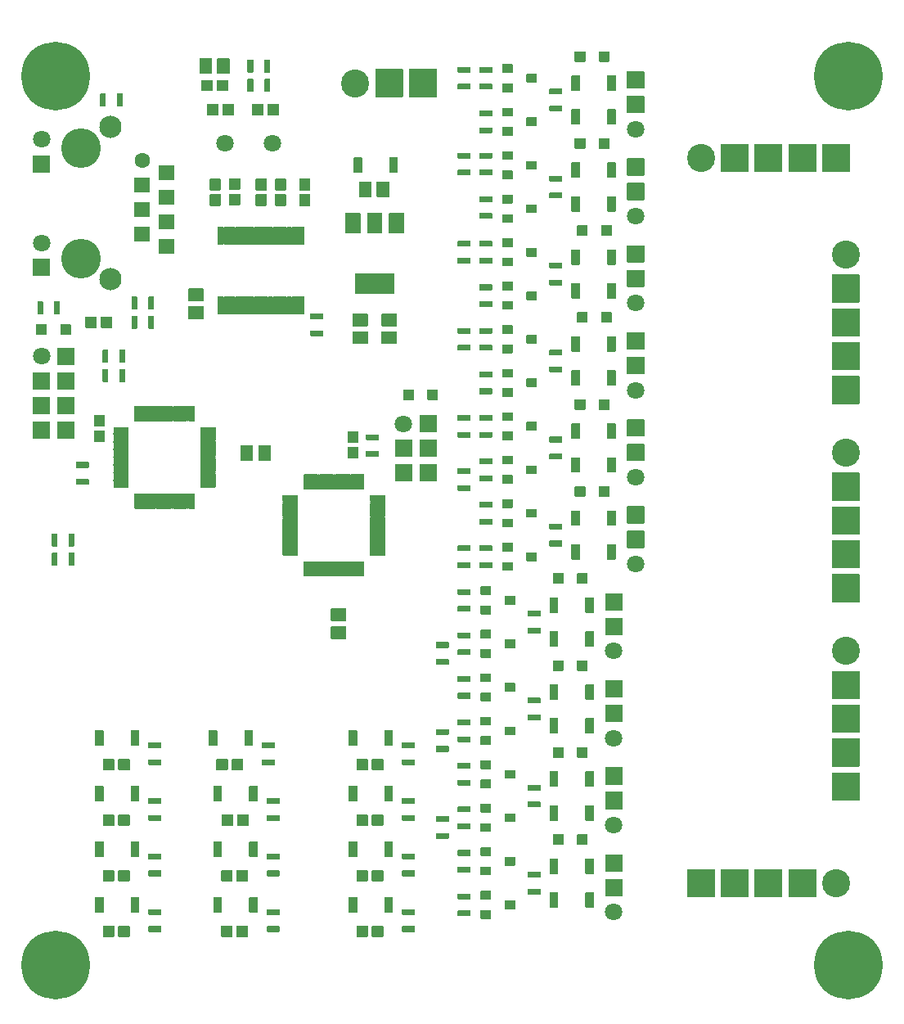
<source format=gbr>
G04 #@! TF.GenerationSoftware,KiCad,Pcbnew,(5.1.12)-1*
G04 #@! TF.CreationDate,2021-12-13T00:14:42+03:00*
G04 #@! TF.ProjectId,OCP-2,4f43502d-322e-46b6-9963-61645f706362,rev?*
G04 #@! TF.SameCoordinates,Original*
G04 #@! TF.FileFunction,Soldermask,Top*
G04 #@! TF.FilePolarity,Negative*
%FSLAX46Y46*%
G04 Gerber Fmt 4.6, Leading zero omitted, Abs format (unit mm)*
G04 Created by KiCad (PCBNEW (5.1.12)-1) date 2021-12-13 00:14:42*
%MOMM*%
%LPD*%
G01*
G04 APERTURE LIST*
%ADD10C,1.802000*%
%ADD11C,2.902000*%
%ADD12C,7.102000*%
%ADD13C,2.302000*%
%ADD14C,4.102000*%
%ADD15C,1.602000*%
%ADD16C,0.100000*%
G04 APERTURE END LIST*
G36*
G01*
X85701000Y-62500000D02*
X85701000Y-64000000D01*
G75*
G02*
X85650000Y-64051000I-51000J0D01*
G01*
X84850000Y-64051000D01*
G75*
G02*
X84799000Y-64000000I0J51000D01*
G01*
X84799000Y-62500000D01*
G75*
G02*
X84850000Y-62449000I51000J0D01*
G01*
X85650000Y-62449000D01*
G75*
G02*
X85701000Y-62500000I0J-51000D01*
G01*
G37*
G36*
G01*
X89401000Y-62500000D02*
X89401000Y-64000000D01*
G75*
G02*
X89350000Y-64051000I-51000J0D01*
G01*
X88550000Y-64051000D01*
G75*
G02*
X88499000Y-64000000I0J51000D01*
G01*
X88499000Y-62500000D01*
G75*
G02*
X88550000Y-62449000I51000J0D01*
G01*
X89350000Y-62449000D01*
G75*
G02*
X89401000Y-62500000I0J-51000D01*
G01*
G37*
G36*
G01*
X92449001Y-87500000D02*
X92449001Y-86500000D01*
G75*
G02*
X92500001Y-86449000I51000J0D01*
G01*
X93500001Y-86449000D01*
G75*
G02*
X93551001Y-86500000I0J-51000D01*
G01*
X93551001Y-87500000D01*
G75*
G02*
X93500001Y-87551000I-51000J0D01*
G01*
X92500001Y-87551000D01*
G75*
G02*
X92449001Y-87500000I0J51000D01*
G01*
G37*
G36*
G01*
X89949001Y-87500000D02*
X89949001Y-86500000D01*
G75*
G02*
X90000001Y-86449000I51000J0D01*
G01*
X91000001Y-86449000D01*
G75*
G02*
X91051001Y-86500000I0J-51000D01*
G01*
X91051001Y-87500000D01*
G75*
G02*
X91000001Y-87551000I-51000J0D01*
G01*
X90000001Y-87551000D01*
G75*
G02*
X89949001Y-87500000I0J51000D01*
G01*
G37*
G36*
G01*
X54449000Y-80750000D02*
X54449000Y-79750000D01*
G75*
G02*
X54500000Y-79699000I51000J0D01*
G01*
X55500000Y-79699000D01*
G75*
G02*
X55551000Y-79750000I0J-51000D01*
G01*
X55551000Y-80750000D01*
G75*
G02*
X55500000Y-80801000I-51000J0D01*
G01*
X54500000Y-80801000D01*
G75*
G02*
X54449000Y-80750000I0J51000D01*
G01*
G37*
G36*
G01*
X51949000Y-80750000D02*
X51949000Y-79750000D01*
G75*
G02*
X52000000Y-79699000I51000J0D01*
G01*
X53000000Y-79699000D01*
G75*
G02*
X53051000Y-79750000I0J-51000D01*
G01*
X53051000Y-80750000D01*
G75*
G02*
X53000000Y-80801000I-51000J0D01*
G01*
X52000000Y-80801000D01*
G75*
G02*
X51949000Y-80750000I0J51000D01*
G01*
G37*
G36*
G01*
X106551000Y-132500000D02*
X106551000Y-133500000D01*
G75*
G02*
X106500000Y-133551000I-51000J0D01*
G01*
X105500000Y-133551000D01*
G75*
G02*
X105449000Y-133500000I0J51000D01*
G01*
X105449000Y-132500000D01*
G75*
G02*
X105500000Y-132449000I51000J0D01*
G01*
X106500000Y-132449000D01*
G75*
G02*
X106551000Y-132500000I0J-51000D01*
G01*
G37*
G36*
G01*
X109051000Y-132500000D02*
X109051000Y-133500000D01*
G75*
G02*
X109000000Y-133551000I-51000J0D01*
G01*
X108000000Y-133551000D01*
G75*
G02*
X107949000Y-133500000I0J51000D01*
G01*
X107949000Y-132500000D01*
G75*
G02*
X108000000Y-132449000I51000J0D01*
G01*
X109000000Y-132449000D01*
G75*
G02*
X109051000Y-132500000I0J-51000D01*
G01*
G37*
G36*
G01*
X106551000Y-123500000D02*
X106551000Y-124500000D01*
G75*
G02*
X106500000Y-124551000I-51000J0D01*
G01*
X105500000Y-124551000D01*
G75*
G02*
X105449000Y-124500000I0J51000D01*
G01*
X105449000Y-123500000D01*
G75*
G02*
X105500000Y-123449000I51000J0D01*
G01*
X106500000Y-123449000D01*
G75*
G02*
X106551000Y-123500000I0J-51000D01*
G01*
G37*
G36*
G01*
X109051000Y-123500000D02*
X109051000Y-124500000D01*
G75*
G02*
X109000000Y-124551000I-51000J0D01*
G01*
X108000000Y-124551000D01*
G75*
G02*
X107949000Y-124500000I0J51000D01*
G01*
X107949000Y-123500000D01*
G75*
G02*
X108000000Y-123449000I51000J0D01*
G01*
X109000000Y-123449000D01*
G75*
G02*
X109051000Y-123500000I0J-51000D01*
G01*
G37*
G36*
G01*
X106551000Y-114500000D02*
X106551000Y-115500000D01*
G75*
G02*
X106500000Y-115551000I-51000J0D01*
G01*
X105500000Y-115551000D01*
G75*
G02*
X105449000Y-115500000I0J51000D01*
G01*
X105449000Y-114500000D01*
G75*
G02*
X105500000Y-114449000I51000J0D01*
G01*
X106500000Y-114449000D01*
G75*
G02*
X106551000Y-114500000I0J-51000D01*
G01*
G37*
G36*
G01*
X109051000Y-114500000D02*
X109051000Y-115500000D01*
G75*
G02*
X109000000Y-115551000I-51000J0D01*
G01*
X108000000Y-115551000D01*
G75*
G02*
X107949000Y-115500000I0J51000D01*
G01*
X107949000Y-114500000D01*
G75*
G02*
X108000000Y-114449000I51000J0D01*
G01*
X109000000Y-114449000D01*
G75*
G02*
X109051000Y-114500000I0J-51000D01*
G01*
G37*
G36*
G01*
X106551000Y-105500000D02*
X106551000Y-106500000D01*
G75*
G02*
X106500000Y-106551000I-51000J0D01*
G01*
X105500000Y-106551000D01*
G75*
G02*
X105449000Y-106500000I0J51000D01*
G01*
X105449000Y-105500000D01*
G75*
G02*
X105500000Y-105449000I51000J0D01*
G01*
X106500000Y-105449000D01*
G75*
G02*
X106551000Y-105500000I0J-51000D01*
G01*
G37*
G36*
G01*
X109051000Y-105500000D02*
X109051000Y-106500000D01*
G75*
G02*
X109000000Y-106551000I-51000J0D01*
G01*
X108000000Y-106551000D01*
G75*
G02*
X107949000Y-106500000I0J51000D01*
G01*
X107949000Y-105500000D01*
G75*
G02*
X108000000Y-105449000I51000J0D01*
G01*
X109000000Y-105449000D01*
G75*
G02*
X109051000Y-105500000I0J-51000D01*
G01*
G37*
G36*
G01*
X108801000Y-96500000D02*
X108801000Y-97500000D01*
G75*
G02*
X108750000Y-97551000I-51000J0D01*
G01*
X107750000Y-97551000D01*
G75*
G02*
X107699000Y-97500000I0J51000D01*
G01*
X107699000Y-96500000D01*
G75*
G02*
X107750000Y-96449000I51000J0D01*
G01*
X108750000Y-96449000D01*
G75*
G02*
X108801000Y-96500000I0J-51000D01*
G01*
G37*
G36*
G01*
X111301000Y-96500000D02*
X111301000Y-97500000D01*
G75*
G02*
X111250000Y-97551000I-51000J0D01*
G01*
X110250000Y-97551000D01*
G75*
G02*
X110199000Y-97500000I0J51000D01*
G01*
X110199000Y-96500000D01*
G75*
G02*
X110250000Y-96449000I51000J0D01*
G01*
X111250000Y-96449000D01*
G75*
G02*
X111301000Y-96500000I0J-51000D01*
G01*
G37*
G36*
G01*
X108801000Y-87500000D02*
X108801000Y-88500000D01*
G75*
G02*
X108750000Y-88551000I-51000J0D01*
G01*
X107750000Y-88551000D01*
G75*
G02*
X107699000Y-88500000I0J51000D01*
G01*
X107699000Y-87500000D01*
G75*
G02*
X107750000Y-87449000I51000J0D01*
G01*
X108750000Y-87449000D01*
G75*
G02*
X108801000Y-87500000I0J-51000D01*
G01*
G37*
G36*
G01*
X111301000Y-87500000D02*
X111301000Y-88500000D01*
G75*
G02*
X111250000Y-88551000I-51000J0D01*
G01*
X110250000Y-88551000D01*
G75*
G02*
X110199000Y-88500000I0J51000D01*
G01*
X110199000Y-87500000D01*
G75*
G02*
X110250000Y-87449000I51000J0D01*
G01*
X111250000Y-87449000D01*
G75*
G02*
X111301000Y-87500000I0J-51000D01*
G01*
G37*
G36*
G01*
X109051000Y-78500000D02*
X109051000Y-79500000D01*
G75*
G02*
X109000000Y-79551000I-51000J0D01*
G01*
X108000000Y-79551000D01*
G75*
G02*
X107949000Y-79500000I0J51000D01*
G01*
X107949000Y-78500000D01*
G75*
G02*
X108000000Y-78449000I51000J0D01*
G01*
X109000000Y-78449000D01*
G75*
G02*
X109051000Y-78500000I0J-51000D01*
G01*
G37*
G36*
G01*
X111551000Y-78500000D02*
X111551000Y-79500000D01*
G75*
G02*
X111500000Y-79551000I-51000J0D01*
G01*
X110500000Y-79551000D01*
G75*
G02*
X110449000Y-79500000I0J51000D01*
G01*
X110449000Y-78500000D01*
G75*
G02*
X110500000Y-78449000I51000J0D01*
G01*
X111500000Y-78449000D01*
G75*
G02*
X111551000Y-78500000I0J-51000D01*
G01*
G37*
G36*
G01*
X109051000Y-69500000D02*
X109051000Y-70500000D01*
G75*
G02*
X109000000Y-70551000I-51000J0D01*
G01*
X108000000Y-70551000D01*
G75*
G02*
X107949000Y-70500000I0J51000D01*
G01*
X107949000Y-69500000D01*
G75*
G02*
X108000000Y-69449000I51000J0D01*
G01*
X109000000Y-69449000D01*
G75*
G02*
X109051000Y-69500000I0J-51000D01*
G01*
G37*
G36*
G01*
X111551000Y-69500000D02*
X111551000Y-70500000D01*
G75*
G02*
X111500000Y-70551000I-51000J0D01*
G01*
X110500000Y-70551000D01*
G75*
G02*
X110449000Y-70500000I0J51000D01*
G01*
X110449000Y-69500000D01*
G75*
G02*
X110500000Y-69449000I51000J0D01*
G01*
X111500000Y-69449000D01*
G75*
G02*
X111551000Y-69500000I0J-51000D01*
G01*
G37*
G36*
G01*
X108800999Y-60500000D02*
X108800999Y-61500000D01*
G75*
G02*
X108749999Y-61551000I-51000J0D01*
G01*
X107749999Y-61551000D01*
G75*
G02*
X107698999Y-61500000I0J51000D01*
G01*
X107698999Y-60500000D01*
G75*
G02*
X107749999Y-60449000I51000J0D01*
G01*
X108749999Y-60449000D01*
G75*
G02*
X108800999Y-60500000I0J-51000D01*
G01*
G37*
G36*
G01*
X111300999Y-60500000D02*
X111300999Y-61500000D01*
G75*
G02*
X111249999Y-61551000I-51000J0D01*
G01*
X110249999Y-61551000D01*
G75*
G02*
X110198999Y-61500000I0J51000D01*
G01*
X110198999Y-60500000D01*
G75*
G02*
X110249999Y-60449000I51000J0D01*
G01*
X111249999Y-60449000D01*
G75*
G02*
X111300999Y-60500000I0J-51000D01*
G01*
G37*
G36*
G01*
X108801000Y-51500000D02*
X108801000Y-52500000D01*
G75*
G02*
X108750000Y-52551000I-51000J0D01*
G01*
X107750000Y-52551000D01*
G75*
G02*
X107699000Y-52500000I0J51000D01*
G01*
X107699000Y-51500000D01*
G75*
G02*
X107750000Y-51449000I51000J0D01*
G01*
X108750000Y-51449000D01*
G75*
G02*
X108801000Y-51500000I0J-51000D01*
G01*
G37*
G36*
G01*
X111301000Y-51500000D02*
X111301000Y-52500000D01*
G75*
G02*
X111250000Y-52551000I-51000J0D01*
G01*
X110250000Y-52551000D01*
G75*
G02*
X110199000Y-52500000I0J51000D01*
G01*
X110199000Y-51500000D01*
G75*
G02*
X110250000Y-51449000I51000J0D01*
G01*
X111250000Y-51449000D01*
G75*
G02*
X111301000Y-51500000I0J-51000D01*
G01*
G37*
G36*
G01*
X84749999Y-78599000D02*
X86250001Y-78599000D01*
G75*
G02*
X86301000Y-78649999I0J-50999D01*
G01*
X86301000Y-79850001D01*
G75*
G02*
X86250001Y-79901000I-50999J0D01*
G01*
X84749999Y-79901000D01*
G75*
G02*
X84699000Y-79850001I0J50999D01*
G01*
X84699000Y-78649999D01*
G75*
G02*
X84749999Y-78599000I50999J0D01*
G01*
G37*
G36*
G01*
X84749999Y-80449000D02*
X86250001Y-80449000D01*
G75*
G02*
X86301000Y-80499999I0J-50999D01*
G01*
X86301000Y-81700001D01*
G75*
G02*
X86250001Y-81751000I-50999J0D01*
G01*
X84749999Y-81751000D01*
G75*
G02*
X84699000Y-81700001I0J50999D01*
G01*
X84699000Y-80499999D01*
G75*
G02*
X84749999Y-80449000I50999J0D01*
G01*
G37*
G36*
G01*
X56125000Y-95699000D02*
X57375000Y-95699000D01*
G75*
G02*
X57426000Y-95750000I0J-51000D01*
G01*
X57426000Y-96250000D01*
G75*
G02*
X57375000Y-96301000I-51000J0D01*
G01*
X56125000Y-96301000D01*
G75*
G02*
X56074000Y-96250000I0J51000D01*
G01*
X56074000Y-95750000D01*
G75*
G02*
X56125000Y-95699000I51000J0D01*
G01*
G37*
G36*
G01*
X56125000Y-93949000D02*
X57375000Y-93949000D01*
G75*
G02*
X57426000Y-94000000I0J-51000D01*
G01*
X57426000Y-94500000D01*
G75*
G02*
X57375000Y-94551000I-51000J0D01*
G01*
X56125000Y-94551000D01*
G75*
G02*
X56074000Y-94500000I0J51000D01*
G01*
X56074000Y-94000000D01*
G75*
G02*
X56125000Y-93949000I51000J0D01*
G01*
G37*
G36*
G01*
X85275000Y-93601000D02*
X84225000Y-93601000D01*
G75*
G02*
X84174000Y-93550000I0J51000D01*
G01*
X84174000Y-92450000D01*
G75*
G02*
X84225000Y-92399000I51000J0D01*
G01*
X85275000Y-92399000D01*
G75*
G02*
X85326000Y-92450000I0J-51000D01*
G01*
X85326000Y-93550000D01*
G75*
G02*
X85275000Y-93601000I-51000J0D01*
G01*
G37*
G36*
G01*
X85275000Y-92001000D02*
X84225000Y-92001000D01*
G75*
G02*
X84174000Y-91950000I0J51000D01*
G01*
X84174000Y-90850000D01*
G75*
G02*
X84225000Y-90799000I51000J0D01*
G01*
X85275000Y-90799000D01*
G75*
G02*
X85326000Y-90850000I0J-51000D01*
G01*
X85326000Y-91950000D01*
G75*
G02*
X85275000Y-92001000I-51000J0D01*
G01*
G37*
G36*
G01*
X79051000Y-103025000D02*
X79051000Y-103575000D01*
G75*
G02*
X79000000Y-103626000I-51000J0D01*
G01*
X77500000Y-103626000D01*
G75*
G02*
X77449000Y-103575000I0J51000D01*
G01*
X77449000Y-103025000D01*
G75*
G02*
X77500000Y-102974000I51000J0D01*
G01*
X79000000Y-102974000D01*
G75*
G02*
X79051000Y-103025000I0J-51000D01*
G01*
G37*
G36*
G01*
X79051000Y-102225000D02*
X79051000Y-102775000D01*
G75*
G02*
X79000000Y-102826000I-51000J0D01*
G01*
X77500000Y-102826000D01*
G75*
G02*
X77449000Y-102775000I0J51000D01*
G01*
X77449000Y-102225000D01*
G75*
G02*
X77500000Y-102174000I51000J0D01*
G01*
X79000000Y-102174000D01*
G75*
G02*
X79051000Y-102225000I0J-51000D01*
G01*
G37*
G36*
G01*
X79051000Y-101425000D02*
X79051000Y-101975000D01*
G75*
G02*
X79000000Y-102026000I-51000J0D01*
G01*
X77500000Y-102026000D01*
G75*
G02*
X77449000Y-101975000I0J51000D01*
G01*
X77449000Y-101425000D01*
G75*
G02*
X77500000Y-101374000I51000J0D01*
G01*
X79000000Y-101374000D01*
G75*
G02*
X79051000Y-101425000I0J-51000D01*
G01*
G37*
G36*
G01*
X79051000Y-100625000D02*
X79051000Y-101175000D01*
G75*
G02*
X79000000Y-101226000I-51000J0D01*
G01*
X77500000Y-101226000D01*
G75*
G02*
X77449000Y-101175000I0J51000D01*
G01*
X77449000Y-100625000D01*
G75*
G02*
X77500000Y-100574000I51000J0D01*
G01*
X79000000Y-100574000D01*
G75*
G02*
X79051000Y-100625000I0J-51000D01*
G01*
G37*
G36*
G01*
X79051000Y-99825000D02*
X79051000Y-100375000D01*
G75*
G02*
X79000000Y-100426000I-51000J0D01*
G01*
X77500000Y-100426000D01*
G75*
G02*
X77449000Y-100375000I0J51000D01*
G01*
X77449000Y-99825000D01*
G75*
G02*
X77500000Y-99774000I51000J0D01*
G01*
X79000000Y-99774000D01*
G75*
G02*
X79051000Y-99825000I0J-51000D01*
G01*
G37*
G36*
G01*
X79051000Y-99025000D02*
X79051000Y-99575000D01*
G75*
G02*
X79000000Y-99626000I-51000J0D01*
G01*
X77500000Y-99626000D01*
G75*
G02*
X77449000Y-99575000I0J51000D01*
G01*
X77449000Y-99025000D01*
G75*
G02*
X77500000Y-98974000I51000J0D01*
G01*
X79000000Y-98974000D01*
G75*
G02*
X79051000Y-99025000I0J-51000D01*
G01*
G37*
G36*
G01*
X79051000Y-98225000D02*
X79051000Y-98775000D01*
G75*
G02*
X79000000Y-98826000I-51000J0D01*
G01*
X77500000Y-98826000D01*
G75*
G02*
X77449000Y-98775000I0J51000D01*
G01*
X77449000Y-98225000D01*
G75*
G02*
X77500000Y-98174000I51000J0D01*
G01*
X79000000Y-98174000D01*
G75*
G02*
X79051000Y-98225000I0J-51000D01*
G01*
G37*
G36*
G01*
X79051000Y-97425000D02*
X79051000Y-97975000D01*
G75*
G02*
X79000000Y-98026000I-51000J0D01*
G01*
X77500000Y-98026000D01*
G75*
G02*
X77449000Y-97975000I0J51000D01*
G01*
X77449000Y-97425000D01*
G75*
G02*
X77500000Y-97374000I51000J0D01*
G01*
X79000000Y-97374000D01*
G75*
G02*
X79051000Y-97425000I0J-51000D01*
G01*
G37*
G36*
G01*
X80275000Y-96801000D02*
X79725000Y-96801000D01*
G75*
G02*
X79674000Y-96750000I0J51000D01*
G01*
X79674000Y-95250000D01*
G75*
G02*
X79725000Y-95199000I51000J0D01*
G01*
X80275000Y-95199000D01*
G75*
G02*
X80326000Y-95250000I0J-51000D01*
G01*
X80326000Y-96750000D01*
G75*
G02*
X80275000Y-96801000I-51000J0D01*
G01*
G37*
G36*
G01*
X81075000Y-96801000D02*
X80525000Y-96801000D01*
G75*
G02*
X80474000Y-96750000I0J51000D01*
G01*
X80474000Y-95250000D01*
G75*
G02*
X80525000Y-95199000I51000J0D01*
G01*
X81075000Y-95199000D01*
G75*
G02*
X81126000Y-95250000I0J-51000D01*
G01*
X81126000Y-96750000D01*
G75*
G02*
X81075000Y-96801000I-51000J0D01*
G01*
G37*
G36*
G01*
X81875000Y-96801000D02*
X81325000Y-96801000D01*
G75*
G02*
X81274000Y-96750000I0J51000D01*
G01*
X81274000Y-95250000D01*
G75*
G02*
X81325000Y-95199000I51000J0D01*
G01*
X81875000Y-95199000D01*
G75*
G02*
X81926000Y-95250000I0J-51000D01*
G01*
X81926000Y-96750000D01*
G75*
G02*
X81875000Y-96801000I-51000J0D01*
G01*
G37*
G36*
G01*
X82675000Y-96801000D02*
X82125000Y-96801000D01*
G75*
G02*
X82074000Y-96750000I0J51000D01*
G01*
X82074000Y-95250000D01*
G75*
G02*
X82125000Y-95199000I51000J0D01*
G01*
X82675000Y-95199000D01*
G75*
G02*
X82726000Y-95250000I0J-51000D01*
G01*
X82726000Y-96750000D01*
G75*
G02*
X82675000Y-96801000I-51000J0D01*
G01*
G37*
G36*
G01*
X83475000Y-96801000D02*
X82925000Y-96801000D01*
G75*
G02*
X82874000Y-96750000I0J51000D01*
G01*
X82874000Y-95250000D01*
G75*
G02*
X82925000Y-95199000I51000J0D01*
G01*
X83475000Y-95199000D01*
G75*
G02*
X83526000Y-95250000I0J-51000D01*
G01*
X83526000Y-96750000D01*
G75*
G02*
X83475000Y-96801000I-51000J0D01*
G01*
G37*
G36*
G01*
X84275000Y-96801000D02*
X83725000Y-96801000D01*
G75*
G02*
X83674000Y-96750000I0J51000D01*
G01*
X83674000Y-95250000D01*
G75*
G02*
X83725000Y-95199000I51000J0D01*
G01*
X84275000Y-95199000D01*
G75*
G02*
X84326000Y-95250000I0J-51000D01*
G01*
X84326000Y-96750000D01*
G75*
G02*
X84275000Y-96801000I-51000J0D01*
G01*
G37*
G36*
G01*
X85075000Y-96801000D02*
X84525000Y-96801000D01*
G75*
G02*
X84474000Y-96750000I0J51000D01*
G01*
X84474000Y-95250000D01*
G75*
G02*
X84525000Y-95199000I51000J0D01*
G01*
X85075000Y-95199000D01*
G75*
G02*
X85126000Y-95250000I0J-51000D01*
G01*
X85126000Y-96750000D01*
G75*
G02*
X85075000Y-96801000I-51000J0D01*
G01*
G37*
G36*
G01*
X85875000Y-96801000D02*
X85325000Y-96801000D01*
G75*
G02*
X85274000Y-96750000I0J51000D01*
G01*
X85274000Y-95250000D01*
G75*
G02*
X85325000Y-95199000I51000J0D01*
G01*
X85875000Y-95199000D01*
G75*
G02*
X85926000Y-95250000I0J-51000D01*
G01*
X85926000Y-96750000D01*
G75*
G02*
X85875000Y-96801000I-51000J0D01*
G01*
G37*
G36*
G01*
X88101000Y-97425000D02*
X88101000Y-97975000D01*
G75*
G02*
X88050000Y-98026000I-51000J0D01*
G01*
X86550000Y-98026000D01*
G75*
G02*
X86499000Y-97975000I0J51000D01*
G01*
X86499000Y-97425000D01*
G75*
G02*
X86550000Y-97374000I51000J0D01*
G01*
X88050000Y-97374000D01*
G75*
G02*
X88101000Y-97425000I0J-51000D01*
G01*
G37*
G36*
G01*
X88101000Y-98225000D02*
X88101000Y-98775000D01*
G75*
G02*
X88050000Y-98826000I-51000J0D01*
G01*
X86550000Y-98826000D01*
G75*
G02*
X86499000Y-98775000I0J51000D01*
G01*
X86499000Y-98225000D01*
G75*
G02*
X86550000Y-98174000I51000J0D01*
G01*
X88050000Y-98174000D01*
G75*
G02*
X88101000Y-98225000I0J-51000D01*
G01*
G37*
G36*
G01*
X88101000Y-99025000D02*
X88101000Y-99575000D01*
G75*
G02*
X88050000Y-99626000I-51000J0D01*
G01*
X86550000Y-99626000D01*
G75*
G02*
X86499000Y-99575000I0J51000D01*
G01*
X86499000Y-99025000D01*
G75*
G02*
X86550000Y-98974000I51000J0D01*
G01*
X88050000Y-98974000D01*
G75*
G02*
X88101000Y-99025000I0J-51000D01*
G01*
G37*
G36*
G01*
X88101000Y-99825000D02*
X88101000Y-100375000D01*
G75*
G02*
X88050000Y-100426000I-51000J0D01*
G01*
X86550000Y-100426000D01*
G75*
G02*
X86499000Y-100375000I0J51000D01*
G01*
X86499000Y-99825000D01*
G75*
G02*
X86550000Y-99774000I51000J0D01*
G01*
X88050000Y-99774000D01*
G75*
G02*
X88101000Y-99825000I0J-51000D01*
G01*
G37*
G36*
G01*
X88101000Y-100625000D02*
X88101000Y-101175000D01*
G75*
G02*
X88050000Y-101226000I-51000J0D01*
G01*
X86550000Y-101226000D01*
G75*
G02*
X86499000Y-101175000I0J51000D01*
G01*
X86499000Y-100625000D01*
G75*
G02*
X86550000Y-100574000I51000J0D01*
G01*
X88050000Y-100574000D01*
G75*
G02*
X88101000Y-100625000I0J-51000D01*
G01*
G37*
G36*
G01*
X88101000Y-101425000D02*
X88101000Y-101975000D01*
G75*
G02*
X88050000Y-102026000I-51000J0D01*
G01*
X86550000Y-102026000D01*
G75*
G02*
X86499000Y-101975000I0J51000D01*
G01*
X86499000Y-101425000D01*
G75*
G02*
X86550000Y-101374000I51000J0D01*
G01*
X88050000Y-101374000D01*
G75*
G02*
X88101000Y-101425000I0J-51000D01*
G01*
G37*
G36*
G01*
X88101000Y-102225000D02*
X88101000Y-102775000D01*
G75*
G02*
X88050000Y-102826000I-51000J0D01*
G01*
X86550000Y-102826000D01*
G75*
G02*
X86499000Y-102775000I0J51000D01*
G01*
X86499000Y-102225000D01*
G75*
G02*
X86550000Y-102174000I51000J0D01*
G01*
X88050000Y-102174000D01*
G75*
G02*
X88101000Y-102225000I0J-51000D01*
G01*
G37*
G36*
G01*
X88101000Y-103025000D02*
X88101000Y-103575000D01*
G75*
G02*
X88050000Y-103626000I-51000J0D01*
G01*
X86550000Y-103626000D01*
G75*
G02*
X86499000Y-103575000I0J51000D01*
G01*
X86499000Y-103025000D01*
G75*
G02*
X86550000Y-102974000I51000J0D01*
G01*
X88050000Y-102974000D01*
G75*
G02*
X88101000Y-103025000I0J-51000D01*
G01*
G37*
G36*
G01*
X85875000Y-105801000D02*
X85325000Y-105801000D01*
G75*
G02*
X85274000Y-105750000I0J51000D01*
G01*
X85274000Y-104250000D01*
G75*
G02*
X85325000Y-104199000I51000J0D01*
G01*
X85875000Y-104199000D01*
G75*
G02*
X85926000Y-104250000I0J-51000D01*
G01*
X85926000Y-105750000D01*
G75*
G02*
X85875000Y-105801000I-51000J0D01*
G01*
G37*
G36*
G01*
X85075000Y-105801000D02*
X84525000Y-105801000D01*
G75*
G02*
X84474000Y-105750000I0J51000D01*
G01*
X84474000Y-104250000D01*
G75*
G02*
X84525000Y-104199000I51000J0D01*
G01*
X85075000Y-104199000D01*
G75*
G02*
X85126000Y-104250000I0J-51000D01*
G01*
X85126000Y-105750000D01*
G75*
G02*
X85075000Y-105801000I-51000J0D01*
G01*
G37*
G36*
G01*
X84275000Y-105801000D02*
X83725000Y-105801000D01*
G75*
G02*
X83674000Y-105750000I0J51000D01*
G01*
X83674000Y-104250000D01*
G75*
G02*
X83725000Y-104199000I51000J0D01*
G01*
X84275000Y-104199000D01*
G75*
G02*
X84326000Y-104250000I0J-51000D01*
G01*
X84326000Y-105750000D01*
G75*
G02*
X84275000Y-105801000I-51000J0D01*
G01*
G37*
G36*
G01*
X83475000Y-105801000D02*
X82925000Y-105801000D01*
G75*
G02*
X82874000Y-105750000I0J51000D01*
G01*
X82874000Y-104250000D01*
G75*
G02*
X82925000Y-104199000I51000J0D01*
G01*
X83475000Y-104199000D01*
G75*
G02*
X83526000Y-104250000I0J-51000D01*
G01*
X83526000Y-105750000D01*
G75*
G02*
X83475000Y-105801000I-51000J0D01*
G01*
G37*
G36*
G01*
X82675000Y-105801000D02*
X82125000Y-105801000D01*
G75*
G02*
X82074000Y-105750000I0J51000D01*
G01*
X82074000Y-104250000D01*
G75*
G02*
X82125000Y-104199000I51000J0D01*
G01*
X82675000Y-104199000D01*
G75*
G02*
X82726000Y-104250000I0J-51000D01*
G01*
X82726000Y-105750000D01*
G75*
G02*
X82675000Y-105801000I-51000J0D01*
G01*
G37*
G36*
G01*
X81875000Y-105801000D02*
X81325000Y-105801000D01*
G75*
G02*
X81274000Y-105750000I0J51000D01*
G01*
X81274000Y-104250000D01*
G75*
G02*
X81325000Y-104199000I51000J0D01*
G01*
X81875000Y-104199000D01*
G75*
G02*
X81926000Y-104250000I0J-51000D01*
G01*
X81926000Y-105750000D01*
G75*
G02*
X81875000Y-105801000I-51000J0D01*
G01*
G37*
G36*
G01*
X81075000Y-105801000D02*
X80525000Y-105801000D01*
G75*
G02*
X80474000Y-105750000I0J51000D01*
G01*
X80474000Y-104250000D01*
G75*
G02*
X80525000Y-104199000I51000J0D01*
G01*
X81075000Y-104199000D01*
G75*
G02*
X81126000Y-104250000I0J-51000D01*
G01*
X81126000Y-105750000D01*
G75*
G02*
X81075000Y-105801000I-51000J0D01*
G01*
G37*
G36*
G01*
X80275000Y-105801000D02*
X79725000Y-105801000D01*
G75*
G02*
X79674000Y-105750000I0J51000D01*
G01*
X79674000Y-104250000D01*
G75*
G02*
X79725000Y-104199000I51000J0D01*
G01*
X80275000Y-104199000D01*
G75*
G02*
X80326000Y-104250000I0J-51000D01*
G01*
X80326000Y-105750000D01*
G75*
G02*
X80275000Y-105801000I-51000J0D01*
G01*
G37*
G36*
G01*
X55324000Y-104625000D02*
X55324000Y-103375000D01*
G75*
G02*
X55375000Y-103324000I51000J0D01*
G01*
X55875000Y-103324000D01*
G75*
G02*
X55926000Y-103375000I0J-51000D01*
G01*
X55926000Y-104625000D01*
G75*
G02*
X55875000Y-104676000I-51000J0D01*
G01*
X55375000Y-104676000D01*
G75*
G02*
X55324000Y-104625000I0J51000D01*
G01*
G37*
G36*
G01*
X53574000Y-104625000D02*
X53574000Y-103375000D01*
G75*
G02*
X53625000Y-103324000I51000J0D01*
G01*
X54125000Y-103324000D01*
G75*
G02*
X54176000Y-103375000I0J-51000D01*
G01*
X54176000Y-104625000D01*
G75*
G02*
X54125000Y-104676000I-51000J0D01*
G01*
X53625000Y-104676000D01*
G75*
G02*
X53574000Y-104625000I0J51000D01*
G01*
G37*
G36*
G01*
X59025000Y-91851000D02*
X57975000Y-91851000D01*
G75*
G02*
X57924000Y-91800000I0J51000D01*
G01*
X57924000Y-90700000D01*
G75*
G02*
X57975000Y-90649000I51000J0D01*
G01*
X59025000Y-90649000D01*
G75*
G02*
X59076000Y-90700000I0J-51000D01*
G01*
X59076000Y-91800000D01*
G75*
G02*
X59025000Y-91851000I-51000J0D01*
G01*
G37*
G36*
G01*
X59025000Y-90251000D02*
X57975000Y-90251000D01*
G75*
G02*
X57924000Y-90200000I0J51000D01*
G01*
X57924000Y-89100000D01*
G75*
G02*
X57975000Y-89049000I51000J0D01*
G01*
X59025000Y-89049000D01*
G75*
G02*
X59076000Y-89100000I0J-51000D01*
G01*
X59076000Y-90200000D01*
G75*
G02*
X59025000Y-90251000I-51000J0D01*
G01*
G37*
G36*
G01*
X55324000Y-102625000D02*
X55324000Y-101375000D01*
G75*
G02*
X55375000Y-101324000I51000J0D01*
G01*
X55875000Y-101324000D01*
G75*
G02*
X55926000Y-101375000I0J-51000D01*
G01*
X55926000Y-102625000D01*
G75*
G02*
X55875000Y-102676000I-51000J0D01*
G01*
X55375000Y-102676000D01*
G75*
G02*
X55324000Y-102625000I0J51000D01*
G01*
G37*
G36*
G01*
X53574000Y-102625000D02*
X53574000Y-101375000D01*
G75*
G02*
X53625000Y-101324000I51000J0D01*
G01*
X54125000Y-101324000D01*
G75*
G02*
X54176000Y-101375000I0J-51000D01*
G01*
X54176000Y-102625000D01*
G75*
G02*
X54125000Y-102676000I-51000J0D01*
G01*
X53625000Y-102676000D01*
G75*
G02*
X53574000Y-102625000I0J51000D01*
G01*
G37*
G36*
G01*
X91690000Y-94179000D02*
X93390000Y-94179000D01*
G75*
G02*
X93441000Y-94230000I0J-51000D01*
G01*
X93441000Y-95930000D01*
G75*
G02*
X93390000Y-95981000I-51000J0D01*
G01*
X91690000Y-95981000D01*
G75*
G02*
X91639000Y-95930000I0J51000D01*
G01*
X91639000Y-94230000D01*
G75*
G02*
X91690000Y-94179000I51000J0D01*
G01*
G37*
G36*
G01*
X91690000Y-91639000D02*
X93390000Y-91639000D01*
G75*
G02*
X93441000Y-91690000I0J-51000D01*
G01*
X93441000Y-93390000D01*
G75*
G02*
X93390000Y-93441000I-51000J0D01*
G01*
X91690000Y-93441000D01*
G75*
G02*
X91639000Y-93390000I0J51000D01*
G01*
X91639000Y-91690000D01*
G75*
G02*
X91690000Y-91639000I51000J0D01*
G01*
G37*
G36*
G01*
X91690000Y-89099000D02*
X93390000Y-89099000D01*
G75*
G02*
X93441000Y-89150000I0J-51000D01*
G01*
X93441000Y-90850000D01*
G75*
G02*
X93390000Y-90901000I-51000J0D01*
G01*
X91690000Y-90901000D01*
G75*
G02*
X91639000Y-90850000I0J51000D01*
G01*
X91639000Y-89150000D01*
G75*
G02*
X91690000Y-89099000I51000J0D01*
G01*
G37*
G36*
G01*
X89150000Y-94179000D02*
X90850000Y-94179000D01*
G75*
G02*
X90901000Y-94230000I0J-51000D01*
G01*
X90901000Y-95930000D01*
G75*
G02*
X90850000Y-95981000I-51000J0D01*
G01*
X89150000Y-95981000D01*
G75*
G02*
X89099000Y-95930000I0J51000D01*
G01*
X89099000Y-94230000D01*
G75*
G02*
X89150000Y-94179000I51000J0D01*
G01*
G37*
G36*
G01*
X89150000Y-91639000D02*
X90850000Y-91639000D01*
G75*
G02*
X90901000Y-91690000I0J-51000D01*
G01*
X90901000Y-93390000D01*
G75*
G02*
X90850000Y-93441000I-51000J0D01*
G01*
X89150000Y-93441000D01*
G75*
G02*
X89099000Y-93390000I0J51000D01*
G01*
X89099000Y-91690000D01*
G75*
G02*
X89150000Y-91639000I51000J0D01*
G01*
G37*
D10*
X90000000Y-90000000D03*
G36*
G01*
X73099000Y-93750001D02*
X73099000Y-92249999D01*
G75*
G02*
X73149999Y-92199000I50999J0D01*
G01*
X74350001Y-92199000D01*
G75*
G02*
X74401000Y-92249999I0J-50999D01*
G01*
X74401000Y-93750001D01*
G75*
G02*
X74350001Y-93801000I-50999J0D01*
G01*
X73149999Y-93801000D01*
G75*
G02*
X73099000Y-93750001I0J50999D01*
G01*
G37*
G36*
G01*
X74949000Y-93750001D02*
X74949000Y-92249999D01*
G75*
G02*
X74999999Y-92199000I50999J0D01*
G01*
X76200001Y-92199000D01*
G75*
G02*
X76251000Y-92249999I0J-50999D01*
G01*
X76251000Y-93750001D01*
G75*
G02*
X76200001Y-93801000I-50999J0D01*
G01*
X74999999Y-93801000D01*
G75*
G02*
X74949000Y-93750001I0J50999D01*
G01*
G37*
G36*
G01*
X87375000Y-91676000D02*
X86125000Y-91676000D01*
G75*
G02*
X86074000Y-91625000I0J51000D01*
G01*
X86074000Y-91125000D01*
G75*
G02*
X86125000Y-91074000I51000J0D01*
G01*
X87375000Y-91074000D01*
G75*
G02*
X87426000Y-91125000I0J-51000D01*
G01*
X87426000Y-91625000D01*
G75*
G02*
X87375000Y-91676000I-51000J0D01*
G01*
G37*
G36*
G01*
X87375000Y-93426000D02*
X86125000Y-93426000D01*
G75*
G02*
X86074000Y-93375000I0J51000D01*
G01*
X86074000Y-92875000D01*
G75*
G02*
X86125000Y-92824000I51000J0D01*
G01*
X87375000Y-92824000D01*
G75*
G02*
X87426000Y-92875000I0J-51000D01*
G01*
X87426000Y-93375000D01*
G75*
G02*
X87375000Y-93426000I-51000J0D01*
G01*
G37*
G36*
G01*
X82499999Y-109099000D02*
X84000001Y-109099000D01*
G75*
G02*
X84051000Y-109149999I0J-50999D01*
G01*
X84051000Y-110350001D01*
G75*
G02*
X84000001Y-110401000I-50999J0D01*
G01*
X82499999Y-110401000D01*
G75*
G02*
X82449000Y-110350001I0J50999D01*
G01*
X82449000Y-109149999D01*
G75*
G02*
X82499999Y-109099000I50999J0D01*
G01*
G37*
G36*
G01*
X82499999Y-110949000D02*
X84000001Y-110949000D01*
G75*
G02*
X84051000Y-110999999I0J-50999D01*
G01*
X84051000Y-112200001D01*
G75*
G02*
X84000001Y-112251000I-50999J0D01*
G01*
X82499999Y-112251000D01*
G75*
G02*
X82449000Y-112200001I0J50999D01*
G01*
X82449000Y-110999999D01*
G75*
G02*
X82499999Y-110949000I50999J0D01*
G01*
G37*
G36*
G01*
X51650000Y-89719000D02*
X53350000Y-89719000D01*
G75*
G02*
X53401000Y-89770000I0J-51000D01*
G01*
X53401000Y-91470000D01*
G75*
G02*
X53350000Y-91521000I-51000J0D01*
G01*
X51650000Y-91521000D01*
G75*
G02*
X51599000Y-91470000I0J51000D01*
G01*
X51599000Y-89770000D01*
G75*
G02*
X51650000Y-89719000I51000J0D01*
G01*
G37*
G36*
G01*
X54190000Y-89719000D02*
X55890000Y-89719000D01*
G75*
G02*
X55941000Y-89770000I0J-51000D01*
G01*
X55941000Y-91470000D01*
G75*
G02*
X55890000Y-91521000I-51000J0D01*
G01*
X54190000Y-91521000D01*
G75*
G02*
X54139000Y-91470000I0J51000D01*
G01*
X54139000Y-89770000D01*
G75*
G02*
X54190000Y-89719000I51000J0D01*
G01*
G37*
G36*
G01*
X54190000Y-87179000D02*
X55890000Y-87179000D01*
G75*
G02*
X55941000Y-87230000I0J-51000D01*
G01*
X55941000Y-88930000D01*
G75*
G02*
X55890000Y-88981000I-51000J0D01*
G01*
X54190000Y-88981000D01*
G75*
G02*
X54139000Y-88930000I0J51000D01*
G01*
X54139000Y-87230000D01*
G75*
G02*
X54190000Y-87179000I51000J0D01*
G01*
G37*
G36*
G01*
X54190000Y-84639000D02*
X55890000Y-84639000D01*
G75*
G02*
X55941000Y-84690000I0J-51000D01*
G01*
X55941000Y-86390000D01*
G75*
G02*
X55890000Y-86441000I-51000J0D01*
G01*
X54190000Y-86441000D01*
G75*
G02*
X54139000Y-86390000I0J51000D01*
G01*
X54139000Y-84690000D01*
G75*
G02*
X54190000Y-84639000I51000J0D01*
G01*
G37*
G36*
G01*
X54190000Y-82099000D02*
X55890000Y-82099000D01*
G75*
G02*
X55941000Y-82150000I0J-51000D01*
G01*
X55941000Y-83850000D01*
G75*
G02*
X55890000Y-83901000I-51000J0D01*
G01*
X54190000Y-83901000D01*
G75*
G02*
X54139000Y-83850000I0J51000D01*
G01*
X54139000Y-82150000D01*
G75*
G02*
X54190000Y-82099000I51000J0D01*
G01*
G37*
G36*
G01*
X51650000Y-87179000D02*
X53350000Y-87179000D01*
G75*
G02*
X53401000Y-87230000I0J-51000D01*
G01*
X53401000Y-88930000D01*
G75*
G02*
X53350000Y-88981000I-51000J0D01*
G01*
X51650000Y-88981000D01*
G75*
G02*
X51599000Y-88930000I0J51000D01*
G01*
X51599000Y-87230000D01*
G75*
G02*
X51650000Y-87179000I51000J0D01*
G01*
G37*
G36*
G01*
X51650000Y-84639000D02*
X53350000Y-84639000D01*
G75*
G02*
X53401000Y-84690000I0J-51000D01*
G01*
X53401000Y-86390000D01*
G75*
G02*
X53350000Y-86441000I-51000J0D01*
G01*
X51650000Y-86441000D01*
G75*
G02*
X51599000Y-86390000I0J51000D01*
G01*
X51599000Y-84690000D01*
G75*
G02*
X51650000Y-84639000I51000J0D01*
G01*
G37*
X52500000Y-83000000D03*
G36*
G01*
X87749999Y-78599000D02*
X89250001Y-78599000D01*
G75*
G02*
X89301000Y-78649999I0J-50999D01*
G01*
X89301000Y-79850001D01*
G75*
G02*
X89250001Y-79901000I-50999J0D01*
G01*
X87749999Y-79901000D01*
G75*
G02*
X87699000Y-79850001I0J50999D01*
G01*
X87699000Y-78649999D01*
G75*
G02*
X87749999Y-78599000I50999J0D01*
G01*
G37*
G36*
G01*
X87749999Y-80449000D02*
X89250001Y-80449000D01*
G75*
G02*
X89301000Y-80499999I0J-50999D01*
G01*
X89301000Y-81700001D01*
G75*
G02*
X89250001Y-81751000I-50999J0D01*
G01*
X87749999Y-81751000D01*
G75*
G02*
X87699000Y-81700001I0J50999D01*
G01*
X87699000Y-80499999D01*
G75*
G02*
X87749999Y-80449000I50999J0D01*
G01*
G37*
G36*
G01*
X85551000Y-68250000D02*
X85551000Y-70250000D01*
G75*
G02*
X85500000Y-70301000I-51000J0D01*
G01*
X84000000Y-70301000D01*
G75*
G02*
X83949000Y-70250000I0J51000D01*
G01*
X83949000Y-68250000D01*
G75*
G02*
X84000000Y-68199000I51000J0D01*
G01*
X85500000Y-68199000D01*
G75*
G02*
X85551000Y-68250000I0J-51000D01*
G01*
G37*
G36*
G01*
X90051000Y-68250000D02*
X90051000Y-70250000D01*
G75*
G02*
X90000000Y-70301000I-51000J0D01*
G01*
X88500000Y-70301000D01*
G75*
G02*
X88449000Y-70250000I0J51000D01*
G01*
X88449000Y-68250000D01*
G75*
G02*
X88500000Y-68199000I51000J0D01*
G01*
X90000000Y-68199000D01*
G75*
G02*
X90051000Y-68250000I0J-51000D01*
G01*
G37*
G36*
G01*
X87801000Y-68250000D02*
X87801000Y-70250000D01*
G75*
G02*
X87750000Y-70301000I-51000J0D01*
G01*
X86250000Y-70301000D01*
G75*
G02*
X86199000Y-70250000I0J51000D01*
G01*
X86199000Y-68250000D01*
G75*
G02*
X86250000Y-68199000I51000J0D01*
G01*
X87750000Y-68199000D01*
G75*
G02*
X87801000Y-68250000I0J-51000D01*
G01*
G37*
G36*
G01*
X89051000Y-74500000D02*
X89051000Y-76500000D01*
G75*
G02*
X89000000Y-76551000I-51000J0D01*
G01*
X85000000Y-76551000D01*
G75*
G02*
X84949000Y-76500000I0J51000D01*
G01*
X84949000Y-74500000D01*
G75*
G02*
X85000000Y-74449000I51000J0D01*
G01*
X89000000Y-74449000D01*
G75*
G02*
X89051000Y-74500000I0J-51000D01*
G01*
G37*
G36*
G01*
X85349000Y-66500001D02*
X85349000Y-64999999D01*
G75*
G02*
X85399999Y-64949000I50999J0D01*
G01*
X86600001Y-64949000D01*
G75*
G02*
X86651000Y-64999999I0J-50999D01*
G01*
X86651000Y-66500001D01*
G75*
G02*
X86600001Y-66551000I-50999J0D01*
G01*
X85399999Y-66551000D01*
G75*
G02*
X85349000Y-66500001I0J50999D01*
G01*
G37*
G36*
G01*
X87199000Y-66500001D02*
X87199000Y-64999999D01*
G75*
G02*
X87249999Y-64949000I50999J0D01*
G01*
X88450001Y-64949000D01*
G75*
G02*
X88501000Y-64999999I0J-50999D01*
G01*
X88501000Y-66500001D01*
G75*
G02*
X88450001Y-66551000I-50999J0D01*
G01*
X87249999Y-66551000D01*
G75*
G02*
X87199000Y-66500001I0J50999D01*
G01*
G37*
G36*
G01*
X67775000Y-97199000D02*
X68325000Y-97199000D01*
G75*
G02*
X68376000Y-97250000I0J-51000D01*
G01*
X68376000Y-98750000D01*
G75*
G02*
X68325000Y-98801000I-51000J0D01*
G01*
X67775000Y-98801000D01*
G75*
G02*
X67724000Y-98750000I0J51000D01*
G01*
X67724000Y-97250000D01*
G75*
G02*
X67775000Y-97199000I51000J0D01*
G01*
G37*
G36*
G01*
X66975000Y-97199000D02*
X67525000Y-97199000D01*
G75*
G02*
X67576000Y-97250000I0J-51000D01*
G01*
X67576000Y-98750000D01*
G75*
G02*
X67525000Y-98801000I-51000J0D01*
G01*
X66975000Y-98801000D01*
G75*
G02*
X66924000Y-98750000I0J51000D01*
G01*
X66924000Y-97250000D01*
G75*
G02*
X66975000Y-97199000I51000J0D01*
G01*
G37*
G36*
G01*
X66175000Y-97199000D02*
X66725000Y-97199000D01*
G75*
G02*
X66776000Y-97250000I0J-51000D01*
G01*
X66776000Y-98750000D01*
G75*
G02*
X66725000Y-98801000I-51000J0D01*
G01*
X66175000Y-98801000D01*
G75*
G02*
X66124000Y-98750000I0J51000D01*
G01*
X66124000Y-97250000D01*
G75*
G02*
X66175000Y-97199000I51000J0D01*
G01*
G37*
G36*
G01*
X65375000Y-97199000D02*
X65925000Y-97199000D01*
G75*
G02*
X65976000Y-97250000I0J-51000D01*
G01*
X65976000Y-98750000D01*
G75*
G02*
X65925000Y-98801000I-51000J0D01*
G01*
X65375000Y-98801000D01*
G75*
G02*
X65324000Y-98750000I0J51000D01*
G01*
X65324000Y-97250000D01*
G75*
G02*
X65375000Y-97199000I51000J0D01*
G01*
G37*
G36*
G01*
X64575000Y-97199000D02*
X65125000Y-97199000D01*
G75*
G02*
X65176000Y-97250000I0J-51000D01*
G01*
X65176000Y-98750000D01*
G75*
G02*
X65125000Y-98801000I-51000J0D01*
G01*
X64575000Y-98801000D01*
G75*
G02*
X64524000Y-98750000I0J51000D01*
G01*
X64524000Y-97250000D01*
G75*
G02*
X64575000Y-97199000I51000J0D01*
G01*
G37*
G36*
G01*
X63775000Y-97199000D02*
X64325000Y-97199000D01*
G75*
G02*
X64376000Y-97250000I0J-51000D01*
G01*
X64376000Y-98750000D01*
G75*
G02*
X64325000Y-98801000I-51000J0D01*
G01*
X63775000Y-98801000D01*
G75*
G02*
X63724000Y-98750000I0J51000D01*
G01*
X63724000Y-97250000D01*
G75*
G02*
X63775000Y-97199000I51000J0D01*
G01*
G37*
G36*
G01*
X62975000Y-97199000D02*
X63525000Y-97199000D01*
G75*
G02*
X63576000Y-97250000I0J-51000D01*
G01*
X63576000Y-98750000D01*
G75*
G02*
X63525000Y-98801000I-51000J0D01*
G01*
X62975000Y-98801000D01*
G75*
G02*
X62924000Y-98750000I0J51000D01*
G01*
X62924000Y-97250000D01*
G75*
G02*
X62975000Y-97199000I51000J0D01*
G01*
G37*
G36*
G01*
X62175000Y-97199000D02*
X62725000Y-97199000D01*
G75*
G02*
X62776000Y-97250000I0J-51000D01*
G01*
X62776000Y-98750000D01*
G75*
G02*
X62725000Y-98801000I-51000J0D01*
G01*
X62175000Y-98801000D01*
G75*
G02*
X62124000Y-98750000I0J51000D01*
G01*
X62124000Y-97250000D01*
G75*
G02*
X62175000Y-97199000I51000J0D01*
G01*
G37*
G36*
G01*
X61551000Y-95975000D02*
X61551000Y-96525000D01*
G75*
G02*
X61500000Y-96576000I-51000J0D01*
G01*
X60000000Y-96576000D01*
G75*
G02*
X59949000Y-96525000I0J51000D01*
G01*
X59949000Y-95975000D01*
G75*
G02*
X60000000Y-95924000I51000J0D01*
G01*
X61500000Y-95924000D01*
G75*
G02*
X61551000Y-95975000I0J-51000D01*
G01*
G37*
G36*
G01*
X61551000Y-95175000D02*
X61551000Y-95725000D01*
G75*
G02*
X61500000Y-95776000I-51000J0D01*
G01*
X60000000Y-95776000D01*
G75*
G02*
X59949000Y-95725000I0J51000D01*
G01*
X59949000Y-95175000D01*
G75*
G02*
X60000000Y-95124000I51000J0D01*
G01*
X61500000Y-95124000D01*
G75*
G02*
X61551000Y-95175000I0J-51000D01*
G01*
G37*
G36*
G01*
X61551000Y-94375000D02*
X61551000Y-94925000D01*
G75*
G02*
X61500000Y-94976000I-51000J0D01*
G01*
X60000000Y-94976000D01*
G75*
G02*
X59949000Y-94925000I0J51000D01*
G01*
X59949000Y-94375000D01*
G75*
G02*
X60000000Y-94324000I51000J0D01*
G01*
X61500000Y-94324000D01*
G75*
G02*
X61551000Y-94375000I0J-51000D01*
G01*
G37*
G36*
G01*
X61551000Y-93575000D02*
X61551000Y-94125000D01*
G75*
G02*
X61500000Y-94176000I-51000J0D01*
G01*
X60000000Y-94176000D01*
G75*
G02*
X59949000Y-94125000I0J51000D01*
G01*
X59949000Y-93575000D01*
G75*
G02*
X60000000Y-93524000I51000J0D01*
G01*
X61500000Y-93524000D01*
G75*
G02*
X61551000Y-93575000I0J-51000D01*
G01*
G37*
G36*
G01*
X61551000Y-92775000D02*
X61551000Y-93325000D01*
G75*
G02*
X61500000Y-93376000I-51000J0D01*
G01*
X60000000Y-93376000D01*
G75*
G02*
X59949000Y-93325000I0J51000D01*
G01*
X59949000Y-92775000D01*
G75*
G02*
X60000000Y-92724000I51000J0D01*
G01*
X61500000Y-92724000D01*
G75*
G02*
X61551000Y-92775000I0J-51000D01*
G01*
G37*
G36*
G01*
X61551000Y-91975000D02*
X61551000Y-92525000D01*
G75*
G02*
X61500000Y-92576000I-51000J0D01*
G01*
X60000000Y-92576000D01*
G75*
G02*
X59949000Y-92525000I0J51000D01*
G01*
X59949000Y-91975000D01*
G75*
G02*
X60000000Y-91924000I51000J0D01*
G01*
X61500000Y-91924000D01*
G75*
G02*
X61551000Y-91975000I0J-51000D01*
G01*
G37*
G36*
G01*
X61551000Y-91175000D02*
X61551000Y-91725000D01*
G75*
G02*
X61500000Y-91776000I-51000J0D01*
G01*
X60000000Y-91776000D01*
G75*
G02*
X59949000Y-91725000I0J51000D01*
G01*
X59949000Y-91175000D01*
G75*
G02*
X60000000Y-91124000I51000J0D01*
G01*
X61500000Y-91124000D01*
G75*
G02*
X61551000Y-91175000I0J-51000D01*
G01*
G37*
G36*
G01*
X61551000Y-90375000D02*
X61551000Y-90925000D01*
G75*
G02*
X61500000Y-90976000I-51000J0D01*
G01*
X60000000Y-90976000D01*
G75*
G02*
X59949000Y-90925000I0J51000D01*
G01*
X59949000Y-90375000D01*
G75*
G02*
X60000000Y-90324000I51000J0D01*
G01*
X61500000Y-90324000D01*
G75*
G02*
X61551000Y-90375000I0J-51000D01*
G01*
G37*
G36*
G01*
X62175000Y-88149000D02*
X62725000Y-88149000D01*
G75*
G02*
X62776000Y-88200000I0J-51000D01*
G01*
X62776000Y-89700000D01*
G75*
G02*
X62725000Y-89751000I-51000J0D01*
G01*
X62175000Y-89751000D01*
G75*
G02*
X62124000Y-89700000I0J51000D01*
G01*
X62124000Y-88200000D01*
G75*
G02*
X62175000Y-88149000I51000J0D01*
G01*
G37*
G36*
G01*
X62975000Y-88149000D02*
X63525000Y-88149000D01*
G75*
G02*
X63576000Y-88200000I0J-51000D01*
G01*
X63576000Y-89700000D01*
G75*
G02*
X63525000Y-89751000I-51000J0D01*
G01*
X62975000Y-89751000D01*
G75*
G02*
X62924000Y-89700000I0J51000D01*
G01*
X62924000Y-88200000D01*
G75*
G02*
X62975000Y-88149000I51000J0D01*
G01*
G37*
G36*
G01*
X63775000Y-88149000D02*
X64325000Y-88149000D01*
G75*
G02*
X64376000Y-88200000I0J-51000D01*
G01*
X64376000Y-89700000D01*
G75*
G02*
X64325000Y-89751000I-51000J0D01*
G01*
X63775000Y-89751000D01*
G75*
G02*
X63724000Y-89700000I0J51000D01*
G01*
X63724000Y-88200000D01*
G75*
G02*
X63775000Y-88149000I51000J0D01*
G01*
G37*
G36*
G01*
X64575000Y-88149000D02*
X65125000Y-88149000D01*
G75*
G02*
X65176000Y-88200000I0J-51000D01*
G01*
X65176000Y-89700000D01*
G75*
G02*
X65125000Y-89751000I-51000J0D01*
G01*
X64575000Y-89751000D01*
G75*
G02*
X64524000Y-89700000I0J51000D01*
G01*
X64524000Y-88200000D01*
G75*
G02*
X64575000Y-88149000I51000J0D01*
G01*
G37*
G36*
G01*
X65375000Y-88149000D02*
X65925000Y-88149000D01*
G75*
G02*
X65976000Y-88200000I0J-51000D01*
G01*
X65976000Y-89700000D01*
G75*
G02*
X65925000Y-89751000I-51000J0D01*
G01*
X65375000Y-89751000D01*
G75*
G02*
X65324000Y-89700000I0J51000D01*
G01*
X65324000Y-88200000D01*
G75*
G02*
X65375000Y-88149000I51000J0D01*
G01*
G37*
G36*
G01*
X66175000Y-88149000D02*
X66725000Y-88149000D01*
G75*
G02*
X66776000Y-88200000I0J-51000D01*
G01*
X66776000Y-89700000D01*
G75*
G02*
X66725000Y-89751000I-51000J0D01*
G01*
X66175000Y-89751000D01*
G75*
G02*
X66124000Y-89700000I0J51000D01*
G01*
X66124000Y-88200000D01*
G75*
G02*
X66175000Y-88149000I51000J0D01*
G01*
G37*
G36*
G01*
X66975000Y-88149000D02*
X67525000Y-88149000D01*
G75*
G02*
X67576000Y-88200000I0J-51000D01*
G01*
X67576000Y-89700000D01*
G75*
G02*
X67525000Y-89751000I-51000J0D01*
G01*
X66975000Y-89751000D01*
G75*
G02*
X66924000Y-89700000I0J51000D01*
G01*
X66924000Y-88200000D01*
G75*
G02*
X66975000Y-88149000I51000J0D01*
G01*
G37*
G36*
G01*
X67775000Y-88149000D02*
X68325000Y-88149000D01*
G75*
G02*
X68376000Y-88200000I0J-51000D01*
G01*
X68376000Y-89700000D01*
G75*
G02*
X68325000Y-89751000I-51000J0D01*
G01*
X67775000Y-89751000D01*
G75*
G02*
X67724000Y-89700000I0J51000D01*
G01*
X67724000Y-88200000D01*
G75*
G02*
X67775000Y-88149000I51000J0D01*
G01*
G37*
G36*
G01*
X70551000Y-90375000D02*
X70551000Y-90925000D01*
G75*
G02*
X70500000Y-90976000I-51000J0D01*
G01*
X69000000Y-90976000D01*
G75*
G02*
X68949000Y-90925000I0J51000D01*
G01*
X68949000Y-90375000D01*
G75*
G02*
X69000000Y-90324000I51000J0D01*
G01*
X70500000Y-90324000D01*
G75*
G02*
X70551000Y-90375000I0J-51000D01*
G01*
G37*
G36*
G01*
X70551000Y-91175000D02*
X70551000Y-91725000D01*
G75*
G02*
X70500000Y-91776000I-51000J0D01*
G01*
X69000000Y-91776000D01*
G75*
G02*
X68949000Y-91725000I0J51000D01*
G01*
X68949000Y-91175000D01*
G75*
G02*
X69000000Y-91124000I51000J0D01*
G01*
X70500000Y-91124000D01*
G75*
G02*
X70551000Y-91175000I0J-51000D01*
G01*
G37*
G36*
G01*
X70551000Y-91975000D02*
X70551000Y-92525000D01*
G75*
G02*
X70500000Y-92576000I-51000J0D01*
G01*
X69000000Y-92576000D01*
G75*
G02*
X68949000Y-92525000I0J51000D01*
G01*
X68949000Y-91975000D01*
G75*
G02*
X69000000Y-91924000I51000J0D01*
G01*
X70500000Y-91924000D01*
G75*
G02*
X70551000Y-91975000I0J-51000D01*
G01*
G37*
G36*
G01*
X70551000Y-92775000D02*
X70551000Y-93325000D01*
G75*
G02*
X70500000Y-93376000I-51000J0D01*
G01*
X69000000Y-93376000D01*
G75*
G02*
X68949000Y-93325000I0J51000D01*
G01*
X68949000Y-92775000D01*
G75*
G02*
X69000000Y-92724000I51000J0D01*
G01*
X70500000Y-92724000D01*
G75*
G02*
X70551000Y-92775000I0J-51000D01*
G01*
G37*
G36*
G01*
X70551000Y-93575000D02*
X70551000Y-94125000D01*
G75*
G02*
X70500000Y-94176000I-51000J0D01*
G01*
X69000000Y-94176000D01*
G75*
G02*
X68949000Y-94125000I0J51000D01*
G01*
X68949000Y-93575000D01*
G75*
G02*
X69000000Y-93524000I51000J0D01*
G01*
X70500000Y-93524000D01*
G75*
G02*
X70551000Y-93575000I0J-51000D01*
G01*
G37*
G36*
G01*
X70551000Y-94375000D02*
X70551000Y-94925000D01*
G75*
G02*
X70500000Y-94976000I-51000J0D01*
G01*
X69000000Y-94976000D01*
G75*
G02*
X68949000Y-94925000I0J51000D01*
G01*
X68949000Y-94375000D01*
G75*
G02*
X69000000Y-94324000I51000J0D01*
G01*
X70500000Y-94324000D01*
G75*
G02*
X70551000Y-94375000I0J-51000D01*
G01*
G37*
G36*
G01*
X70551000Y-95175000D02*
X70551000Y-95725000D01*
G75*
G02*
X70500000Y-95776000I-51000J0D01*
G01*
X69000000Y-95776000D01*
G75*
G02*
X68949000Y-95725000I0J51000D01*
G01*
X68949000Y-95175000D01*
G75*
G02*
X69000000Y-95124000I51000J0D01*
G01*
X70500000Y-95124000D01*
G75*
G02*
X70551000Y-95175000I0J-51000D01*
G01*
G37*
G36*
G01*
X70551000Y-95975000D02*
X70551000Y-96525000D01*
G75*
G02*
X70500000Y-96576000I-51000J0D01*
G01*
X69000000Y-96576000D01*
G75*
G02*
X68949000Y-96525000I0J51000D01*
G01*
X68949000Y-95975000D01*
G75*
G02*
X69000000Y-95924000I51000J0D01*
G01*
X70500000Y-95924000D01*
G75*
G02*
X70551000Y-95975000I0J-51000D01*
G01*
G37*
G36*
G01*
X59426000Y-84375000D02*
X59426000Y-85625000D01*
G75*
G02*
X59375000Y-85676000I-51000J0D01*
G01*
X58875000Y-85676000D01*
G75*
G02*
X58824000Y-85625000I0J51000D01*
G01*
X58824000Y-84375000D01*
G75*
G02*
X58875000Y-84324000I51000J0D01*
G01*
X59375000Y-84324000D01*
G75*
G02*
X59426000Y-84375000I0J-51000D01*
G01*
G37*
G36*
G01*
X61176000Y-84375000D02*
X61176000Y-85625000D01*
G75*
G02*
X61125000Y-85676000I-51000J0D01*
G01*
X60625000Y-85676000D01*
G75*
G02*
X60574000Y-85625000I0J51000D01*
G01*
X60574000Y-84375000D01*
G75*
G02*
X60625000Y-84324000I51000J0D01*
G01*
X61125000Y-84324000D01*
G75*
G02*
X61176000Y-84375000I0J-51000D01*
G01*
G37*
G36*
G01*
X53824000Y-78625000D02*
X53824000Y-77375000D01*
G75*
G02*
X53875000Y-77324000I51000J0D01*
G01*
X54375000Y-77324000D01*
G75*
G02*
X54426000Y-77375000I0J-51000D01*
G01*
X54426000Y-78625000D01*
G75*
G02*
X54375000Y-78676000I-51000J0D01*
G01*
X53875000Y-78676000D01*
G75*
G02*
X53824000Y-78625000I0J51000D01*
G01*
G37*
G36*
G01*
X52074000Y-78625000D02*
X52074000Y-77375000D01*
G75*
G02*
X52125000Y-77324000I51000J0D01*
G01*
X52625000Y-77324000D01*
G75*
G02*
X52676000Y-77375000I0J-51000D01*
G01*
X52676000Y-78625000D01*
G75*
G02*
X52625000Y-78676000I-51000J0D01*
G01*
X52125000Y-78676000D01*
G75*
G02*
X52074000Y-78625000I0J51000D01*
G01*
G37*
G36*
G01*
X60324000Y-57125000D02*
X60324000Y-55875000D01*
G75*
G02*
X60375000Y-55824000I51000J0D01*
G01*
X60875000Y-55824000D01*
G75*
G02*
X60926000Y-55875000I0J-51000D01*
G01*
X60926000Y-57125000D01*
G75*
G02*
X60875000Y-57176000I-51000J0D01*
G01*
X60375000Y-57176000D01*
G75*
G02*
X60324000Y-57125000I0J51000D01*
G01*
G37*
G36*
G01*
X58574000Y-57125000D02*
X58574000Y-55875000D01*
G75*
G02*
X58625000Y-55824000I51000J0D01*
G01*
X59125000Y-55824000D01*
G75*
G02*
X59176000Y-55875000I0J-51000D01*
G01*
X59176000Y-57125000D01*
G75*
G02*
X59125000Y-57176000I-51000J0D01*
G01*
X58625000Y-57176000D01*
G75*
G02*
X58574000Y-57125000I0J51000D01*
G01*
G37*
G36*
G01*
X59426000Y-82375000D02*
X59426000Y-83625000D01*
G75*
G02*
X59375000Y-83676000I-51000J0D01*
G01*
X58875000Y-83676000D01*
G75*
G02*
X58824000Y-83625000I0J51000D01*
G01*
X58824000Y-82375000D01*
G75*
G02*
X58875000Y-82324000I51000J0D01*
G01*
X59375000Y-82324000D01*
G75*
G02*
X59426000Y-82375000I0J-51000D01*
G01*
G37*
G36*
G01*
X61176000Y-82375000D02*
X61176000Y-83625000D01*
G75*
G02*
X61125000Y-83676000I-51000J0D01*
G01*
X60625000Y-83676000D01*
G75*
G02*
X60574000Y-83625000I0J51000D01*
G01*
X60574000Y-82375000D01*
G75*
G02*
X60625000Y-82324000I51000J0D01*
G01*
X61125000Y-82324000D01*
G75*
G02*
X61176000Y-82375000I0J-51000D01*
G01*
G37*
G36*
G01*
X90549000Y-56150000D02*
X90549000Y-53350000D01*
G75*
G02*
X90600000Y-53299000I51000J0D01*
G01*
X93400000Y-53299000D01*
G75*
G02*
X93451000Y-53350000I0J-51000D01*
G01*
X93451000Y-56150000D01*
G75*
G02*
X93400000Y-56201000I-51000J0D01*
G01*
X90600000Y-56201000D01*
G75*
G02*
X90549000Y-56150000I0J51000D01*
G01*
G37*
G36*
G01*
X87049000Y-56150000D02*
X87049000Y-53350000D01*
G75*
G02*
X87100000Y-53299000I51000J0D01*
G01*
X89900000Y-53299000D01*
G75*
G02*
X89951000Y-53350000I0J-51000D01*
G01*
X89951000Y-56150000D01*
G75*
G02*
X89900000Y-56201000I-51000J0D01*
G01*
X87100000Y-56201000D01*
G75*
G02*
X87049000Y-56150000I0J51000D01*
G01*
G37*
D11*
X85000000Y-54750000D03*
G36*
G01*
X134350000Y-126049000D02*
X137150000Y-126049000D01*
G75*
G02*
X137201000Y-126100000I0J-51000D01*
G01*
X137201000Y-128900000D01*
G75*
G02*
X137150000Y-128951000I-51000J0D01*
G01*
X134350000Y-128951000D01*
G75*
G02*
X134299000Y-128900000I0J51000D01*
G01*
X134299000Y-126100000D01*
G75*
G02*
X134350000Y-126049000I51000J0D01*
G01*
G37*
G36*
G01*
X134350000Y-122549000D02*
X137150000Y-122549000D01*
G75*
G02*
X137201000Y-122600000I0J-51000D01*
G01*
X137201000Y-125400000D01*
G75*
G02*
X137150000Y-125451000I-51000J0D01*
G01*
X134350000Y-125451000D01*
G75*
G02*
X134299000Y-125400000I0J51000D01*
G01*
X134299000Y-122600000D01*
G75*
G02*
X134350000Y-122549000I51000J0D01*
G01*
G37*
G36*
G01*
X134350000Y-119049000D02*
X137150000Y-119049000D01*
G75*
G02*
X137201000Y-119100000I0J-51000D01*
G01*
X137201000Y-121900000D01*
G75*
G02*
X137150000Y-121951000I-51000J0D01*
G01*
X134350000Y-121951000D01*
G75*
G02*
X134299000Y-121900000I0J51000D01*
G01*
X134299000Y-119100000D01*
G75*
G02*
X134350000Y-119049000I51000J0D01*
G01*
G37*
G36*
G01*
X134350000Y-115549000D02*
X137150000Y-115549000D01*
G75*
G02*
X137201000Y-115600000I0J-51000D01*
G01*
X137201000Y-118400000D01*
G75*
G02*
X137150000Y-118451000I-51000J0D01*
G01*
X134350000Y-118451000D01*
G75*
G02*
X134299000Y-118400000I0J51000D01*
G01*
X134299000Y-115600000D01*
G75*
G02*
X134350000Y-115549000I51000J0D01*
G01*
G37*
X135750000Y-113500000D03*
G36*
G01*
X134350000Y-105549000D02*
X137150000Y-105549000D01*
G75*
G02*
X137201000Y-105600000I0J-51000D01*
G01*
X137201000Y-108400000D01*
G75*
G02*
X137150000Y-108451000I-51000J0D01*
G01*
X134350000Y-108451000D01*
G75*
G02*
X134299000Y-108400000I0J51000D01*
G01*
X134299000Y-105600000D01*
G75*
G02*
X134350000Y-105549000I51000J0D01*
G01*
G37*
G36*
G01*
X134350000Y-102049000D02*
X137150000Y-102049000D01*
G75*
G02*
X137201000Y-102100000I0J-51000D01*
G01*
X137201000Y-104900000D01*
G75*
G02*
X137150000Y-104951000I-51000J0D01*
G01*
X134350000Y-104951000D01*
G75*
G02*
X134299000Y-104900000I0J51000D01*
G01*
X134299000Y-102100000D01*
G75*
G02*
X134350000Y-102049000I51000J0D01*
G01*
G37*
G36*
G01*
X134350000Y-98549000D02*
X137150000Y-98549000D01*
G75*
G02*
X137201000Y-98600000I0J-51000D01*
G01*
X137201000Y-101400000D01*
G75*
G02*
X137150000Y-101451000I-51000J0D01*
G01*
X134350000Y-101451000D01*
G75*
G02*
X134299000Y-101400000I0J51000D01*
G01*
X134299000Y-98600000D01*
G75*
G02*
X134350000Y-98549000I51000J0D01*
G01*
G37*
G36*
G01*
X134350000Y-95049000D02*
X137150000Y-95049000D01*
G75*
G02*
X137201000Y-95100000I0J-51000D01*
G01*
X137201000Y-97900000D01*
G75*
G02*
X137150000Y-97951000I-51000J0D01*
G01*
X134350000Y-97951000D01*
G75*
G02*
X134299000Y-97900000I0J51000D01*
G01*
X134299000Y-95100000D01*
G75*
G02*
X134350000Y-95049000I51000J0D01*
G01*
G37*
X135750000Y-93000000D03*
G36*
G01*
X122201000Y-136100000D02*
X122201000Y-138900000D01*
G75*
G02*
X122150000Y-138951000I-51000J0D01*
G01*
X119350000Y-138951000D01*
G75*
G02*
X119299000Y-138900000I0J51000D01*
G01*
X119299000Y-136100000D01*
G75*
G02*
X119350000Y-136049000I51000J0D01*
G01*
X122150000Y-136049000D01*
G75*
G02*
X122201000Y-136100000I0J-51000D01*
G01*
G37*
G36*
G01*
X125701000Y-136100000D02*
X125701000Y-138900000D01*
G75*
G02*
X125650000Y-138951000I-51000J0D01*
G01*
X122850000Y-138951000D01*
G75*
G02*
X122799000Y-138900000I0J51000D01*
G01*
X122799000Y-136100000D01*
G75*
G02*
X122850000Y-136049000I51000J0D01*
G01*
X125650000Y-136049000D01*
G75*
G02*
X125701000Y-136100000I0J-51000D01*
G01*
G37*
G36*
G01*
X129201000Y-136100000D02*
X129201000Y-138900000D01*
G75*
G02*
X129150000Y-138951000I-51000J0D01*
G01*
X126350000Y-138951000D01*
G75*
G02*
X126299000Y-138900000I0J51000D01*
G01*
X126299000Y-136100000D01*
G75*
G02*
X126350000Y-136049000I51000J0D01*
G01*
X129150000Y-136049000D01*
G75*
G02*
X129201000Y-136100000I0J-51000D01*
G01*
G37*
G36*
G01*
X132701000Y-136100000D02*
X132701000Y-138900000D01*
G75*
G02*
X132650000Y-138951000I-51000J0D01*
G01*
X129850000Y-138951000D01*
G75*
G02*
X129799000Y-138900000I0J51000D01*
G01*
X129799000Y-136100000D01*
G75*
G02*
X129850000Y-136049000I51000J0D01*
G01*
X132650000Y-136049000D01*
G75*
G02*
X132701000Y-136100000I0J-51000D01*
G01*
G37*
X134750000Y-137500000D03*
G36*
G01*
X134350000Y-85049000D02*
X137150000Y-85049000D01*
G75*
G02*
X137201000Y-85100000I0J-51000D01*
G01*
X137201000Y-87900000D01*
G75*
G02*
X137150000Y-87951000I-51000J0D01*
G01*
X134350000Y-87951000D01*
G75*
G02*
X134299000Y-87900000I0J51000D01*
G01*
X134299000Y-85100000D01*
G75*
G02*
X134350000Y-85049000I51000J0D01*
G01*
G37*
G36*
G01*
X134350000Y-81549000D02*
X137150000Y-81549000D01*
G75*
G02*
X137201000Y-81600000I0J-51000D01*
G01*
X137201000Y-84400000D01*
G75*
G02*
X137150000Y-84451000I-51000J0D01*
G01*
X134350000Y-84451000D01*
G75*
G02*
X134299000Y-84400000I0J51000D01*
G01*
X134299000Y-81600000D01*
G75*
G02*
X134350000Y-81549000I51000J0D01*
G01*
G37*
G36*
G01*
X134350000Y-78049000D02*
X137150000Y-78049000D01*
G75*
G02*
X137201000Y-78100000I0J-51000D01*
G01*
X137201000Y-80900000D01*
G75*
G02*
X137150000Y-80951000I-51000J0D01*
G01*
X134350000Y-80951000D01*
G75*
G02*
X134299000Y-80900000I0J51000D01*
G01*
X134299000Y-78100000D01*
G75*
G02*
X134350000Y-78049000I51000J0D01*
G01*
G37*
G36*
G01*
X134350000Y-74549000D02*
X137150000Y-74549000D01*
G75*
G02*
X137201000Y-74600000I0J-51000D01*
G01*
X137201000Y-77400000D01*
G75*
G02*
X137150000Y-77451000I-51000J0D01*
G01*
X134350000Y-77451000D01*
G75*
G02*
X134299000Y-77400000I0J51000D01*
G01*
X134299000Y-74600000D01*
G75*
G02*
X134350000Y-74549000I51000J0D01*
G01*
G37*
X135750000Y-72500000D03*
G36*
G01*
X133299000Y-63900000D02*
X133299000Y-61100000D01*
G75*
G02*
X133350000Y-61049000I51000J0D01*
G01*
X136150000Y-61049000D01*
G75*
G02*
X136201000Y-61100000I0J-51000D01*
G01*
X136201000Y-63900000D01*
G75*
G02*
X136150000Y-63951000I-51000J0D01*
G01*
X133350000Y-63951000D01*
G75*
G02*
X133299000Y-63900000I0J51000D01*
G01*
G37*
G36*
G01*
X129799000Y-63900000D02*
X129799000Y-61100000D01*
G75*
G02*
X129850000Y-61049000I51000J0D01*
G01*
X132650000Y-61049000D01*
G75*
G02*
X132701000Y-61100000I0J-51000D01*
G01*
X132701000Y-63900000D01*
G75*
G02*
X132650000Y-63951000I-51000J0D01*
G01*
X129850000Y-63951000D01*
G75*
G02*
X129799000Y-63900000I0J51000D01*
G01*
G37*
G36*
G01*
X126299000Y-63900000D02*
X126299000Y-61100000D01*
G75*
G02*
X126350000Y-61049000I51000J0D01*
G01*
X129150000Y-61049000D01*
G75*
G02*
X129201000Y-61100000I0J-51000D01*
G01*
X129201000Y-63900000D01*
G75*
G02*
X129150000Y-63951000I-51000J0D01*
G01*
X126350000Y-63951000D01*
G75*
G02*
X126299000Y-63900000I0J51000D01*
G01*
G37*
G36*
G01*
X122799000Y-63900000D02*
X122799000Y-61100000D01*
G75*
G02*
X122850000Y-61049000I51000J0D01*
G01*
X125650000Y-61049000D01*
G75*
G02*
X125701000Y-61100000I0J-51000D01*
G01*
X125701000Y-63900000D01*
G75*
G02*
X125650000Y-63951000I-51000J0D01*
G01*
X122850000Y-63951000D01*
G75*
G02*
X122799000Y-63900000I0J51000D01*
G01*
G37*
X120750000Y-62500000D03*
G36*
G01*
X112600000Y-136321000D02*
X110900000Y-136321000D01*
G75*
G02*
X110849000Y-136270000I0J51000D01*
G01*
X110849000Y-134570000D01*
G75*
G02*
X110900000Y-134519000I51000J0D01*
G01*
X112600000Y-134519000D01*
G75*
G02*
X112651000Y-134570000I0J-51000D01*
G01*
X112651000Y-136270000D01*
G75*
G02*
X112600000Y-136321000I-51000J0D01*
G01*
G37*
G36*
G01*
X112600000Y-138861000D02*
X110900000Y-138861000D01*
G75*
G02*
X110849000Y-138810000I0J51000D01*
G01*
X110849000Y-137110000D01*
G75*
G02*
X110900000Y-137059000I51000J0D01*
G01*
X112600000Y-137059000D01*
G75*
G02*
X112651000Y-137110000I0J-51000D01*
G01*
X112651000Y-138810000D01*
G75*
G02*
X112600000Y-138861000I-51000J0D01*
G01*
G37*
D10*
X111750000Y-140500000D03*
G36*
G01*
X112600000Y-127321000D02*
X110900000Y-127321000D01*
G75*
G02*
X110849000Y-127270000I0J51000D01*
G01*
X110849000Y-125570000D01*
G75*
G02*
X110900000Y-125519000I51000J0D01*
G01*
X112600000Y-125519000D01*
G75*
G02*
X112651000Y-125570000I0J-51000D01*
G01*
X112651000Y-127270000D01*
G75*
G02*
X112600000Y-127321000I-51000J0D01*
G01*
G37*
G36*
G01*
X112600000Y-129861000D02*
X110900000Y-129861000D01*
G75*
G02*
X110849000Y-129810000I0J51000D01*
G01*
X110849000Y-128110000D01*
G75*
G02*
X110900000Y-128059000I51000J0D01*
G01*
X112600000Y-128059000D01*
G75*
G02*
X112651000Y-128110000I0J-51000D01*
G01*
X112651000Y-129810000D01*
G75*
G02*
X112600000Y-129861000I-51000J0D01*
G01*
G37*
X111750000Y-131500000D03*
G36*
G01*
X112600000Y-118321000D02*
X110900000Y-118321000D01*
G75*
G02*
X110849000Y-118270000I0J51000D01*
G01*
X110849000Y-116570000D01*
G75*
G02*
X110900000Y-116519000I51000J0D01*
G01*
X112600000Y-116519000D01*
G75*
G02*
X112651000Y-116570000I0J-51000D01*
G01*
X112651000Y-118270000D01*
G75*
G02*
X112600000Y-118321000I-51000J0D01*
G01*
G37*
G36*
G01*
X112600000Y-120861000D02*
X110900000Y-120861000D01*
G75*
G02*
X110849000Y-120810000I0J51000D01*
G01*
X110849000Y-119110000D01*
G75*
G02*
X110900000Y-119059000I51000J0D01*
G01*
X112600000Y-119059000D01*
G75*
G02*
X112651000Y-119110000I0J-51000D01*
G01*
X112651000Y-120810000D01*
G75*
G02*
X112600000Y-120861000I-51000J0D01*
G01*
G37*
X111750000Y-122500000D03*
G36*
G01*
X112600000Y-109321000D02*
X110900000Y-109321000D01*
G75*
G02*
X110849000Y-109270000I0J51000D01*
G01*
X110849000Y-107570000D01*
G75*
G02*
X110900000Y-107519000I51000J0D01*
G01*
X112600000Y-107519000D01*
G75*
G02*
X112651000Y-107570000I0J-51000D01*
G01*
X112651000Y-109270000D01*
G75*
G02*
X112600000Y-109321000I-51000J0D01*
G01*
G37*
G36*
G01*
X112600000Y-111861000D02*
X110900000Y-111861000D01*
G75*
G02*
X110849000Y-111810000I0J51000D01*
G01*
X110849000Y-110110000D01*
G75*
G02*
X110900000Y-110059000I51000J0D01*
G01*
X112600000Y-110059000D01*
G75*
G02*
X112651000Y-110110000I0J-51000D01*
G01*
X112651000Y-111810000D01*
G75*
G02*
X112600000Y-111861000I-51000J0D01*
G01*
G37*
X111750000Y-113500000D03*
G36*
G01*
X114850000Y-100321000D02*
X113150000Y-100321000D01*
G75*
G02*
X113099000Y-100270000I0J51000D01*
G01*
X113099000Y-98570000D01*
G75*
G02*
X113150000Y-98519000I51000J0D01*
G01*
X114850000Y-98519000D01*
G75*
G02*
X114901000Y-98570000I0J-51000D01*
G01*
X114901000Y-100270000D01*
G75*
G02*
X114850000Y-100321000I-51000J0D01*
G01*
G37*
G36*
G01*
X114850000Y-102861000D02*
X113150000Y-102861000D01*
G75*
G02*
X113099000Y-102810000I0J51000D01*
G01*
X113099000Y-101110000D01*
G75*
G02*
X113150000Y-101059000I51000J0D01*
G01*
X114850000Y-101059000D01*
G75*
G02*
X114901000Y-101110000I0J-51000D01*
G01*
X114901000Y-102810000D01*
G75*
G02*
X114850000Y-102861000I-51000J0D01*
G01*
G37*
X114000000Y-104500000D03*
G36*
G01*
X114850000Y-91321000D02*
X113150000Y-91321000D01*
G75*
G02*
X113099000Y-91270000I0J51000D01*
G01*
X113099000Y-89570000D01*
G75*
G02*
X113150000Y-89519000I51000J0D01*
G01*
X114850000Y-89519000D01*
G75*
G02*
X114901000Y-89570000I0J-51000D01*
G01*
X114901000Y-91270000D01*
G75*
G02*
X114850000Y-91321000I-51000J0D01*
G01*
G37*
G36*
G01*
X114850000Y-93861000D02*
X113150000Y-93861000D01*
G75*
G02*
X113099000Y-93810000I0J51000D01*
G01*
X113099000Y-92110000D01*
G75*
G02*
X113150000Y-92059000I51000J0D01*
G01*
X114850000Y-92059000D01*
G75*
G02*
X114901000Y-92110000I0J-51000D01*
G01*
X114901000Y-93810000D01*
G75*
G02*
X114850000Y-93861000I-51000J0D01*
G01*
G37*
X114000000Y-95500000D03*
G36*
G01*
X114850000Y-82321000D02*
X113150000Y-82321000D01*
G75*
G02*
X113099000Y-82270000I0J51000D01*
G01*
X113099000Y-80570000D01*
G75*
G02*
X113150000Y-80519000I51000J0D01*
G01*
X114850000Y-80519000D01*
G75*
G02*
X114901000Y-80570000I0J-51000D01*
G01*
X114901000Y-82270000D01*
G75*
G02*
X114850000Y-82321000I-51000J0D01*
G01*
G37*
G36*
G01*
X114850000Y-84861000D02*
X113150000Y-84861000D01*
G75*
G02*
X113099000Y-84810000I0J51000D01*
G01*
X113099000Y-83110000D01*
G75*
G02*
X113150000Y-83059000I51000J0D01*
G01*
X114850000Y-83059000D01*
G75*
G02*
X114901000Y-83110000I0J-51000D01*
G01*
X114901000Y-84810000D01*
G75*
G02*
X114850000Y-84861000I-51000J0D01*
G01*
G37*
X114000000Y-86500000D03*
G36*
G01*
X114850000Y-73321000D02*
X113150000Y-73321000D01*
G75*
G02*
X113099000Y-73270000I0J51000D01*
G01*
X113099000Y-71570000D01*
G75*
G02*
X113150000Y-71519000I51000J0D01*
G01*
X114850000Y-71519000D01*
G75*
G02*
X114901000Y-71570000I0J-51000D01*
G01*
X114901000Y-73270000D01*
G75*
G02*
X114850000Y-73321000I-51000J0D01*
G01*
G37*
G36*
G01*
X114850000Y-75861000D02*
X113150000Y-75861000D01*
G75*
G02*
X113099000Y-75810000I0J51000D01*
G01*
X113099000Y-74110000D01*
G75*
G02*
X113150000Y-74059000I51000J0D01*
G01*
X114850000Y-74059000D01*
G75*
G02*
X114901000Y-74110000I0J-51000D01*
G01*
X114901000Y-75810000D01*
G75*
G02*
X114850000Y-75861000I-51000J0D01*
G01*
G37*
X114000000Y-77500000D03*
G36*
G01*
X114850000Y-64321000D02*
X113150000Y-64321000D01*
G75*
G02*
X113099000Y-64270000I0J51000D01*
G01*
X113099000Y-62570000D01*
G75*
G02*
X113150000Y-62519000I51000J0D01*
G01*
X114850000Y-62519000D01*
G75*
G02*
X114901000Y-62570000I0J-51000D01*
G01*
X114901000Y-64270000D01*
G75*
G02*
X114850000Y-64321000I-51000J0D01*
G01*
G37*
G36*
G01*
X114850000Y-66861000D02*
X113150000Y-66861000D01*
G75*
G02*
X113099000Y-66810000I0J51000D01*
G01*
X113099000Y-65110000D01*
G75*
G02*
X113150000Y-65059000I51000J0D01*
G01*
X114850000Y-65059000D01*
G75*
G02*
X114901000Y-65110000I0J-51000D01*
G01*
X114901000Y-66810000D01*
G75*
G02*
X114850000Y-66861000I-51000J0D01*
G01*
G37*
X114000000Y-68500000D03*
G36*
G01*
X114850000Y-55321000D02*
X113150000Y-55321000D01*
G75*
G02*
X113099000Y-55270000I0J51000D01*
G01*
X113099000Y-53570000D01*
G75*
G02*
X113150000Y-53519000I51000J0D01*
G01*
X114850000Y-53519000D01*
G75*
G02*
X114901000Y-53570000I0J-51000D01*
G01*
X114901000Y-55270000D01*
G75*
G02*
X114850000Y-55321000I-51000J0D01*
G01*
G37*
G36*
G01*
X114850000Y-57861000D02*
X113150000Y-57861000D01*
G75*
G02*
X113099000Y-57810000I0J51000D01*
G01*
X113099000Y-56110000D01*
G75*
G02*
X113150000Y-56059000I51000J0D01*
G01*
X114850000Y-56059000D01*
G75*
G02*
X114901000Y-56110000I0J-51000D01*
G01*
X114901000Y-57810000D01*
G75*
G02*
X114850000Y-57861000I-51000J0D01*
G01*
G37*
X114000000Y-59500000D03*
G36*
G01*
X79675000Y-71476000D02*
X79225000Y-71476000D01*
G75*
G02*
X79174000Y-71425000I0J51000D01*
G01*
X79174000Y-69675000D01*
G75*
G02*
X79225000Y-69624000I51000J0D01*
G01*
X79675000Y-69624000D01*
G75*
G02*
X79726000Y-69675000I0J-51000D01*
G01*
X79726000Y-71425000D01*
G75*
G02*
X79675000Y-71476000I-51000J0D01*
G01*
G37*
G36*
G01*
X79675000Y-78676000D02*
X79225000Y-78676000D01*
G75*
G02*
X79174000Y-78625000I0J51000D01*
G01*
X79174000Y-76875000D01*
G75*
G02*
X79225000Y-76824000I51000J0D01*
G01*
X79675000Y-76824000D01*
G75*
G02*
X79726000Y-76875000I0J-51000D01*
G01*
X79726000Y-78625000D01*
G75*
G02*
X79675000Y-78676000I-51000J0D01*
G01*
G37*
G36*
G01*
X79025000Y-71476000D02*
X78575000Y-71476000D01*
G75*
G02*
X78524000Y-71425000I0J51000D01*
G01*
X78524000Y-69675000D01*
G75*
G02*
X78575000Y-69624000I51000J0D01*
G01*
X79025000Y-69624000D01*
G75*
G02*
X79076000Y-69675000I0J-51000D01*
G01*
X79076000Y-71425000D01*
G75*
G02*
X79025000Y-71476000I-51000J0D01*
G01*
G37*
G36*
G01*
X79025000Y-78676000D02*
X78575000Y-78676000D01*
G75*
G02*
X78524000Y-78625000I0J51000D01*
G01*
X78524000Y-76875000D01*
G75*
G02*
X78575000Y-76824000I51000J0D01*
G01*
X79025000Y-76824000D01*
G75*
G02*
X79076000Y-76875000I0J-51000D01*
G01*
X79076000Y-78625000D01*
G75*
G02*
X79025000Y-78676000I-51000J0D01*
G01*
G37*
G36*
G01*
X78375000Y-71476000D02*
X77925000Y-71476000D01*
G75*
G02*
X77874000Y-71425000I0J51000D01*
G01*
X77874000Y-69675000D01*
G75*
G02*
X77925000Y-69624000I51000J0D01*
G01*
X78375000Y-69624000D01*
G75*
G02*
X78426000Y-69675000I0J-51000D01*
G01*
X78426000Y-71425000D01*
G75*
G02*
X78375000Y-71476000I-51000J0D01*
G01*
G37*
G36*
G01*
X78375000Y-78676000D02*
X77925000Y-78676000D01*
G75*
G02*
X77874000Y-78625000I0J51000D01*
G01*
X77874000Y-76875000D01*
G75*
G02*
X77925000Y-76824000I51000J0D01*
G01*
X78375000Y-76824000D01*
G75*
G02*
X78426000Y-76875000I0J-51000D01*
G01*
X78426000Y-78625000D01*
G75*
G02*
X78375000Y-78676000I-51000J0D01*
G01*
G37*
G36*
G01*
X77725000Y-71476000D02*
X77275000Y-71476000D01*
G75*
G02*
X77224000Y-71425000I0J51000D01*
G01*
X77224000Y-69675000D01*
G75*
G02*
X77275000Y-69624000I51000J0D01*
G01*
X77725000Y-69624000D01*
G75*
G02*
X77776000Y-69675000I0J-51000D01*
G01*
X77776000Y-71425000D01*
G75*
G02*
X77725000Y-71476000I-51000J0D01*
G01*
G37*
G36*
G01*
X77725000Y-78676000D02*
X77275000Y-78676000D01*
G75*
G02*
X77224000Y-78625000I0J51000D01*
G01*
X77224000Y-76875000D01*
G75*
G02*
X77275000Y-76824000I51000J0D01*
G01*
X77725000Y-76824000D01*
G75*
G02*
X77776000Y-76875000I0J-51000D01*
G01*
X77776000Y-78625000D01*
G75*
G02*
X77725000Y-78676000I-51000J0D01*
G01*
G37*
G36*
G01*
X77075000Y-71476000D02*
X76625000Y-71476000D01*
G75*
G02*
X76574000Y-71425000I0J51000D01*
G01*
X76574000Y-69675000D01*
G75*
G02*
X76625000Y-69624000I51000J0D01*
G01*
X77075000Y-69624000D01*
G75*
G02*
X77126000Y-69675000I0J-51000D01*
G01*
X77126000Y-71425000D01*
G75*
G02*
X77075000Y-71476000I-51000J0D01*
G01*
G37*
G36*
G01*
X77075000Y-78676000D02*
X76625000Y-78676000D01*
G75*
G02*
X76574000Y-78625000I0J51000D01*
G01*
X76574000Y-76875000D01*
G75*
G02*
X76625000Y-76824000I51000J0D01*
G01*
X77075000Y-76824000D01*
G75*
G02*
X77126000Y-76875000I0J-51000D01*
G01*
X77126000Y-78625000D01*
G75*
G02*
X77075000Y-78676000I-51000J0D01*
G01*
G37*
G36*
G01*
X76425000Y-71476000D02*
X75975000Y-71476000D01*
G75*
G02*
X75924000Y-71425000I0J51000D01*
G01*
X75924000Y-69675000D01*
G75*
G02*
X75975000Y-69624000I51000J0D01*
G01*
X76425000Y-69624000D01*
G75*
G02*
X76476000Y-69675000I0J-51000D01*
G01*
X76476000Y-71425000D01*
G75*
G02*
X76425000Y-71476000I-51000J0D01*
G01*
G37*
G36*
G01*
X76425000Y-78676000D02*
X75975000Y-78676000D01*
G75*
G02*
X75924000Y-78625000I0J51000D01*
G01*
X75924000Y-76875000D01*
G75*
G02*
X75975000Y-76824000I51000J0D01*
G01*
X76425000Y-76824000D01*
G75*
G02*
X76476000Y-76875000I0J-51000D01*
G01*
X76476000Y-78625000D01*
G75*
G02*
X76425000Y-78676000I-51000J0D01*
G01*
G37*
G36*
G01*
X75775000Y-71476000D02*
X75325000Y-71476000D01*
G75*
G02*
X75274000Y-71425000I0J51000D01*
G01*
X75274000Y-69675000D01*
G75*
G02*
X75325000Y-69624000I51000J0D01*
G01*
X75775000Y-69624000D01*
G75*
G02*
X75826000Y-69675000I0J-51000D01*
G01*
X75826000Y-71425000D01*
G75*
G02*
X75775000Y-71476000I-51000J0D01*
G01*
G37*
G36*
G01*
X75775000Y-78676000D02*
X75325000Y-78676000D01*
G75*
G02*
X75274000Y-78625000I0J51000D01*
G01*
X75274000Y-76875000D01*
G75*
G02*
X75325000Y-76824000I51000J0D01*
G01*
X75775000Y-76824000D01*
G75*
G02*
X75826000Y-76875000I0J-51000D01*
G01*
X75826000Y-78625000D01*
G75*
G02*
X75775000Y-78676000I-51000J0D01*
G01*
G37*
G36*
G01*
X75125000Y-71476000D02*
X74675000Y-71476000D01*
G75*
G02*
X74624000Y-71425000I0J51000D01*
G01*
X74624000Y-69675000D01*
G75*
G02*
X74675000Y-69624000I51000J0D01*
G01*
X75125000Y-69624000D01*
G75*
G02*
X75176000Y-69675000I0J-51000D01*
G01*
X75176000Y-71425000D01*
G75*
G02*
X75125000Y-71476000I-51000J0D01*
G01*
G37*
G36*
G01*
X75125000Y-78676000D02*
X74675000Y-78676000D01*
G75*
G02*
X74624000Y-78625000I0J51000D01*
G01*
X74624000Y-76875000D01*
G75*
G02*
X74675000Y-76824000I51000J0D01*
G01*
X75125000Y-76824000D01*
G75*
G02*
X75176000Y-76875000I0J-51000D01*
G01*
X75176000Y-78625000D01*
G75*
G02*
X75125000Y-78676000I-51000J0D01*
G01*
G37*
G36*
G01*
X74475000Y-71476000D02*
X74025000Y-71476000D01*
G75*
G02*
X73974000Y-71425000I0J51000D01*
G01*
X73974000Y-69675000D01*
G75*
G02*
X74025000Y-69624000I51000J0D01*
G01*
X74475000Y-69624000D01*
G75*
G02*
X74526000Y-69675000I0J-51000D01*
G01*
X74526000Y-71425000D01*
G75*
G02*
X74475000Y-71476000I-51000J0D01*
G01*
G37*
G36*
G01*
X74475000Y-78676000D02*
X74025000Y-78676000D01*
G75*
G02*
X73974000Y-78625000I0J51000D01*
G01*
X73974000Y-76875000D01*
G75*
G02*
X74025000Y-76824000I51000J0D01*
G01*
X74475000Y-76824000D01*
G75*
G02*
X74526000Y-76875000I0J-51000D01*
G01*
X74526000Y-78625000D01*
G75*
G02*
X74475000Y-78676000I-51000J0D01*
G01*
G37*
G36*
G01*
X73825000Y-71476000D02*
X73375000Y-71476000D01*
G75*
G02*
X73324000Y-71425000I0J51000D01*
G01*
X73324000Y-69675000D01*
G75*
G02*
X73375000Y-69624000I51000J0D01*
G01*
X73825000Y-69624000D01*
G75*
G02*
X73876000Y-69675000I0J-51000D01*
G01*
X73876000Y-71425000D01*
G75*
G02*
X73825000Y-71476000I-51000J0D01*
G01*
G37*
G36*
G01*
X73825000Y-78676000D02*
X73375000Y-78676000D01*
G75*
G02*
X73324000Y-78625000I0J51000D01*
G01*
X73324000Y-76875000D01*
G75*
G02*
X73375000Y-76824000I51000J0D01*
G01*
X73825000Y-76824000D01*
G75*
G02*
X73876000Y-76875000I0J-51000D01*
G01*
X73876000Y-78625000D01*
G75*
G02*
X73825000Y-78676000I-51000J0D01*
G01*
G37*
G36*
G01*
X73175000Y-71476000D02*
X72725000Y-71476000D01*
G75*
G02*
X72674000Y-71425000I0J51000D01*
G01*
X72674000Y-69675000D01*
G75*
G02*
X72725000Y-69624000I51000J0D01*
G01*
X73175000Y-69624000D01*
G75*
G02*
X73226000Y-69675000I0J-51000D01*
G01*
X73226000Y-71425000D01*
G75*
G02*
X73175000Y-71476000I-51000J0D01*
G01*
G37*
G36*
G01*
X73175000Y-78676000D02*
X72725000Y-78676000D01*
G75*
G02*
X72674000Y-78625000I0J51000D01*
G01*
X72674000Y-76875000D01*
G75*
G02*
X72725000Y-76824000I51000J0D01*
G01*
X73175000Y-76824000D01*
G75*
G02*
X73226000Y-76875000I0J-51000D01*
G01*
X73226000Y-78625000D01*
G75*
G02*
X73175000Y-78676000I-51000J0D01*
G01*
G37*
G36*
G01*
X72525000Y-71476000D02*
X72075000Y-71476000D01*
G75*
G02*
X72024000Y-71425000I0J51000D01*
G01*
X72024000Y-69675000D01*
G75*
G02*
X72075000Y-69624000I51000J0D01*
G01*
X72525000Y-69624000D01*
G75*
G02*
X72576000Y-69675000I0J-51000D01*
G01*
X72576000Y-71425000D01*
G75*
G02*
X72525000Y-71476000I-51000J0D01*
G01*
G37*
G36*
G01*
X72525000Y-78676000D02*
X72075000Y-78676000D01*
G75*
G02*
X72024000Y-78625000I0J51000D01*
G01*
X72024000Y-76875000D01*
G75*
G02*
X72075000Y-76824000I51000J0D01*
G01*
X72525000Y-76824000D01*
G75*
G02*
X72576000Y-76875000I0J-51000D01*
G01*
X72576000Y-78625000D01*
G75*
G02*
X72525000Y-78676000I-51000J0D01*
G01*
G37*
G36*
G01*
X71875000Y-71476000D02*
X71425000Y-71476000D01*
G75*
G02*
X71374000Y-71425000I0J51000D01*
G01*
X71374000Y-69675000D01*
G75*
G02*
X71425000Y-69624000I51000J0D01*
G01*
X71875000Y-69624000D01*
G75*
G02*
X71926000Y-69675000I0J-51000D01*
G01*
X71926000Y-71425000D01*
G75*
G02*
X71875000Y-71476000I-51000J0D01*
G01*
G37*
G36*
G01*
X71875000Y-78676000D02*
X71425000Y-78676000D01*
G75*
G02*
X71374000Y-78625000I0J51000D01*
G01*
X71374000Y-76875000D01*
G75*
G02*
X71425000Y-76824000I51000J0D01*
G01*
X71875000Y-76824000D01*
G75*
G02*
X71926000Y-76875000I0J-51000D01*
G01*
X71926000Y-78625000D01*
G75*
G02*
X71875000Y-78676000I-51000J0D01*
G01*
G37*
G36*
G01*
X71225000Y-71476000D02*
X70775000Y-71476000D01*
G75*
G02*
X70724000Y-71425000I0J51000D01*
G01*
X70724000Y-69675000D01*
G75*
G02*
X70775000Y-69624000I51000J0D01*
G01*
X71225000Y-69624000D01*
G75*
G02*
X71276000Y-69675000I0J-51000D01*
G01*
X71276000Y-71425000D01*
G75*
G02*
X71225000Y-71476000I-51000J0D01*
G01*
G37*
G36*
G01*
X71225000Y-78676000D02*
X70775000Y-78676000D01*
G75*
G02*
X70724000Y-78625000I0J51000D01*
G01*
X70724000Y-76875000D01*
G75*
G02*
X70775000Y-76824000I51000J0D01*
G01*
X71225000Y-76824000D01*
G75*
G02*
X71276000Y-76875000I0J-51000D01*
G01*
X71276000Y-78625000D01*
G75*
G02*
X71225000Y-78676000I-51000J0D01*
G01*
G37*
D12*
X136000000Y-146000000D03*
X136000000Y-54000000D03*
G36*
G01*
X81625000Y-79176000D02*
X80375000Y-79176000D01*
G75*
G02*
X80324000Y-79125000I0J51000D01*
G01*
X80324000Y-78625000D01*
G75*
G02*
X80375000Y-78574000I51000J0D01*
G01*
X81625000Y-78574000D01*
G75*
G02*
X81676000Y-78625000I0J-51000D01*
G01*
X81676000Y-79125000D01*
G75*
G02*
X81625000Y-79176000I-51000J0D01*
G01*
G37*
G36*
G01*
X81625000Y-80926000D02*
X80375000Y-80926000D01*
G75*
G02*
X80324000Y-80875000I0J51000D01*
G01*
X80324000Y-80375000D01*
G75*
G02*
X80375000Y-80324000I51000J0D01*
G01*
X81625000Y-80324000D01*
G75*
G02*
X81676000Y-80375000I0J-51000D01*
G01*
X81676000Y-80875000D01*
G75*
G02*
X81625000Y-80926000I-51000J0D01*
G01*
G37*
G36*
G01*
X62426000Y-78875001D02*
X62426000Y-80125001D01*
G75*
G02*
X62375000Y-80176001I-51000J0D01*
G01*
X61875000Y-80176001D01*
G75*
G02*
X61824000Y-80125001I0J51000D01*
G01*
X61824000Y-78875001D01*
G75*
G02*
X61875000Y-78824001I51000J0D01*
G01*
X62375000Y-78824001D01*
G75*
G02*
X62426000Y-78875001I0J-51000D01*
G01*
G37*
G36*
G01*
X64176000Y-78875001D02*
X64176000Y-80125001D01*
G75*
G02*
X64125000Y-80176001I-51000J0D01*
G01*
X63625000Y-80176001D01*
G75*
G02*
X63574000Y-80125001I0J51000D01*
G01*
X63574000Y-78875001D01*
G75*
G02*
X63625000Y-78824001I51000J0D01*
G01*
X64125000Y-78824001D01*
G75*
G02*
X64176000Y-78875001I0J-51000D01*
G01*
G37*
G36*
G01*
X63574000Y-78125000D02*
X63574000Y-76875000D01*
G75*
G02*
X63625000Y-76824000I51000J0D01*
G01*
X64125000Y-76824000D01*
G75*
G02*
X64176000Y-76875000I0J-51000D01*
G01*
X64176000Y-78125000D01*
G75*
G02*
X64125000Y-78176000I-51000J0D01*
G01*
X63625000Y-78176000D01*
G75*
G02*
X63574000Y-78125000I0J51000D01*
G01*
G37*
G36*
G01*
X61824000Y-78125000D02*
X61824000Y-76875000D01*
G75*
G02*
X61875000Y-76824000I51000J0D01*
G01*
X62375000Y-76824000D01*
G75*
G02*
X62426000Y-76875000I0J-51000D01*
G01*
X62426000Y-78125000D01*
G75*
G02*
X62375000Y-78176000I-51000J0D01*
G01*
X61875000Y-78176000D01*
G75*
G02*
X61824000Y-78125000I0J51000D01*
G01*
G37*
G36*
G01*
X74426000Y-52375000D02*
X74426000Y-53625000D01*
G75*
G02*
X74375000Y-53676000I-51000J0D01*
G01*
X73875000Y-53676000D01*
G75*
G02*
X73824000Y-53625000I0J51000D01*
G01*
X73824000Y-52375000D01*
G75*
G02*
X73875000Y-52324000I51000J0D01*
G01*
X74375000Y-52324000D01*
G75*
G02*
X74426000Y-52375000I0J-51000D01*
G01*
G37*
G36*
G01*
X76176000Y-52375000D02*
X76176000Y-53625000D01*
G75*
G02*
X76125000Y-53676000I-51000J0D01*
G01*
X75625000Y-53676000D01*
G75*
G02*
X75574000Y-53625000I0J51000D01*
G01*
X75574000Y-52375000D01*
G75*
G02*
X75625000Y-52324000I51000J0D01*
G01*
X76125000Y-52324000D01*
G75*
G02*
X76176000Y-52375000I0J-51000D01*
G01*
G37*
G36*
G01*
X75574000Y-55625000D02*
X75574000Y-54375000D01*
G75*
G02*
X75625000Y-54324000I51000J0D01*
G01*
X76125000Y-54324000D01*
G75*
G02*
X76176000Y-54375000I0J-51000D01*
G01*
X76176000Y-55625000D01*
G75*
G02*
X76125000Y-55676000I-51000J0D01*
G01*
X75625000Y-55676000D01*
G75*
G02*
X75574000Y-55625000I0J51000D01*
G01*
G37*
G36*
G01*
X73824000Y-55625000D02*
X73824000Y-54375000D01*
G75*
G02*
X73875000Y-54324000I51000J0D01*
G01*
X74375000Y-54324000D01*
G75*
G02*
X74426000Y-54375000I0J-51000D01*
G01*
X74426000Y-55625000D01*
G75*
G02*
X74375000Y-55676000I-51000J0D01*
G01*
X73875000Y-55676000D01*
G75*
G02*
X73824000Y-55625000I0J51000D01*
G01*
G37*
G36*
G01*
X68849000Y-53750001D02*
X68849000Y-52249999D01*
G75*
G02*
X68899999Y-52199000I50999J0D01*
G01*
X70100001Y-52199000D01*
G75*
G02*
X70151000Y-52249999I0J-50999D01*
G01*
X70151000Y-53750001D01*
G75*
G02*
X70100001Y-53801000I-50999J0D01*
G01*
X68899999Y-53801000D01*
G75*
G02*
X68849000Y-53750001I0J50999D01*
G01*
G37*
G36*
G01*
X70699000Y-53750001D02*
X70699000Y-52249999D01*
G75*
G02*
X70749999Y-52199000I50999J0D01*
G01*
X71950001Y-52199000D01*
G75*
G02*
X72001000Y-52249999I0J-50999D01*
G01*
X72001000Y-53750001D01*
G75*
G02*
X71950001Y-53801000I-50999J0D01*
G01*
X70749999Y-53801000D01*
G75*
G02*
X70699000Y-53750001I0J50999D01*
G01*
G37*
G36*
G01*
X59851001Y-78975000D02*
X59851001Y-80025000D01*
G75*
G02*
X59800001Y-80076000I-51000J0D01*
G01*
X58700001Y-80076000D01*
G75*
G02*
X58649001Y-80025000I0J51000D01*
G01*
X58649001Y-78975000D01*
G75*
G02*
X58700001Y-78924000I51000J0D01*
G01*
X59800001Y-78924000D01*
G75*
G02*
X59851001Y-78975000I0J-51000D01*
G01*
G37*
G36*
G01*
X58251001Y-78975000D02*
X58251001Y-80025000D01*
G75*
G02*
X58200001Y-80076000I-51000J0D01*
G01*
X57100001Y-80076000D01*
G75*
G02*
X57049001Y-80025000I0J51000D01*
G01*
X57049001Y-78975000D01*
G75*
G02*
X57100001Y-78924000I51000J0D01*
G01*
X58200001Y-78924000D01*
G75*
G02*
X58251001Y-78975000I0J-51000D01*
G01*
G37*
G36*
G01*
X71851000Y-54475000D02*
X71851000Y-55525000D01*
G75*
G02*
X71800000Y-55576000I-51000J0D01*
G01*
X70700000Y-55576000D01*
G75*
G02*
X70649000Y-55525000I0J51000D01*
G01*
X70649000Y-54475000D01*
G75*
G02*
X70700000Y-54424000I51000J0D01*
G01*
X71800000Y-54424000D01*
G75*
G02*
X71851000Y-54475000I0J-51000D01*
G01*
G37*
G36*
G01*
X70251000Y-54475000D02*
X70251000Y-55525000D01*
G75*
G02*
X70200000Y-55576000I-51000J0D01*
G01*
X69100000Y-55576000D01*
G75*
G02*
X69049000Y-55525000I0J51000D01*
G01*
X69049000Y-54475000D01*
G75*
G02*
X69100000Y-54424000I51000J0D01*
G01*
X70200000Y-54424000D01*
G75*
G02*
X70251000Y-54475000I0J-51000D01*
G01*
G37*
D10*
X71500000Y-61000000D03*
X76400000Y-61000000D03*
G36*
G01*
X77101000Y-56975000D02*
X77101000Y-58025000D01*
G75*
G02*
X77050000Y-58076000I-51000J0D01*
G01*
X75950000Y-58076000D01*
G75*
G02*
X75899000Y-58025000I0J51000D01*
G01*
X75899000Y-56975000D01*
G75*
G02*
X75950000Y-56924000I51000J0D01*
G01*
X77050000Y-56924000D01*
G75*
G02*
X77101000Y-56975000I0J-51000D01*
G01*
G37*
G36*
G01*
X75501000Y-56975000D02*
X75501000Y-58025000D01*
G75*
G02*
X75450000Y-58076000I-51000J0D01*
G01*
X74350000Y-58076000D01*
G75*
G02*
X74299000Y-58025000I0J51000D01*
G01*
X74299000Y-56975000D01*
G75*
G02*
X74350000Y-56924000I51000J0D01*
G01*
X75450000Y-56924000D01*
G75*
G02*
X75501000Y-56975000I0J-51000D01*
G01*
G37*
G36*
G01*
X69649000Y-58025000D02*
X69649000Y-56975000D01*
G75*
G02*
X69700000Y-56924000I51000J0D01*
G01*
X70800000Y-56924000D01*
G75*
G02*
X70851000Y-56975000I0J-51000D01*
G01*
X70851000Y-58025000D01*
G75*
G02*
X70800000Y-58076000I-51000J0D01*
G01*
X69700000Y-58076000D01*
G75*
G02*
X69649000Y-58025000I0J51000D01*
G01*
G37*
G36*
G01*
X71249000Y-58025000D02*
X71249000Y-56975000D01*
G75*
G02*
X71300000Y-56924000I51000J0D01*
G01*
X72400000Y-56924000D01*
G75*
G02*
X72451000Y-56975000I0J-51000D01*
G01*
X72451000Y-58025000D01*
G75*
G02*
X72400000Y-58076000I-51000J0D01*
G01*
X71300000Y-58076000D01*
G75*
G02*
X71249000Y-58025000I0J51000D01*
G01*
G37*
X52500000Y-60565600D03*
G36*
G01*
X51650000Y-72923400D02*
X53350000Y-72923400D01*
G75*
G02*
X53401000Y-72974400I0J-51000D01*
G01*
X53401000Y-74674400D01*
G75*
G02*
X53350000Y-74725400I-51000J0D01*
G01*
X51650000Y-74725400D01*
G75*
G02*
X51599000Y-74674400I0J51000D01*
G01*
X51599000Y-72974400D01*
G75*
G02*
X51650000Y-72923400I51000J0D01*
G01*
G37*
X52500000Y-71284400D03*
G36*
G01*
X51650000Y-62204600D02*
X53350000Y-62204600D01*
G75*
G02*
X53401000Y-62255600I0J-51000D01*
G01*
X53401000Y-63955600D01*
G75*
G02*
X53350000Y-64006600I-51000J0D01*
G01*
X51650000Y-64006600D01*
G75*
G02*
X51599000Y-63955600I0J51000D01*
G01*
X51599000Y-62255600D01*
G75*
G02*
X51650000Y-62204600I51000J0D01*
G01*
G37*
D13*
X59612000Y-75069000D03*
X59612000Y-59321000D03*
D14*
X56564000Y-72910000D03*
X56564000Y-61480000D03*
G36*
G01*
X64704000Y-70839000D02*
X66204000Y-70839000D01*
G75*
G02*
X66255000Y-70890000I0J-51000D01*
G01*
X66255000Y-72390000D01*
G75*
G02*
X66204000Y-72441000I-51000J0D01*
G01*
X64704000Y-72441000D01*
G75*
G02*
X64653000Y-72390000I0J51000D01*
G01*
X64653000Y-70890000D01*
G75*
G02*
X64704000Y-70839000I51000J0D01*
G01*
G37*
G36*
G01*
X62164000Y-69569000D02*
X63664000Y-69569000D01*
G75*
G02*
X63715000Y-69620000I0J-51000D01*
G01*
X63715000Y-71120000D01*
G75*
G02*
X63664000Y-71171000I-51000J0D01*
G01*
X62164000Y-71171000D01*
G75*
G02*
X62113000Y-71120000I0J51000D01*
G01*
X62113000Y-69620000D01*
G75*
G02*
X62164000Y-69569000I51000J0D01*
G01*
G37*
G36*
G01*
X64704000Y-68299000D02*
X66204000Y-68299000D01*
G75*
G02*
X66255000Y-68350000I0J-51000D01*
G01*
X66255000Y-69850000D01*
G75*
G02*
X66204000Y-69901000I-51000J0D01*
G01*
X64704000Y-69901000D01*
G75*
G02*
X64653000Y-69850000I0J51000D01*
G01*
X64653000Y-68350000D01*
G75*
G02*
X64704000Y-68299000I51000J0D01*
G01*
G37*
G36*
G01*
X62164000Y-67029000D02*
X63664000Y-67029000D01*
G75*
G02*
X63715000Y-67080000I0J-51000D01*
G01*
X63715000Y-68580000D01*
G75*
G02*
X63664000Y-68631000I-51000J0D01*
G01*
X62164000Y-68631000D01*
G75*
G02*
X62113000Y-68580000I0J51000D01*
G01*
X62113000Y-67080000D01*
G75*
G02*
X62164000Y-67029000I51000J0D01*
G01*
G37*
G36*
G01*
X64704000Y-65759000D02*
X66204000Y-65759000D01*
G75*
G02*
X66255000Y-65810000I0J-51000D01*
G01*
X66255000Y-67310000D01*
G75*
G02*
X66204000Y-67361000I-51000J0D01*
G01*
X64704000Y-67361000D01*
G75*
G02*
X64653000Y-67310000I0J51000D01*
G01*
X64653000Y-65810000D01*
G75*
G02*
X64704000Y-65759000I51000J0D01*
G01*
G37*
G36*
G01*
X62164000Y-64489000D02*
X63664000Y-64489000D01*
G75*
G02*
X63715000Y-64540000I0J-51000D01*
G01*
X63715000Y-66040000D01*
G75*
G02*
X63664000Y-66091000I-51000J0D01*
G01*
X62164000Y-66091000D01*
G75*
G02*
X62113000Y-66040000I0J51000D01*
G01*
X62113000Y-64540000D01*
G75*
G02*
X62164000Y-64489000I51000J0D01*
G01*
G37*
G36*
G01*
X64704000Y-63219000D02*
X66204000Y-63219000D01*
G75*
G02*
X66255000Y-63270000I0J-51000D01*
G01*
X66255000Y-64770000D01*
G75*
G02*
X66204000Y-64821000I-51000J0D01*
G01*
X64704000Y-64821000D01*
G75*
G02*
X64653000Y-64770000I0J51000D01*
G01*
X64653000Y-63270000D01*
G75*
G02*
X64704000Y-63219000I51000J0D01*
G01*
G37*
D15*
X62914000Y-62750000D03*
D12*
X54000000Y-146000000D03*
X54000000Y-54000000D03*
G36*
G01*
X73499000Y-123250000D02*
X73499000Y-121750000D01*
G75*
G02*
X73550000Y-121699000I51000J0D01*
G01*
X74350000Y-121699000D01*
G75*
G02*
X74401000Y-121750000I0J-51000D01*
G01*
X74401000Y-123250000D01*
G75*
G02*
X74350000Y-123301000I-51000J0D01*
G01*
X73550000Y-123301000D01*
G75*
G02*
X73499000Y-123250000I0J51000D01*
G01*
G37*
G36*
G01*
X69799000Y-123250000D02*
X69799000Y-121750000D01*
G75*
G02*
X69850000Y-121699000I51000J0D01*
G01*
X70650000Y-121699000D01*
G75*
G02*
X70701000Y-121750000I0J-51000D01*
G01*
X70701000Y-123250000D01*
G75*
G02*
X70650000Y-123301000I-51000J0D01*
G01*
X69850000Y-123301000D01*
G75*
G02*
X69799000Y-123250000I0J51000D01*
G01*
G37*
G36*
G01*
X87999000Y-140500000D02*
X87999000Y-139000000D01*
G75*
G02*
X88050000Y-138949000I51000J0D01*
G01*
X88850000Y-138949000D01*
G75*
G02*
X88901000Y-139000000I0J-51000D01*
G01*
X88901000Y-140500000D01*
G75*
G02*
X88850000Y-140551000I-51000J0D01*
G01*
X88050000Y-140551000D01*
G75*
G02*
X87999000Y-140500000I0J51000D01*
G01*
G37*
G36*
G01*
X84299000Y-140500000D02*
X84299000Y-139000000D01*
G75*
G02*
X84350000Y-138949000I51000J0D01*
G01*
X85150000Y-138949000D01*
G75*
G02*
X85201000Y-139000000I0J-51000D01*
G01*
X85201000Y-140500000D01*
G75*
G02*
X85150000Y-140551000I-51000J0D01*
G01*
X84350000Y-140551000D01*
G75*
G02*
X84299000Y-140500000I0J51000D01*
G01*
G37*
G36*
G01*
X87999000Y-134750000D02*
X87999000Y-133250000D01*
G75*
G02*
X88050000Y-133199000I51000J0D01*
G01*
X88850000Y-133199000D01*
G75*
G02*
X88901000Y-133250000I0J-51000D01*
G01*
X88901000Y-134750000D01*
G75*
G02*
X88850000Y-134801000I-51000J0D01*
G01*
X88050000Y-134801000D01*
G75*
G02*
X87999000Y-134750000I0J51000D01*
G01*
G37*
G36*
G01*
X84299000Y-134750000D02*
X84299000Y-133250000D01*
G75*
G02*
X84350000Y-133199000I51000J0D01*
G01*
X85150000Y-133199000D01*
G75*
G02*
X85201000Y-133250000I0J-51000D01*
G01*
X85201000Y-134750000D01*
G75*
G02*
X85150000Y-134801000I-51000J0D01*
G01*
X84350000Y-134801000D01*
G75*
G02*
X84299000Y-134750000I0J51000D01*
G01*
G37*
G36*
G01*
X87999000Y-129000000D02*
X87999000Y-127500000D01*
G75*
G02*
X88050000Y-127449000I51000J0D01*
G01*
X88850000Y-127449000D01*
G75*
G02*
X88901000Y-127500000I0J-51000D01*
G01*
X88901000Y-129000000D01*
G75*
G02*
X88850000Y-129051000I-51000J0D01*
G01*
X88050000Y-129051000D01*
G75*
G02*
X87999000Y-129000000I0J51000D01*
G01*
G37*
G36*
G01*
X84299000Y-129000000D02*
X84299000Y-127500000D01*
G75*
G02*
X84350000Y-127449000I51000J0D01*
G01*
X85150000Y-127449000D01*
G75*
G02*
X85201000Y-127500000I0J-51000D01*
G01*
X85201000Y-129000000D01*
G75*
G02*
X85150000Y-129051000I-51000J0D01*
G01*
X84350000Y-129051000D01*
G75*
G02*
X84299000Y-129000000I0J51000D01*
G01*
G37*
G36*
G01*
X87999000Y-123250000D02*
X87999000Y-121750000D01*
G75*
G02*
X88050000Y-121699000I51000J0D01*
G01*
X88850000Y-121699000D01*
G75*
G02*
X88901000Y-121750000I0J-51000D01*
G01*
X88901000Y-123250000D01*
G75*
G02*
X88850000Y-123301000I-51000J0D01*
G01*
X88050000Y-123301000D01*
G75*
G02*
X87999000Y-123250000I0J51000D01*
G01*
G37*
G36*
G01*
X84299000Y-123250000D02*
X84299000Y-121750000D01*
G75*
G02*
X84350000Y-121699000I51000J0D01*
G01*
X85150000Y-121699000D01*
G75*
G02*
X85201000Y-121750000I0J-51000D01*
G01*
X85201000Y-123250000D01*
G75*
G02*
X85150000Y-123301000I-51000J0D01*
G01*
X84350000Y-123301000D01*
G75*
G02*
X84299000Y-123250000I0J51000D01*
G01*
G37*
G36*
G01*
X61749000Y-140500000D02*
X61749000Y-139000000D01*
G75*
G02*
X61800000Y-138949000I51000J0D01*
G01*
X62600000Y-138949000D01*
G75*
G02*
X62651000Y-139000000I0J-51000D01*
G01*
X62651000Y-140500000D01*
G75*
G02*
X62600000Y-140551000I-51000J0D01*
G01*
X61800000Y-140551000D01*
G75*
G02*
X61749000Y-140500000I0J51000D01*
G01*
G37*
G36*
G01*
X58049000Y-140500000D02*
X58049000Y-139000000D01*
G75*
G02*
X58100000Y-138949000I51000J0D01*
G01*
X58900000Y-138949000D01*
G75*
G02*
X58951000Y-139000000I0J-51000D01*
G01*
X58951000Y-140500000D01*
G75*
G02*
X58900000Y-140551000I-51000J0D01*
G01*
X58100000Y-140551000D01*
G75*
G02*
X58049000Y-140500000I0J51000D01*
G01*
G37*
G36*
G01*
X61749000Y-134750000D02*
X61749000Y-133250000D01*
G75*
G02*
X61800000Y-133199000I51000J0D01*
G01*
X62600000Y-133199000D01*
G75*
G02*
X62651000Y-133250000I0J-51000D01*
G01*
X62651000Y-134750000D01*
G75*
G02*
X62600000Y-134801000I-51000J0D01*
G01*
X61800000Y-134801000D01*
G75*
G02*
X61749000Y-134750000I0J51000D01*
G01*
G37*
G36*
G01*
X58049000Y-134750000D02*
X58049000Y-133250000D01*
G75*
G02*
X58100000Y-133199000I51000J0D01*
G01*
X58900000Y-133199000D01*
G75*
G02*
X58951000Y-133250000I0J-51000D01*
G01*
X58951000Y-134750000D01*
G75*
G02*
X58900000Y-134801000I-51000J0D01*
G01*
X58100000Y-134801000D01*
G75*
G02*
X58049000Y-134750000I0J51000D01*
G01*
G37*
G36*
G01*
X61749000Y-129000000D02*
X61749000Y-127500000D01*
G75*
G02*
X61800000Y-127449000I51000J0D01*
G01*
X62600000Y-127449000D01*
G75*
G02*
X62651000Y-127500000I0J-51000D01*
G01*
X62651000Y-129000000D01*
G75*
G02*
X62600000Y-129051000I-51000J0D01*
G01*
X61800000Y-129051000D01*
G75*
G02*
X61749000Y-129000000I0J51000D01*
G01*
G37*
G36*
G01*
X58049000Y-129000000D02*
X58049000Y-127500000D01*
G75*
G02*
X58100000Y-127449000I51000J0D01*
G01*
X58900000Y-127449000D01*
G75*
G02*
X58951000Y-127500000I0J-51000D01*
G01*
X58951000Y-129000000D01*
G75*
G02*
X58900000Y-129051000I-51000J0D01*
G01*
X58100000Y-129051000D01*
G75*
G02*
X58049000Y-129000000I0J51000D01*
G01*
G37*
G36*
G01*
X61749000Y-123250000D02*
X61749000Y-121750000D01*
G75*
G02*
X61800000Y-121699000I51000J0D01*
G01*
X62600000Y-121699000D01*
G75*
G02*
X62651000Y-121750000I0J-51000D01*
G01*
X62651000Y-123250000D01*
G75*
G02*
X62600000Y-123301000I-51000J0D01*
G01*
X61800000Y-123301000D01*
G75*
G02*
X61749000Y-123250000I0J51000D01*
G01*
G37*
G36*
G01*
X58049000Y-123250000D02*
X58049000Y-121750000D01*
G75*
G02*
X58100000Y-121699000I51000J0D01*
G01*
X58900000Y-121699000D01*
G75*
G02*
X58951000Y-121750000I0J-51000D01*
G01*
X58951000Y-123250000D01*
G75*
G02*
X58900000Y-123301000I-51000J0D01*
G01*
X58100000Y-123301000D01*
G75*
G02*
X58049000Y-123250000I0J51000D01*
G01*
G37*
G36*
G01*
X73999000Y-140500000D02*
X73999000Y-139000000D01*
G75*
G02*
X74050000Y-138949000I51000J0D01*
G01*
X74850000Y-138949000D01*
G75*
G02*
X74901000Y-139000000I0J-51000D01*
G01*
X74901000Y-140500000D01*
G75*
G02*
X74850000Y-140551000I-51000J0D01*
G01*
X74050000Y-140551000D01*
G75*
G02*
X73999000Y-140500000I0J51000D01*
G01*
G37*
G36*
G01*
X70299000Y-140500000D02*
X70299000Y-139000000D01*
G75*
G02*
X70350000Y-138949000I51000J0D01*
G01*
X71150000Y-138949000D01*
G75*
G02*
X71201000Y-139000000I0J-51000D01*
G01*
X71201000Y-140500000D01*
G75*
G02*
X71150000Y-140551000I-51000J0D01*
G01*
X70350000Y-140551000D01*
G75*
G02*
X70299000Y-140500000I0J51000D01*
G01*
G37*
G36*
G01*
X73999000Y-134750000D02*
X73999000Y-133250000D01*
G75*
G02*
X74050000Y-133199000I51000J0D01*
G01*
X74850000Y-133199000D01*
G75*
G02*
X74901000Y-133250000I0J-51000D01*
G01*
X74901000Y-134750000D01*
G75*
G02*
X74850000Y-134801000I-51000J0D01*
G01*
X74050000Y-134801000D01*
G75*
G02*
X73999000Y-134750000I0J51000D01*
G01*
G37*
G36*
G01*
X70299000Y-134750000D02*
X70299000Y-133250000D01*
G75*
G02*
X70350000Y-133199000I51000J0D01*
G01*
X71150000Y-133199000D01*
G75*
G02*
X71201000Y-133250000I0J-51000D01*
G01*
X71201000Y-134750000D01*
G75*
G02*
X71150000Y-134801000I-51000J0D01*
G01*
X70350000Y-134801000D01*
G75*
G02*
X70299000Y-134750000I0J51000D01*
G01*
G37*
G36*
G01*
X73999000Y-129000000D02*
X73999000Y-127500000D01*
G75*
G02*
X74050000Y-127449000I51000J0D01*
G01*
X74850000Y-127449000D01*
G75*
G02*
X74901000Y-127500000I0J-51000D01*
G01*
X74901000Y-129000000D01*
G75*
G02*
X74850000Y-129051000I-51000J0D01*
G01*
X74050000Y-129051000D01*
G75*
G02*
X73999000Y-129000000I0J51000D01*
G01*
G37*
G36*
G01*
X70299000Y-129000000D02*
X70299000Y-127500000D01*
G75*
G02*
X70350000Y-127449000I51000J0D01*
G01*
X71150000Y-127449000D01*
G75*
G02*
X71201000Y-127500000I0J-51000D01*
G01*
X71201000Y-129000000D01*
G75*
G02*
X71150000Y-129051000I-51000J0D01*
G01*
X70350000Y-129051000D01*
G75*
G02*
X70299000Y-129000000I0J51000D01*
G01*
G37*
G36*
G01*
X75375000Y-124698999D02*
X76625000Y-124698999D01*
G75*
G02*
X76676000Y-124749999I0J-51000D01*
G01*
X76676000Y-125249999D01*
G75*
G02*
X76625000Y-125300999I-51000J0D01*
G01*
X75375000Y-125300999D01*
G75*
G02*
X75324000Y-125249999I0J51000D01*
G01*
X75324000Y-124749999D01*
G75*
G02*
X75375000Y-124698999I51000J0D01*
G01*
G37*
G36*
G01*
X75375000Y-122948999D02*
X76625000Y-122948999D01*
G75*
G02*
X76676000Y-122999999I0J-51000D01*
G01*
X76676000Y-123499999D01*
G75*
G02*
X76625000Y-123550999I-51000J0D01*
G01*
X75375000Y-123550999D01*
G75*
G02*
X75324000Y-123499999I0J51000D01*
G01*
X75324000Y-122999999D01*
G75*
G02*
X75375000Y-122948999I51000J0D01*
G01*
G37*
G36*
G01*
X89875000Y-141948999D02*
X91125000Y-141948999D01*
G75*
G02*
X91176000Y-141999999I0J-51000D01*
G01*
X91176000Y-142499999D01*
G75*
G02*
X91125000Y-142550999I-51000J0D01*
G01*
X89875000Y-142550999D01*
G75*
G02*
X89824000Y-142499999I0J51000D01*
G01*
X89824000Y-141999999D01*
G75*
G02*
X89875000Y-141948999I51000J0D01*
G01*
G37*
G36*
G01*
X89875000Y-140198999D02*
X91125000Y-140198999D01*
G75*
G02*
X91176000Y-140249999I0J-51000D01*
G01*
X91176000Y-140749999D01*
G75*
G02*
X91125000Y-140800999I-51000J0D01*
G01*
X89875000Y-140800999D01*
G75*
G02*
X89824000Y-140749999I0J51000D01*
G01*
X89824000Y-140249999D01*
G75*
G02*
X89875000Y-140198999I51000J0D01*
G01*
G37*
G36*
G01*
X89875000Y-136198999D02*
X91125000Y-136198999D01*
G75*
G02*
X91176000Y-136249999I0J-51000D01*
G01*
X91176000Y-136749999D01*
G75*
G02*
X91125000Y-136800999I-51000J0D01*
G01*
X89875000Y-136800999D01*
G75*
G02*
X89824000Y-136749999I0J51000D01*
G01*
X89824000Y-136249999D01*
G75*
G02*
X89875000Y-136198999I51000J0D01*
G01*
G37*
G36*
G01*
X89875000Y-134448999D02*
X91125000Y-134448999D01*
G75*
G02*
X91176000Y-134499999I0J-51000D01*
G01*
X91176000Y-134999999D01*
G75*
G02*
X91125000Y-135050999I-51000J0D01*
G01*
X89875000Y-135050999D01*
G75*
G02*
X89824000Y-134999999I0J51000D01*
G01*
X89824000Y-134499999D01*
G75*
G02*
X89875000Y-134448999I51000J0D01*
G01*
G37*
G36*
G01*
X89875000Y-130448999D02*
X91125000Y-130448999D01*
G75*
G02*
X91176000Y-130499999I0J-51000D01*
G01*
X91176000Y-130999999D01*
G75*
G02*
X91125000Y-131050999I-51000J0D01*
G01*
X89875000Y-131050999D01*
G75*
G02*
X89824000Y-130999999I0J51000D01*
G01*
X89824000Y-130499999D01*
G75*
G02*
X89875000Y-130448999I51000J0D01*
G01*
G37*
G36*
G01*
X89875000Y-128698999D02*
X91125000Y-128698999D01*
G75*
G02*
X91176000Y-128749999I0J-51000D01*
G01*
X91176000Y-129249999D01*
G75*
G02*
X91125000Y-129300999I-51000J0D01*
G01*
X89875000Y-129300999D01*
G75*
G02*
X89824000Y-129249999I0J51000D01*
G01*
X89824000Y-128749999D01*
G75*
G02*
X89875000Y-128698999I51000J0D01*
G01*
G37*
G36*
G01*
X89875000Y-124698999D02*
X91125000Y-124698999D01*
G75*
G02*
X91176000Y-124749999I0J-51000D01*
G01*
X91176000Y-125249999D01*
G75*
G02*
X91125000Y-125300999I-51000J0D01*
G01*
X89875000Y-125300999D01*
G75*
G02*
X89824000Y-125249999I0J51000D01*
G01*
X89824000Y-124749999D01*
G75*
G02*
X89875000Y-124698999I51000J0D01*
G01*
G37*
G36*
G01*
X89875000Y-122948999D02*
X91125000Y-122948999D01*
G75*
G02*
X91176000Y-122999999I0J-51000D01*
G01*
X91176000Y-123499999D01*
G75*
G02*
X91125000Y-123550999I-51000J0D01*
G01*
X89875000Y-123550999D01*
G75*
G02*
X89824000Y-123499999I0J51000D01*
G01*
X89824000Y-122999999D01*
G75*
G02*
X89875000Y-122948999I51000J0D01*
G01*
G37*
G36*
G01*
X63625000Y-141948999D02*
X64875000Y-141948999D01*
G75*
G02*
X64926000Y-141999999I0J-51000D01*
G01*
X64926000Y-142499999D01*
G75*
G02*
X64875000Y-142550999I-51000J0D01*
G01*
X63625000Y-142550999D01*
G75*
G02*
X63574000Y-142499999I0J51000D01*
G01*
X63574000Y-141999999D01*
G75*
G02*
X63625000Y-141948999I51000J0D01*
G01*
G37*
G36*
G01*
X63625000Y-140198999D02*
X64875000Y-140198999D01*
G75*
G02*
X64926000Y-140249999I0J-51000D01*
G01*
X64926000Y-140749999D01*
G75*
G02*
X64875000Y-140800999I-51000J0D01*
G01*
X63625000Y-140800999D01*
G75*
G02*
X63574000Y-140749999I0J51000D01*
G01*
X63574000Y-140249999D01*
G75*
G02*
X63625000Y-140198999I51000J0D01*
G01*
G37*
G36*
G01*
X63625000Y-136198999D02*
X64875000Y-136198999D01*
G75*
G02*
X64926000Y-136249999I0J-51000D01*
G01*
X64926000Y-136749999D01*
G75*
G02*
X64875000Y-136800999I-51000J0D01*
G01*
X63625000Y-136800999D01*
G75*
G02*
X63574000Y-136749999I0J51000D01*
G01*
X63574000Y-136249999D01*
G75*
G02*
X63625000Y-136198999I51000J0D01*
G01*
G37*
G36*
G01*
X63625000Y-134448999D02*
X64875000Y-134448999D01*
G75*
G02*
X64926000Y-134499999I0J-51000D01*
G01*
X64926000Y-134999999D01*
G75*
G02*
X64875000Y-135050999I-51000J0D01*
G01*
X63625000Y-135050999D01*
G75*
G02*
X63574000Y-134999999I0J51000D01*
G01*
X63574000Y-134499999D01*
G75*
G02*
X63625000Y-134448999I51000J0D01*
G01*
G37*
G36*
G01*
X63625000Y-130448999D02*
X64875000Y-130448999D01*
G75*
G02*
X64926000Y-130499999I0J-51000D01*
G01*
X64926000Y-130999999D01*
G75*
G02*
X64875000Y-131050999I-51000J0D01*
G01*
X63625000Y-131050999D01*
G75*
G02*
X63574000Y-130999999I0J51000D01*
G01*
X63574000Y-130499999D01*
G75*
G02*
X63625000Y-130448999I51000J0D01*
G01*
G37*
G36*
G01*
X63625000Y-128698999D02*
X64875000Y-128698999D01*
G75*
G02*
X64926000Y-128749999I0J-51000D01*
G01*
X64926000Y-129249999D01*
G75*
G02*
X64875000Y-129300999I-51000J0D01*
G01*
X63625000Y-129300999D01*
G75*
G02*
X63574000Y-129249999I0J51000D01*
G01*
X63574000Y-128749999D01*
G75*
G02*
X63625000Y-128698999I51000J0D01*
G01*
G37*
G36*
G01*
X63625000Y-124698999D02*
X64875000Y-124698999D01*
G75*
G02*
X64926000Y-124749999I0J-51000D01*
G01*
X64926000Y-125249999D01*
G75*
G02*
X64875000Y-125300999I-51000J0D01*
G01*
X63625000Y-125300999D01*
G75*
G02*
X63574000Y-125249999I0J51000D01*
G01*
X63574000Y-124749999D01*
G75*
G02*
X63625000Y-124698999I51000J0D01*
G01*
G37*
G36*
G01*
X63625000Y-122948999D02*
X64875000Y-122948999D01*
G75*
G02*
X64926000Y-122999999I0J-51000D01*
G01*
X64926000Y-123499999D01*
G75*
G02*
X64875000Y-123550999I-51000J0D01*
G01*
X63625000Y-123550999D01*
G75*
G02*
X63574000Y-123499999I0J51000D01*
G01*
X63574000Y-122999999D01*
G75*
G02*
X63625000Y-122948999I51000J0D01*
G01*
G37*
G36*
G01*
X75875000Y-141948999D02*
X77125000Y-141948999D01*
G75*
G02*
X77176000Y-141999999I0J-51000D01*
G01*
X77176000Y-142499999D01*
G75*
G02*
X77125000Y-142550999I-51000J0D01*
G01*
X75875000Y-142550999D01*
G75*
G02*
X75824000Y-142499999I0J51000D01*
G01*
X75824000Y-141999999D01*
G75*
G02*
X75875000Y-141948999I51000J0D01*
G01*
G37*
G36*
G01*
X75875000Y-140198999D02*
X77125000Y-140198999D01*
G75*
G02*
X77176000Y-140249999I0J-51000D01*
G01*
X77176000Y-140749999D01*
G75*
G02*
X77125000Y-140800999I-51000J0D01*
G01*
X75875000Y-140800999D01*
G75*
G02*
X75824000Y-140749999I0J51000D01*
G01*
X75824000Y-140249999D01*
G75*
G02*
X75875000Y-140198999I51000J0D01*
G01*
G37*
G36*
G01*
X75875000Y-136198999D02*
X77125000Y-136198999D01*
G75*
G02*
X77176000Y-136249999I0J-51000D01*
G01*
X77176000Y-136749999D01*
G75*
G02*
X77125000Y-136800999I-51000J0D01*
G01*
X75875000Y-136800999D01*
G75*
G02*
X75824000Y-136749999I0J51000D01*
G01*
X75824000Y-136249999D01*
G75*
G02*
X75875000Y-136198999I51000J0D01*
G01*
G37*
G36*
G01*
X75875000Y-134448999D02*
X77125000Y-134448999D01*
G75*
G02*
X77176000Y-134499999I0J-51000D01*
G01*
X77176000Y-134999999D01*
G75*
G02*
X77125000Y-135050999I-51000J0D01*
G01*
X75875000Y-135050999D01*
G75*
G02*
X75824000Y-134999999I0J51000D01*
G01*
X75824000Y-134499999D01*
G75*
G02*
X75875000Y-134448999I51000J0D01*
G01*
G37*
G36*
G01*
X75875000Y-130448999D02*
X77125000Y-130448999D01*
G75*
G02*
X77176000Y-130499999I0J-51000D01*
G01*
X77176000Y-130999999D01*
G75*
G02*
X77125000Y-131050999I-51000J0D01*
G01*
X75875000Y-131050999D01*
G75*
G02*
X75824000Y-130999999I0J51000D01*
G01*
X75824000Y-130499999D01*
G75*
G02*
X75875000Y-130448999I51000J0D01*
G01*
G37*
G36*
G01*
X75875000Y-128698999D02*
X77125000Y-128698999D01*
G75*
G02*
X77176000Y-128749999I0J-51000D01*
G01*
X77176000Y-129249999D01*
G75*
G02*
X77125000Y-129300999I-51000J0D01*
G01*
X75875000Y-129300999D01*
G75*
G02*
X75824000Y-129249999I0J51000D01*
G01*
X75824000Y-128749999D01*
G75*
G02*
X75875000Y-128698999I51000J0D01*
G01*
G37*
G36*
G01*
X70599000Y-125775000D02*
X70599000Y-124725000D01*
G75*
G02*
X70650000Y-124674000I51000J0D01*
G01*
X71750000Y-124674000D01*
G75*
G02*
X71801000Y-124725000I0J-51000D01*
G01*
X71801000Y-125775000D01*
G75*
G02*
X71750000Y-125826000I-51000J0D01*
G01*
X70650000Y-125826000D01*
G75*
G02*
X70599000Y-125775000I0J51000D01*
G01*
G37*
G36*
G01*
X72199000Y-125775000D02*
X72199000Y-124725000D01*
G75*
G02*
X72250000Y-124674000I51000J0D01*
G01*
X73350000Y-124674000D01*
G75*
G02*
X73401000Y-124725000I0J-51000D01*
G01*
X73401000Y-125775000D01*
G75*
G02*
X73350000Y-125826000I-51000J0D01*
G01*
X72250000Y-125826000D01*
G75*
G02*
X72199000Y-125775000I0J51000D01*
G01*
G37*
G36*
G01*
X85099000Y-143025000D02*
X85099000Y-141975000D01*
G75*
G02*
X85150000Y-141924000I51000J0D01*
G01*
X86250000Y-141924000D01*
G75*
G02*
X86301000Y-141975000I0J-51000D01*
G01*
X86301000Y-143025000D01*
G75*
G02*
X86250000Y-143076000I-51000J0D01*
G01*
X85150000Y-143076000D01*
G75*
G02*
X85099000Y-143025000I0J51000D01*
G01*
G37*
G36*
G01*
X86699000Y-143025000D02*
X86699000Y-141975000D01*
G75*
G02*
X86750000Y-141924000I51000J0D01*
G01*
X87850000Y-141924000D01*
G75*
G02*
X87901000Y-141975000I0J-51000D01*
G01*
X87901000Y-143025000D01*
G75*
G02*
X87850000Y-143076000I-51000J0D01*
G01*
X86750000Y-143076000D01*
G75*
G02*
X86699000Y-143025000I0J51000D01*
G01*
G37*
G36*
G01*
X85099000Y-137275000D02*
X85099000Y-136225000D01*
G75*
G02*
X85150000Y-136174000I51000J0D01*
G01*
X86250000Y-136174000D01*
G75*
G02*
X86301000Y-136225000I0J-51000D01*
G01*
X86301000Y-137275000D01*
G75*
G02*
X86250000Y-137326000I-51000J0D01*
G01*
X85150000Y-137326000D01*
G75*
G02*
X85099000Y-137275000I0J51000D01*
G01*
G37*
G36*
G01*
X86699000Y-137275000D02*
X86699000Y-136225000D01*
G75*
G02*
X86750000Y-136174000I51000J0D01*
G01*
X87850000Y-136174000D01*
G75*
G02*
X87901000Y-136225000I0J-51000D01*
G01*
X87901000Y-137275000D01*
G75*
G02*
X87850000Y-137326000I-51000J0D01*
G01*
X86750000Y-137326000D01*
G75*
G02*
X86699000Y-137275000I0J51000D01*
G01*
G37*
G36*
G01*
X85099000Y-131525000D02*
X85099000Y-130475000D01*
G75*
G02*
X85150000Y-130424000I51000J0D01*
G01*
X86250000Y-130424000D01*
G75*
G02*
X86301000Y-130475000I0J-51000D01*
G01*
X86301000Y-131525000D01*
G75*
G02*
X86250000Y-131576000I-51000J0D01*
G01*
X85150000Y-131576000D01*
G75*
G02*
X85099000Y-131525000I0J51000D01*
G01*
G37*
G36*
G01*
X86699000Y-131525000D02*
X86699000Y-130475000D01*
G75*
G02*
X86750000Y-130424000I51000J0D01*
G01*
X87850000Y-130424000D01*
G75*
G02*
X87901000Y-130475000I0J-51000D01*
G01*
X87901000Y-131525000D01*
G75*
G02*
X87850000Y-131576000I-51000J0D01*
G01*
X86750000Y-131576000D01*
G75*
G02*
X86699000Y-131525000I0J51000D01*
G01*
G37*
G36*
G01*
X85099000Y-125775000D02*
X85099000Y-124725000D01*
G75*
G02*
X85150000Y-124674000I51000J0D01*
G01*
X86250000Y-124674000D01*
G75*
G02*
X86301000Y-124725000I0J-51000D01*
G01*
X86301000Y-125775000D01*
G75*
G02*
X86250000Y-125826000I-51000J0D01*
G01*
X85150000Y-125826000D01*
G75*
G02*
X85099000Y-125775000I0J51000D01*
G01*
G37*
G36*
G01*
X86699000Y-125775000D02*
X86699000Y-124725000D01*
G75*
G02*
X86750000Y-124674000I51000J0D01*
G01*
X87850000Y-124674000D01*
G75*
G02*
X87901000Y-124725000I0J-51000D01*
G01*
X87901000Y-125775000D01*
G75*
G02*
X87850000Y-125826000I-51000J0D01*
G01*
X86750000Y-125826000D01*
G75*
G02*
X86699000Y-125775000I0J51000D01*
G01*
G37*
G36*
G01*
X58849000Y-143025000D02*
X58849000Y-141975000D01*
G75*
G02*
X58900000Y-141924000I51000J0D01*
G01*
X60000000Y-141924000D01*
G75*
G02*
X60051000Y-141975000I0J-51000D01*
G01*
X60051000Y-143025000D01*
G75*
G02*
X60000000Y-143076000I-51000J0D01*
G01*
X58900000Y-143076000D01*
G75*
G02*
X58849000Y-143025000I0J51000D01*
G01*
G37*
G36*
G01*
X60449000Y-143025000D02*
X60449000Y-141975000D01*
G75*
G02*
X60500000Y-141924000I51000J0D01*
G01*
X61600000Y-141924000D01*
G75*
G02*
X61651000Y-141975000I0J-51000D01*
G01*
X61651000Y-143025000D01*
G75*
G02*
X61600000Y-143076000I-51000J0D01*
G01*
X60500000Y-143076000D01*
G75*
G02*
X60449000Y-143025000I0J51000D01*
G01*
G37*
G36*
G01*
X58849000Y-137275000D02*
X58849000Y-136225000D01*
G75*
G02*
X58900000Y-136174000I51000J0D01*
G01*
X60000000Y-136174000D01*
G75*
G02*
X60051000Y-136225000I0J-51000D01*
G01*
X60051000Y-137275000D01*
G75*
G02*
X60000000Y-137326000I-51000J0D01*
G01*
X58900000Y-137326000D01*
G75*
G02*
X58849000Y-137275000I0J51000D01*
G01*
G37*
G36*
G01*
X60449000Y-137275000D02*
X60449000Y-136225000D01*
G75*
G02*
X60500000Y-136174000I51000J0D01*
G01*
X61600000Y-136174000D01*
G75*
G02*
X61651000Y-136225000I0J-51000D01*
G01*
X61651000Y-137275000D01*
G75*
G02*
X61600000Y-137326000I-51000J0D01*
G01*
X60500000Y-137326000D01*
G75*
G02*
X60449000Y-137275000I0J51000D01*
G01*
G37*
G36*
G01*
X58849000Y-131525000D02*
X58849000Y-130475000D01*
G75*
G02*
X58900000Y-130424000I51000J0D01*
G01*
X60000000Y-130424000D01*
G75*
G02*
X60051000Y-130475000I0J-51000D01*
G01*
X60051000Y-131525000D01*
G75*
G02*
X60000000Y-131576000I-51000J0D01*
G01*
X58900000Y-131576000D01*
G75*
G02*
X58849000Y-131525000I0J51000D01*
G01*
G37*
G36*
G01*
X60449000Y-131525000D02*
X60449000Y-130475000D01*
G75*
G02*
X60500000Y-130424000I51000J0D01*
G01*
X61600000Y-130424000D01*
G75*
G02*
X61651000Y-130475000I0J-51000D01*
G01*
X61651000Y-131525000D01*
G75*
G02*
X61600000Y-131576000I-51000J0D01*
G01*
X60500000Y-131576000D01*
G75*
G02*
X60449000Y-131525000I0J51000D01*
G01*
G37*
G36*
G01*
X58849000Y-125775000D02*
X58849000Y-124725000D01*
G75*
G02*
X58900000Y-124674000I51000J0D01*
G01*
X60000000Y-124674000D01*
G75*
G02*
X60051000Y-124725000I0J-51000D01*
G01*
X60051000Y-125775000D01*
G75*
G02*
X60000000Y-125826000I-51000J0D01*
G01*
X58900000Y-125826000D01*
G75*
G02*
X58849000Y-125775000I0J51000D01*
G01*
G37*
G36*
G01*
X60449000Y-125775000D02*
X60449000Y-124725000D01*
G75*
G02*
X60500000Y-124674000I51000J0D01*
G01*
X61600000Y-124674000D01*
G75*
G02*
X61651000Y-124725000I0J-51000D01*
G01*
X61651000Y-125775000D01*
G75*
G02*
X61600000Y-125826000I-51000J0D01*
G01*
X60500000Y-125826000D01*
G75*
G02*
X60449000Y-125775000I0J51000D01*
G01*
G37*
G36*
G01*
X71099000Y-143025000D02*
X71099000Y-141975000D01*
G75*
G02*
X71150000Y-141924000I51000J0D01*
G01*
X72250000Y-141924000D01*
G75*
G02*
X72301000Y-141975000I0J-51000D01*
G01*
X72301000Y-143025000D01*
G75*
G02*
X72250000Y-143076000I-51000J0D01*
G01*
X71150000Y-143076000D01*
G75*
G02*
X71099000Y-143025000I0J51000D01*
G01*
G37*
G36*
G01*
X72699000Y-143025000D02*
X72699000Y-141975000D01*
G75*
G02*
X72750000Y-141924000I51000J0D01*
G01*
X73850000Y-141924000D01*
G75*
G02*
X73901000Y-141975000I0J-51000D01*
G01*
X73901000Y-143025000D01*
G75*
G02*
X73850000Y-143076000I-51000J0D01*
G01*
X72750000Y-143076000D01*
G75*
G02*
X72699000Y-143025000I0J51000D01*
G01*
G37*
G36*
G01*
X71099000Y-137275000D02*
X71099000Y-136225000D01*
G75*
G02*
X71150000Y-136174000I51000J0D01*
G01*
X72250000Y-136174000D01*
G75*
G02*
X72301000Y-136225000I0J-51000D01*
G01*
X72301000Y-137275000D01*
G75*
G02*
X72250000Y-137326000I-51000J0D01*
G01*
X71150000Y-137326000D01*
G75*
G02*
X71099000Y-137275000I0J51000D01*
G01*
G37*
G36*
G01*
X72699000Y-137275000D02*
X72699000Y-136225000D01*
G75*
G02*
X72750000Y-136174000I51000J0D01*
G01*
X73850000Y-136174000D01*
G75*
G02*
X73901000Y-136225000I0J-51000D01*
G01*
X73901000Y-137275000D01*
G75*
G02*
X73850000Y-137326000I-51000J0D01*
G01*
X72750000Y-137326000D01*
G75*
G02*
X72699000Y-137275000I0J51000D01*
G01*
G37*
G36*
G01*
X71149000Y-131525000D02*
X71149000Y-130475000D01*
G75*
G02*
X71200000Y-130424000I51000J0D01*
G01*
X72300000Y-130424000D01*
G75*
G02*
X72351000Y-130475000I0J-51000D01*
G01*
X72351000Y-131525000D01*
G75*
G02*
X72300000Y-131576000I-51000J0D01*
G01*
X71200000Y-131576000D01*
G75*
G02*
X71149000Y-131525000I0J51000D01*
G01*
G37*
G36*
G01*
X72749000Y-131525000D02*
X72749000Y-130475000D01*
G75*
G02*
X72800000Y-130424000I51000J0D01*
G01*
X73900000Y-130424000D01*
G75*
G02*
X73951000Y-130475000I0J-51000D01*
G01*
X73951000Y-131525000D01*
G75*
G02*
X73900000Y-131576000I-51000J0D01*
G01*
X72800000Y-131576000D01*
G75*
G02*
X72749000Y-131525000I0J51000D01*
G01*
G37*
G36*
G01*
X100449000Y-135650000D02*
X100449000Y-134850000D01*
G75*
G02*
X100500000Y-134799000I51000J0D01*
G01*
X101500000Y-134799000D01*
G75*
G02*
X101551000Y-134850000I0J-51000D01*
G01*
X101551000Y-135650000D01*
G75*
G02*
X101500000Y-135701000I-51000J0D01*
G01*
X100500000Y-135701000D01*
G75*
G02*
X100449000Y-135650000I0J51000D01*
G01*
G37*
G36*
G01*
X97949000Y-136650000D02*
X97949000Y-135850000D01*
G75*
G02*
X98000000Y-135799000I51000J0D01*
G01*
X99000000Y-135799000D01*
G75*
G02*
X99051000Y-135850000I0J-51000D01*
G01*
X99051000Y-136650000D01*
G75*
G02*
X99000000Y-136701000I-51000J0D01*
G01*
X98000000Y-136701000D01*
G75*
G02*
X97949000Y-136650000I0J51000D01*
G01*
G37*
G36*
G01*
X97949000Y-134650000D02*
X97949000Y-133850000D01*
G75*
G02*
X98000000Y-133799000I51000J0D01*
G01*
X99000000Y-133799000D01*
G75*
G02*
X99051000Y-133850000I0J-51000D01*
G01*
X99051000Y-134650000D01*
G75*
G02*
X99000000Y-134701000I-51000J0D01*
G01*
X98000000Y-134701000D01*
G75*
G02*
X97949000Y-134650000I0J51000D01*
G01*
G37*
G36*
G01*
X100449000Y-126650000D02*
X100449000Y-125850000D01*
G75*
G02*
X100500000Y-125799000I51000J0D01*
G01*
X101500000Y-125799000D01*
G75*
G02*
X101551000Y-125850000I0J-51000D01*
G01*
X101551000Y-126650000D01*
G75*
G02*
X101500000Y-126701000I-51000J0D01*
G01*
X100500000Y-126701000D01*
G75*
G02*
X100449000Y-126650000I0J51000D01*
G01*
G37*
G36*
G01*
X97949000Y-127650000D02*
X97949000Y-126850000D01*
G75*
G02*
X98000000Y-126799000I51000J0D01*
G01*
X99000000Y-126799000D01*
G75*
G02*
X99051000Y-126850000I0J-51000D01*
G01*
X99051000Y-127650000D01*
G75*
G02*
X99000000Y-127701000I-51000J0D01*
G01*
X98000000Y-127701000D01*
G75*
G02*
X97949000Y-127650000I0J51000D01*
G01*
G37*
G36*
G01*
X97949000Y-125650000D02*
X97949000Y-124850000D01*
G75*
G02*
X98000000Y-124799000I51000J0D01*
G01*
X99000000Y-124799000D01*
G75*
G02*
X99051000Y-124850000I0J-51000D01*
G01*
X99051000Y-125650000D01*
G75*
G02*
X99000000Y-125701000I-51000J0D01*
G01*
X98000000Y-125701000D01*
G75*
G02*
X97949000Y-125650000I0J51000D01*
G01*
G37*
G36*
G01*
X100449000Y-117650000D02*
X100449000Y-116850000D01*
G75*
G02*
X100500000Y-116799000I51000J0D01*
G01*
X101500000Y-116799000D01*
G75*
G02*
X101551000Y-116850000I0J-51000D01*
G01*
X101551000Y-117650000D01*
G75*
G02*
X101500000Y-117701000I-51000J0D01*
G01*
X100500000Y-117701000D01*
G75*
G02*
X100449000Y-117650000I0J51000D01*
G01*
G37*
G36*
G01*
X97949000Y-118650000D02*
X97949000Y-117850000D01*
G75*
G02*
X98000000Y-117799000I51000J0D01*
G01*
X99000000Y-117799000D01*
G75*
G02*
X99051000Y-117850000I0J-51000D01*
G01*
X99051000Y-118650000D01*
G75*
G02*
X99000000Y-118701000I-51000J0D01*
G01*
X98000000Y-118701000D01*
G75*
G02*
X97949000Y-118650000I0J51000D01*
G01*
G37*
G36*
G01*
X97949000Y-116650000D02*
X97949000Y-115850000D01*
G75*
G02*
X98000000Y-115799000I51000J0D01*
G01*
X99000000Y-115799000D01*
G75*
G02*
X99051000Y-115850000I0J-51000D01*
G01*
X99051000Y-116650000D01*
G75*
G02*
X99000000Y-116701000I-51000J0D01*
G01*
X98000000Y-116701000D01*
G75*
G02*
X97949000Y-116650000I0J51000D01*
G01*
G37*
G36*
G01*
X100449000Y-108650000D02*
X100449000Y-107850000D01*
G75*
G02*
X100500000Y-107799000I51000J0D01*
G01*
X101500000Y-107799000D01*
G75*
G02*
X101551000Y-107850000I0J-51000D01*
G01*
X101551000Y-108650000D01*
G75*
G02*
X101500000Y-108701000I-51000J0D01*
G01*
X100500000Y-108701000D01*
G75*
G02*
X100449000Y-108650000I0J51000D01*
G01*
G37*
G36*
G01*
X97949000Y-109650000D02*
X97949000Y-108850000D01*
G75*
G02*
X98000000Y-108799000I51000J0D01*
G01*
X99000000Y-108799000D01*
G75*
G02*
X99051000Y-108850000I0J-51000D01*
G01*
X99051000Y-109650000D01*
G75*
G02*
X99000000Y-109701000I-51000J0D01*
G01*
X98000000Y-109701000D01*
G75*
G02*
X97949000Y-109650000I0J51000D01*
G01*
G37*
G36*
G01*
X97949000Y-107650000D02*
X97949000Y-106850000D01*
G75*
G02*
X98000000Y-106799000I51000J0D01*
G01*
X99000000Y-106799000D01*
G75*
G02*
X99051000Y-106850000I0J-51000D01*
G01*
X99051000Y-107650000D01*
G75*
G02*
X99000000Y-107701000I-51000J0D01*
G01*
X98000000Y-107701000D01*
G75*
G02*
X97949000Y-107650000I0J51000D01*
G01*
G37*
G36*
G01*
X102699000Y-99650000D02*
X102699000Y-98850000D01*
G75*
G02*
X102750000Y-98799000I51000J0D01*
G01*
X103750000Y-98799000D01*
G75*
G02*
X103801000Y-98850000I0J-51000D01*
G01*
X103801000Y-99650000D01*
G75*
G02*
X103750000Y-99701000I-51000J0D01*
G01*
X102750000Y-99701000D01*
G75*
G02*
X102699000Y-99650000I0J51000D01*
G01*
G37*
G36*
G01*
X100199000Y-100650000D02*
X100199000Y-99850000D01*
G75*
G02*
X100250000Y-99799000I51000J0D01*
G01*
X101250000Y-99799000D01*
G75*
G02*
X101301000Y-99850000I0J-51000D01*
G01*
X101301000Y-100650000D01*
G75*
G02*
X101250000Y-100701000I-51000J0D01*
G01*
X100250000Y-100701000D01*
G75*
G02*
X100199000Y-100650000I0J51000D01*
G01*
G37*
G36*
G01*
X100199000Y-98650000D02*
X100199000Y-97850000D01*
G75*
G02*
X100250000Y-97799000I51000J0D01*
G01*
X101250000Y-97799000D01*
G75*
G02*
X101301000Y-97850000I0J-51000D01*
G01*
X101301000Y-98650000D01*
G75*
G02*
X101250000Y-98701000I-51000J0D01*
G01*
X100250000Y-98701000D01*
G75*
G02*
X100199000Y-98650000I0J51000D01*
G01*
G37*
G36*
G01*
X100449000Y-140150000D02*
X100449000Y-139350000D01*
G75*
G02*
X100500000Y-139299000I51000J0D01*
G01*
X101500000Y-139299000D01*
G75*
G02*
X101551000Y-139350000I0J-51000D01*
G01*
X101551000Y-140150000D01*
G75*
G02*
X101500000Y-140201000I-51000J0D01*
G01*
X100500000Y-140201000D01*
G75*
G02*
X100449000Y-140150000I0J51000D01*
G01*
G37*
G36*
G01*
X97949000Y-141150000D02*
X97949000Y-140350000D01*
G75*
G02*
X98000000Y-140299000I51000J0D01*
G01*
X99000000Y-140299000D01*
G75*
G02*
X99051000Y-140350000I0J-51000D01*
G01*
X99051000Y-141150000D01*
G75*
G02*
X99000000Y-141201000I-51000J0D01*
G01*
X98000000Y-141201000D01*
G75*
G02*
X97949000Y-141150000I0J51000D01*
G01*
G37*
G36*
G01*
X97949000Y-139150000D02*
X97949000Y-138350000D01*
G75*
G02*
X98000000Y-138299000I51000J0D01*
G01*
X99000000Y-138299000D01*
G75*
G02*
X99051000Y-138350000I0J-51000D01*
G01*
X99051000Y-139150000D01*
G75*
G02*
X99000000Y-139201000I-51000J0D01*
G01*
X98000000Y-139201000D01*
G75*
G02*
X97949000Y-139150000I0J51000D01*
G01*
G37*
G36*
G01*
X100449000Y-131150000D02*
X100449000Y-130350000D01*
G75*
G02*
X100500000Y-130299000I51000J0D01*
G01*
X101500000Y-130299000D01*
G75*
G02*
X101551000Y-130350000I0J-51000D01*
G01*
X101551000Y-131150000D01*
G75*
G02*
X101500000Y-131201000I-51000J0D01*
G01*
X100500000Y-131201000D01*
G75*
G02*
X100449000Y-131150000I0J51000D01*
G01*
G37*
G36*
G01*
X97949000Y-132150000D02*
X97949000Y-131350000D01*
G75*
G02*
X98000000Y-131299000I51000J0D01*
G01*
X99000000Y-131299000D01*
G75*
G02*
X99051000Y-131350000I0J-51000D01*
G01*
X99051000Y-132150000D01*
G75*
G02*
X99000000Y-132201000I-51000J0D01*
G01*
X98000000Y-132201000D01*
G75*
G02*
X97949000Y-132150000I0J51000D01*
G01*
G37*
G36*
G01*
X97949000Y-130150000D02*
X97949000Y-129350000D01*
G75*
G02*
X98000000Y-129299000I51000J0D01*
G01*
X99000000Y-129299000D01*
G75*
G02*
X99051000Y-129350000I0J-51000D01*
G01*
X99051000Y-130150000D01*
G75*
G02*
X99000000Y-130201000I-51000J0D01*
G01*
X98000000Y-130201000D01*
G75*
G02*
X97949000Y-130150000I0J51000D01*
G01*
G37*
G36*
G01*
X100449000Y-122150000D02*
X100449000Y-121350000D01*
G75*
G02*
X100500000Y-121299000I51000J0D01*
G01*
X101500000Y-121299000D01*
G75*
G02*
X101551000Y-121350000I0J-51000D01*
G01*
X101551000Y-122150000D01*
G75*
G02*
X101500000Y-122201000I-51000J0D01*
G01*
X100500000Y-122201000D01*
G75*
G02*
X100449000Y-122150000I0J51000D01*
G01*
G37*
G36*
G01*
X97949000Y-123150000D02*
X97949000Y-122350000D01*
G75*
G02*
X98000000Y-122299000I51000J0D01*
G01*
X99000000Y-122299000D01*
G75*
G02*
X99051000Y-122350000I0J-51000D01*
G01*
X99051000Y-123150000D01*
G75*
G02*
X99000000Y-123201000I-51000J0D01*
G01*
X98000000Y-123201000D01*
G75*
G02*
X97949000Y-123150000I0J51000D01*
G01*
G37*
G36*
G01*
X97949000Y-121150000D02*
X97949000Y-120350000D01*
G75*
G02*
X98000000Y-120299000I51000J0D01*
G01*
X99000000Y-120299000D01*
G75*
G02*
X99051000Y-120350000I0J-51000D01*
G01*
X99051000Y-121150000D01*
G75*
G02*
X99000000Y-121201000I-51000J0D01*
G01*
X98000000Y-121201000D01*
G75*
G02*
X97949000Y-121150000I0J51000D01*
G01*
G37*
G36*
G01*
X100449000Y-113150000D02*
X100449000Y-112350000D01*
G75*
G02*
X100500000Y-112299000I51000J0D01*
G01*
X101500000Y-112299000D01*
G75*
G02*
X101551000Y-112350000I0J-51000D01*
G01*
X101551000Y-113150000D01*
G75*
G02*
X101500000Y-113201000I-51000J0D01*
G01*
X100500000Y-113201000D01*
G75*
G02*
X100449000Y-113150000I0J51000D01*
G01*
G37*
G36*
G01*
X97949000Y-114150000D02*
X97949000Y-113350000D01*
G75*
G02*
X98000000Y-113299000I51000J0D01*
G01*
X99000000Y-113299000D01*
G75*
G02*
X99051000Y-113350000I0J-51000D01*
G01*
X99051000Y-114150000D01*
G75*
G02*
X99000000Y-114201000I-51000J0D01*
G01*
X98000000Y-114201000D01*
G75*
G02*
X97949000Y-114150000I0J51000D01*
G01*
G37*
G36*
G01*
X97949000Y-112150000D02*
X97949000Y-111350000D01*
G75*
G02*
X98000000Y-111299000I51000J0D01*
G01*
X99000000Y-111299000D01*
G75*
G02*
X99051000Y-111350000I0J-51000D01*
G01*
X99051000Y-112150000D01*
G75*
G02*
X99000000Y-112201000I-51000J0D01*
G01*
X98000000Y-112201000D01*
G75*
G02*
X97949000Y-112150000I0J51000D01*
G01*
G37*
G36*
G01*
X102699000Y-104150000D02*
X102699000Y-103350000D01*
G75*
G02*
X102750000Y-103299000I51000J0D01*
G01*
X103750000Y-103299000D01*
G75*
G02*
X103801000Y-103350000I0J-51000D01*
G01*
X103801000Y-104150000D01*
G75*
G02*
X103750000Y-104201000I-51000J0D01*
G01*
X102750000Y-104201000D01*
G75*
G02*
X102699000Y-104150000I0J51000D01*
G01*
G37*
G36*
G01*
X100199000Y-105150000D02*
X100199000Y-104350000D01*
G75*
G02*
X100250000Y-104299000I51000J0D01*
G01*
X101250000Y-104299000D01*
G75*
G02*
X101301000Y-104350000I0J-51000D01*
G01*
X101301000Y-105150000D01*
G75*
G02*
X101250000Y-105201000I-51000J0D01*
G01*
X100250000Y-105201000D01*
G75*
G02*
X100199000Y-105150000I0J51000D01*
G01*
G37*
G36*
G01*
X100199000Y-103150000D02*
X100199000Y-102350000D01*
G75*
G02*
X100250000Y-102299000I51000J0D01*
G01*
X101250000Y-102299000D01*
G75*
G02*
X101301000Y-102350000I0J-51000D01*
G01*
X101301000Y-103150000D01*
G75*
G02*
X101250000Y-103201000I-51000J0D01*
G01*
X100250000Y-103201000D01*
G75*
G02*
X100199000Y-103150000I0J51000D01*
G01*
G37*
G36*
G01*
X102699000Y-90650000D02*
X102699000Y-89850000D01*
G75*
G02*
X102750000Y-89799000I51000J0D01*
G01*
X103750000Y-89799000D01*
G75*
G02*
X103801000Y-89850000I0J-51000D01*
G01*
X103801000Y-90650000D01*
G75*
G02*
X103750000Y-90701000I-51000J0D01*
G01*
X102750000Y-90701000D01*
G75*
G02*
X102699000Y-90650000I0J51000D01*
G01*
G37*
G36*
G01*
X100199000Y-91650000D02*
X100199000Y-90850000D01*
G75*
G02*
X100250000Y-90799000I51000J0D01*
G01*
X101250000Y-90799000D01*
G75*
G02*
X101301000Y-90850000I0J-51000D01*
G01*
X101301000Y-91650000D01*
G75*
G02*
X101250000Y-91701000I-51000J0D01*
G01*
X100250000Y-91701000D01*
G75*
G02*
X100199000Y-91650000I0J51000D01*
G01*
G37*
G36*
G01*
X100199000Y-89650000D02*
X100199000Y-88850000D01*
G75*
G02*
X100250000Y-88799000I51000J0D01*
G01*
X101250000Y-88799000D01*
G75*
G02*
X101301000Y-88850000I0J-51000D01*
G01*
X101301000Y-89650000D01*
G75*
G02*
X101250000Y-89701000I-51000J0D01*
G01*
X100250000Y-89701000D01*
G75*
G02*
X100199000Y-89650000I0J51000D01*
G01*
G37*
G36*
G01*
X102699000Y-81650000D02*
X102699000Y-80850000D01*
G75*
G02*
X102750000Y-80799000I51000J0D01*
G01*
X103750000Y-80799000D01*
G75*
G02*
X103801000Y-80850000I0J-51000D01*
G01*
X103801000Y-81650000D01*
G75*
G02*
X103750000Y-81701000I-51000J0D01*
G01*
X102750000Y-81701000D01*
G75*
G02*
X102699000Y-81650000I0J51000D01*
G01*
G37*
G36*
G01*
X100199000Y-82650000D02*
X100199000Y-81850000D01*
G75*
G02*
X100250000Y-81799000I51000J0D01*
G01*
X101250000Y-81799000D01*
G75*
G02*
X101301000Y-81850000I0J-51000D01*
G01*
X101301000Y-82650000D01*
G75*
G02*
X101250000Y-82701000I-51000J0D01*
G01*
X100250000Y-82701000D01*
G75*
G02*
X100199000Y-82650000I0J51000D01*
G01*
G37*
G36*
G01*
X100199000Y-80650000D02*
X100199000Y-79850000D01*
G75*
G02*
X100250000Y-79799000I51000J0D01*
G01*
X101250000Y-79799000D01*
G75*
G02*
X101301000Y-79850000I0J-51000D01*
G01*
X101301000Y-80650000D01*
G75*
G02*
X101250000Y-80701000I-51000J0D01*
G01*
X100250000Y-80701000D01*
G75*
G02*
X100199000Y-80650000I0J51000D01*
G01*
G37*
G36*
G01*
X102699000Y-72650000D02*
X102699000Y-71850000D01*
G75*
G02*
X102750000Y-71799000I51000J0D01*
G01*
X103750000Y-71799000D01*
G75*
G02*
X103801000Y-71850000I0J-51000D01*
G01*
X103801000Y-72650000D01*
G75*
G02*
X103750000Y-72701000I-51000J0D01*
G01*
X102750000Y-72701000D01*
G75*
G02*
X102699000Y-72650000I0J51000D01*
G01*
G37*
G36*
G01*
X100199000Y-73650000D02*
X100199000Y-72850000D01*
G75*
G02*
X100250000Y-72799000I51000J0D01*
G01*
X101250000Y-72799000D01*
G75*
G02*
X101301000Y-72850000I0J-51000D01*
G01*
X101301000Y-73650000D01*
G75*
G02*
X101250000Y-73701000I-51000J0D01*
G01*
X100250000Y-73701000D01*
G75*
G02*
X100199000Y-73650000I0J51000D01*
G01*
G37*
G36*
G01*
X100199000Y-71650000D02*
X100199000Y-70850000D01*
G75*
G02*
X100250000Y-70799000I51000J0D01*
G01*
X101250000Y-70799000D01*
G75*
G02*
X101301000Y-70850000I0J-51000D01*
G01*
X101301000Y-71650000D01*
G75*
G02*
X101250000Y-71701000I-51000J0D01*
G01*
X100250000Y-71701000D01*
G75*
G02*
X100199000Y-71650000I0J51000D01*
G01*
G37*
G36*
G01*
X102699000Y-63650000D02*
X102699000Y-62850000D01*
G75*
G02*
X102750000Y-62799000I51000J0D01*
G01*
X103750000Y-62799000D01*
G75*
G02*
X103801000Y-62850000I0J-51000D01*
G01*
X103801000Y-63650000D01*
G75*
G02*
X103750000Y-63701000I-51000J0D01*
G01*
X102750000Y-63701000D01*
G75*
G02*
X102699000Y-63650000I0J51000D01*
G01*
G37*
G36*
G01*
X100199000Y-64650000D02*
X100199000Y-63850000D01*
G75*
G02*
X100250000Y-63799000I51000J0D01*
G01*
X101250000Y-63799000D01*
G75*
G02*
X101301000Y-63850000I0J-51000D01*
G01*
X101301000Y-64650000D01*
G75*
G02*
X101250000Y-64701000I-51000J0D01*
G01*
X100250000Y-64701000D01*
G75*
G02*
X100199000Y-64650000I0J51000D01*
G01*
G37*
G36*
G01*
X100199000Y-62650000D02*
X100199000Y-61850000D01*
G75*
G02*
X100250000Y-61799000I51000J0D01*
G01*
X101250000Y-61799000D01*
G75*
G02*
X101301000Y-61850000I0J-51000D01*
G01*
X101301000Y-62650000D01*
G75*
G02*
X101250000Y-62701000I-51000J0D01*
G01*
X100250000Y-62701000D01*
G75*
G02*
X100199000Y-62650000I0J51000D01*
G01*
G37*
G36*
G01*
X102699000Y-54650000D02*
X102699000Y-53850000D01*
G75*
G02*
X102750000Y-53799000I51000J0D01*
G01*
X103750000Y-53799000D01*
G75*
G02*
X103801000Y-53850000I0J-51000D01*
G01*
X103801000Y-54650000D01*
G75*
G02*
X103750000Y-54701000I-51000J0D01*
G01*
X102750000Y-54701000D01*
G75*
G02*
X102699000Y-54650000I0J51000D01*
G01*
G37*
G36*
G01*
X100199000Y-55650000D02*
X100199000Y-54850000D01*
G75*
G02*
X100250000Y-54799000I51000J0D01*
G01*
X101250000Y-54799000D01*
G75*
G02*
X101301000Y-54850000I0J-51000D01*
G01*
X101301000Y-55650000D01*
G75*
G02*
X101250000Y-55701000I-51000J0D01*
G01*
X100250000Y-55701000D01*
G75*
G02*
X100199000Y-55650000I0J51000D01*
G01*
G37*
G36*
G01*
X100199000Y-53650000D02*
X100199000Y-52850000D01*
G75*
G02*
X100250000Y-52799000I51000J0D01*
G01*
X101250000Y-52799000D01*
G75*
G02*
X101301000Y-52850000I0J-51000D01*
G01*
X101301000Y-53650000D01*
G75*
G02*
X101250000Y-53701000I-51000J0D01*
G01*
X100250000Y-53701000D01*
G75*
G02*
X100199000Y-53650000I0J51000D01*
G01*
G37*
G36*
G01*
X102699000Y-95150000D02*
X102699000Y-94350000D01*
G75*
G02*
X102750000Y-94299000I51000J0D01*
G01*
X103750000Y-94299000D01*
G75*
G02*
X103801000Y-94350000I0J-51000D01*
G01*
X103801000Y-95150000D01*
G75*
G02*
X103750000Y-95201000I-51000J0D01*
G01*
X102750000Y-95201000D01*
G75*
G02*
X102699000Y-95150000I0J51000D01*
G01*
G37*
G36*
G01*
X100199000Y-96150000D02*
X100199000Y-95350000D01*
G75*
G02*
X100250000Y-95299000I51000J0D01*
G01*
X101250000Y-95299000D01*
G75*
G02*
X101301000Y-95350000I0J-51000D01*
G01*
X101301000Y-96150000D01*
G75*
G02*
X101250000Y-96201000I-51000J0D01*
G01*
X100250000Y-96201000D01*
G75*
G02*
X100199000Y-96150000I0J51000D01*
G01*
G37*
G36*
G01*
X100199000Y-94150000D02*
X100199000Y-93350000D01*
G75*
G02*
X100250000Y-93299000I51000J0D01*
G01*
X101250000Y-93299000D01*
G75*
G02*
X101301000Y-93350000I0J-51000D01*
G01*
X101301000Y-94150000D01*
G75*
G02*
X101250000Y-94201000I-51000J0D01*
G01*
X100250000Y-94201000D01*
G75*
G02*
X100199000Y-94150000I0J51000D01*
G01*
G37*
G36*
G01*
X102699000Y-86150000D02*
X102699000Y-85350000D01*
G75*
G02*
X102750000Y-85299000I51000J0D01*
G01*
X103750000Y-85299000D01*
G75*
G02*
X103801000Y-85350000I0J-51000D01*
G01*
X103801000Y-86150000D01*
G75*
G02*
X103750000Y-86201000I-51000J0D01*
G01*
X102750000Y-86201000D01*
G75*
G02*
X102699000Y-86150000I0J51000D01*
G01*
G37*
G36*
G01*
X100199000Y-87150000D02*
X100199000Y-86350000D01*
G75*
G02*
X100250000Y-86299000I51000J0D01*
G01*
X101250000Y-86299000D01*
G75*
G02*
X101301000Y-86350000I0J-51000D01*
G01*
X101301000Y-87150000D01*
G75*
G02*
X101250000Y-87201000I-51000J0D01*
G01*
X100250000Y-87201000D01*
G75*
G02*
X100199000Y-87150000I0J51000D01*
G01*
G37*
G36*
G01*
X100199000Y-85150000D02*
X100199000Y-84350000D01*
G75*
G02*
X100250000Y-84299000I51000J0D01*
G01*
X101250000Y-84299000D01*
G75*
G02*
X101301000Y-84350000I0J-51000D01*
G01*
X101301000Y-85150000D01*
G75*
G02*
X101250000Y-85201000I-51000J0D01*
G01*
X100250000Y-85201000D01*
G75*
G02*
X100199000Y-85150000I0J51000D01*
G01*
G37*
G36*
G01*
X102699000Y-77150000D02*
X102699000Y-76350000D01*
G75*
G02*
X102750000Y-76299000I51000J0D01*
G01*
X103750000Y-76299000D01*
G75*
G02*
X103801000Y-76350000I0J-51000D01*
G01*
X103801000Y-77150000D01*
G75*
G02*
X103750000Y-77201000I-51000J0D01*
G01*
X102750000Y-77201000D01*
G75*
G02*
X102699000Y-77150000I0J51000D01*
G01*
G37*
G36*
G01*
X100199000Y-78150000D02*
X100199000Y-77350000D01*
G75*
G02*
X100250000Y-77299000I51000J0D01*
G01*
X101250000Y-77299000D01*
G75*
G02*
X101301000Y-77350000I0J-51000D01*
G01*
X101301000Y-78150000D01*
G75*
G02*
X101250000Y-78201000I-51000J0D01*
G01*
X100250000Y-78201000D01*
G75*
G02*
X100199000Y-78150000I0J51000D01*
G01*
G37*
G36*
G01*
X100199000Y-76150000D02*
X100199000Y-75350000D01*
G75*
G02*
X100250000Y-75299000I51000J0D01*
G01*
X101250000Y-75299000D01*
G75*
G02*
X101301000Y-75350000I0J-51000D01*
G01*
X101301000Y-76150000D01*
G75*
G02*
X101250000Y-76201000I-51000J0D01*
G01*
X100250000Y-76201000D01*
G75*
G02*
X100199000Y-76150000I0J51000D01*
G01*
G37*
G36*
G01*
X102699000Y-68150000D02*
X102699000Y-67350000D01*
G75*
G02*
X102750000Y-67299000I51000J0D01*
G01*
X103750000Y-67299000D01*
G75*
G02*
X103801000Y-67350000I0J-51000D01*
G01*
X103801000Y-68150000D01*
G75*
G02*
X103750000Y-68201000I-51000J0D01*
G01*
X102750000Y-68201000D01*
G75*
G02*
X102699000Y-68150000I0J51000D01*
G01*
G37*
G36*
G01*
X100199000Y-69150000D02*
X100199000Y-68350000D01*
G75*
G02*
X100250000Y-68299000I51000J0D01*
G01*
X101250000Y-68299000D01*
G75*
G02*
X101301000Y-68350000I0J-51000D01*
G01*
X101301000Y-69150000D01*
G75*
G02*
X101250000Y-69201000I-51000J0D01*
G01*
X100250000Y-69201000D01*
G75*
G02*
X100199000Y-69150000I0J51000D01*
G01*
G37*
G36*
G01*
X100199000Y-67150000D02*
X100199000Y-66350000D01*
G75*
G02*
X100250000Y-66299000I51000J0D01*
G01*
X101250000Y-66299000D01*
G75*
G02*
X101301000Y-66350000I0J-51000D01*
G01*
X101301000Y-67150000D01*
G75*
G02*
X101250000Y-67201000I-51000J0D01*
G01*
X100250000Y-67201000D01*
G75*
G02*
X100199000Y-67150000I0J51000D01*
G01*
G37*
G36*
G01*
X102699000Y-59150000D02*
X102699000Y-58350000D01*
G75*
G02*
X102750000Y-58299000I51000J0D01*
G01*
X103750000Y-58299000D01*
G75*
G02*
X103801000Y-58350000I0J-51000D01*
G01*
X103801000Y-59150000D01*
G75*
G02*
X103750000Y-59201000I-51000J0D01*
G01*
X102750000Y-59201000D01*
G75*
G02*
X102699000Y-59150000I0J51000D01*
G01*
G37*
G36*
G01*
X100199000Y-60150000D02*
X100199000Y-59350000D01*
G75*
G02*
X100250000Y-59299000I51000J0D01*
G01*
X101250000Y-59299000D01*
G75*
G02*
X101301000Y-59350000I0J-51000D01*
G01*
X101301000Y-60150000D01*
G75*
G02*
X101250000Y-60201000I-51000J0D01*
G01*
X100250000Y-60201000D01*
G75*
G02*
X100199000Y-60150000I0J51000D01*
G01*
G37*
G36*
G01*
X100199000Y-58150000D02*
X100199000Y-57350000D01*
G75*
G02*
X100250000Y-57299000I51000J0D01*
G01*
X101250000Y-57299000D01*
G75*
G02*
X101301000Y-57350000I0J-51000D01*
G01*
X101301000Y-58150000D01*
G75*
G02*
X101250000Y-58201000I-51000J0D01*
G01*
X100250000Y-58201000D01*
G75*
G02*
X100199000Y-58150000I0J51000D01*
G01*
G37*
G36*
G01*
X108799000Y-140000000D02*
X108799000Y-138500000D01*
G75*
G02*
X108850000Y-138449000I51000J0D01*
G01*
X109650000Y-138449000D01*
G75*
G02*
X109701000Y-138500000I0J-51000D01*
G01*
X109701000Y-140000000D01*
G75*
G02*
X109650000Y-140051000I-51000J0D01*
G01*
X108850000Y-140051000D01*
G75*
G02*
X108799000Y-140000000I0J51000D01*
G01*
G37*
G36*
G01*
X105099000Y-140000000D02*
X105099000Y-138500000D01*
G75*
G02*
X105150000Y-138449000I51000J0D01*
G01*
X105950000Y-138449000D01*
G75*
G02*
X106001000Y-138500000I0J-51000D01*
G01*
X106001000Y-140000000D01*
G75*
G02*
X105950000Y-140051000I-51000J0D01*
G01*
X105150000Y-140051000D01*
G75*
G02*
X105099000Y-140000000I0J51000D01*
G01*
G37*
G36*
G01*
X108799000Y-131000000D02*
X108799000Y-129500000D01*
G75*
G02*
X108850000Y-129449000I51000J0D01*
G01*
X109650000Y-129449000D01*
G75*
G02*
X109701000Y-129500000I0J-51000D01*
G01*
X109701000Y-131000000D01*
G75*
G02*
X109650000Y-131051000I-51000J0D01*
G01*
X108850000Y-131051000D01*
G75*
G02*
X108799000Y-131000000I0J51000D01*
G01*
G37*
G36*
G01*
X105099000Y-131000000D02*
X105099000Y-129500000D01*
G75*
G02*
X105150000Y-129449000I51000J0D01*
G01*
X105950000Y-129449000D01*
G75*
G02*
X106001000Y-129500000I0J-51000D01*
G01*
X106001000Y-131000000D01*
G75*
G02*
X105950000Y-131051000I-51000J0D01*
G01*
X105150000Y-131051000D01*
G75*
G02*
X105099000Y-131000000I0J51000D01*
G01*
G37*
G36*
G01*
X108799000Y-122000000D02*
X108799000Y-120500000D01*
G75*
G02*
X108850000Y-120449000I51000J0D01*
G01*
X109650000Y-120449000D01*
G75*
G02*
X109701000Y-120500000I0J-51000D01*
G01*
X109701000Y-122000000D01*
G75*
G02*
X109650000Y-122051000I-51000J0D01*
G01*
X108850000Y-122051000D01*
G75*
G02*
X108799000Y-122000000I0J51000D01*
G01*
G37*
G36*
G01*
X105099000Y-122000000D02*
X105099000Y-120500000D01*
G75*
G02*
X105150000Y-120449000I51000J0D01*
G01*
X105950000Y-120449000D01*
G75*
G02*
X106001000Y-120500000I0J-51000D01*
G01*
X106001000Y-122000000D01*
G75*
G02*
X105950000Y-122051000I-51000J0D01*
G01*
X105150000Y-122051000D01*
G75*
G02*
X105099000Y-122000000I0J51000D01*
G01*
G37*
G36*
G01*
X108799000Y-113000000D02*
X108799000Y-111500000D01*
G75*
G02*
X108850000Y-111449000I51000J0D01*
G01*
X109650000Y-111449000D01*
G75*
G02*
X109701000Y-111500000I0J-51000D01*
G01*
X109701000Y-113000000D01*
G75*
G02*
X109650000Y-113051000I-51000J0D01*
G01*
X108850000Y-113051000D01*
G75*
G02*
X108799000Y-113000000I0J51000D01*
G01*
G37*
G36*
G01*
X105099000Y-113000000D02*
X105099000Y-111500000D01*
G75*
G02*
X105150000Y-111449000I51000J0D01*
G01*
X105950000Y-111449000D01*
G75*
G02*
X106001000Y-111500000I0J-51000D01*
G01*
X106001000Y-113000000D01*
G75*
G02*
X105950000Y-113051000I-51000J0D01*
G01*
X105150000Y-113051000D01*
G75*
G02*
X105099000Y-113000000I0J51000D01*
G01*
G37*
G36*
G01*
X111049000Y-104000000D02*
X111049000Y-102500000D01*
G75*
G02*
X111100000Y-102449000I51000J0D01*
G01*
X111900000Y-102449000D01*
G75*
G02*
X111951000Y-102500000I0J-51000D01*
G01*
X111951000Y-104000000D01*
G75*
G02*
X111900000Y-104051000I-51000J0D01*
G01*
X111100000Y-104051000D01*
G75*
G02*
X111049000Y-104000000I0J51000D01*
G01*
G37*
G36*
G01*
X107349000Y-104000000D02*
X107349000Y-102500000D01*
G75*
G02*
X107400000Y-102449000I51000J0D01*
G01*
X108200000Y-102449000D01*
G75*
G02*
X108251000Y-102500000I0J-51000D01*
G01*
X108251000Y-104000000D01*
G75*
G02*
X108200000Y-104051000I-51000J0D01*
G01*
X107400000Y-104051000D01*
G75*
G02*
X107349000Y-104000000I0J51000D01*
G01*
G37*
G36*
G01*
X108799000Y-136500000D02*
X108799000Y-135000000D01*
G75*
G02*
X108850000Y-134949000I51000J0D01*
G01*
X109650000Y-134949000D01*
G75*
G02*
X109701000Y-135000000I0J-51000D01*
G01*
X109701000Y-136500000D01*
G75*
G02*
X109650000Y-136551000I-51000J0D01*
G01*
X108850000Y-136551000D01*
G75*
G02*
X108799000Y-136500000I0J51000D01*
G01*
G37*
G36*
G01*
X105099000Y-136500000D02*
X105099000Y-135000000D01*
G75*
G02*
X105150000Y-134949000I51000J0D01*
G01*
X105950000Y-134949000D01*
G75*
G02*
X106001000Y-135000000I0J-51000D01*
G01*
X106001000Y-136500000D01*
G75*
G02*
X105950000Y-136551000I-51000J0D01*
G01*
X105150000Y-136551000D01*
G75*
G02*
X105099000Y-136500000I0J51000D01*
G01*
G37*
G36*
G01*
X108799000Y-127500000D02*
X108799000Y-126000000D01*
G75*
G02*
X108850000Y-125949000I51000J0D01*
G01*
X109650000Y-125949000D01*
G75*
G02*
X109701000Y-126000000I0J-51000D01*
G01*
X109701000Y-127500000D01*
G75*
G02*
X109650000Y-127551000I-51000J0D01*
G01*
X108850000Y-127551000D01*
G75*
G02*
X108799000Y-127500000I0J51000D01*
G01*
G37*
G36*
G01*
X105099000Y-127500000D02*
X105099000Y-126000000D01*
G75*
G02*
X105150000Y-125949000I51000J0D01*
G01*
X105950000Y-125949000D01*
G75*
G02*
X106001000Y-126000000I0J-51000D01*
G01*
X106001000Y-127500000D01*
G75*
G02*
X105950000Y-127551000I-51000J0D01*
G01*
X105150000Y-127551000D01*
G75*
G02*
X105099000Y-127500000I0J51000D01*
G01*
G37*
G36*
G01*
X108799000Y-118500000D02*
X108799000Y-117000000D01*
G75*
G02*
X108850000Y-116949000I51000J0D01*
G01*
X109650000Y-116949000D01*
G75*
G02*
X109701000Y-117000000I0J-51000D01*
G01*
X109701000Y-118500000D01*
G75*
G02*
X109650000Y-118551000I-51000J0D01*
G01*
X108850000Y-118551000D01*
G75*
G02*
X108799000Y-118500000I0J51000D01*
G01*
G37*
G36*
G01*
X105099000Y-118500000D02*
X105099000Y-117000000D01*
G75*
G02*
X105150000Y-116949000I51000J0D01*
G01*
X105950000Y-116949000D01*
G75*
G02*
X106001000Y-117000000I0J-51000D01*
G01*
X106001000Y-118500000D01*
G75*
G02*
X105950000Y-118551000I-51000J0D01*
G01*
X105150000Y-118551000D01*
G75*
G02*
X105099000Y-118500000I0J51000D01*
G01*
G37*
G36*
G01*
X108799000Y-109500000D02*
X108799000Y-108000000D01*
G75*
G02*
X108850000Y-107949000I51000J0D01*
G01*
X109650000Y-107949000D01*
G75*
G02*
X109701000Y-108000000I0J-51000D01*
G01*
X109701000Y-109500000D01*
G75*
G02*
X109650000Y-109551000I-51000J0D01*
G01*
X108850000Y-109551000D01*
G75*
G02*
X108799000Y-109500000I0J51000D01*
G01*
G37*
G36*
G01*
X105099000Y-109500000D02*
X105099000Y-108000000D01*
G75*
G02*
X105150000Y-107949000I51000J0D01*
G01*
X105950000Y-107949000D01*
G75*
G02*
X106001000Y-108000000I0J-51000D01*
G01*
X106001000Y-109500000D01*
G75*
G02*
X105950000Y-109551000I-51000J0D01*
G01*
X105150000Y-109551000D01*
G75*
G02*
X105099000Y-109500000I0J51000D01*
G01*
G37*
G36*
G01*
X111049000Y-100500000D02*
X111049000Y-99000000D01*
G75*
G02*
X111100000Y-98949000I51000J0D01*
G01*
X111900000Y-98949000D01*
G75*
G02*
X111951000Y-99000000I0J-51000D01*
G01*
X111951000Y-100500000D01*
G75*
G02*
X111900000Y-100551000I-51000J0D01*
G01*
X111100000Y-100551000D01*
G75*
G02*
X111049000Y-100500000I0J51000D01*
G01*
G37*
G36*
G01*
X107349000Y-100500000D02*
X107349000Y-99000000D01*
G75*
G02*
X107400000Y-98949000I51000J0D01*
G01*
X108200000Y-98949000D01*
G75*
G02*
X108251000Y-99000000I0J-51000D01*
G01*
X108251000Y-100500000D01*
G75*
G02*
X108200000Y-100551000I-51000J0D01*
G01*
X107400000Y-100551000D01*
G75*
G02*
X107349000Y-100500000I0J51000D01*
G01*
G37*
G36*
G01*
X111049000Y-95000000D02*
X111049000Y-93500000D01*
G75*
G02*
X111100000Y-93449000I51000J0D01*
G01*
X111900000Y-93449000D01*
G75*
G02*
X111951000Y-93500000I0J-51000D01*
G01*
X111951000Y-95000000D01*
G75*
G02*
X111900000Y-95051000I-51000J0D01*
G01*
X111100000Y-95051000D01*
G75*
G02*
X111049000Y-95000000I0J51000D01*
G01*
G37*
G36*
G01*
X107349000Y-95000000D02*
X107349000Y-93500000D01*
G75*
G02*
X107400000Y-93449000I51000J0D01*
G01*
X108200000Y-93449000D01*
G75*
G02*
X108251000Y-93500000I0J-51000D01*
G01*
X108251000Y-95000000D01*
G75*
G02*
X108200000Y-95051000I-51000J0D01*
G01*
X107400000Y-95051000D01*
G75*
G02*
X107349000Y-95000000I0J51000D01*
G01*
G37*
G36*
G01*
X111049000Y-86000000D02*
X111049000Y-84500000D01*
G75*
G02*
X111100000Y-84449000I51000J0D01*
G01*
X111900000Y-84449000D01*
G75*
G02*
X111951000Y-84500000I0J-51000D01*
G01*
X111951000Y-86000000D01*
G75*
G02*
X111900000Y-86051000I-51000J0D01*
G01*
X111100000Y-86051000D01*
G75*
G02*
X111049000Y-86000000I0J51000D01*
G01*
G37*
G36*
G01*
X107349000Y-86000000D02*
X107349000Y-84500000D01*
G75*
G02*
X107400000Y-84449000I51000J0D01*
G01*
X108200000Y-84449000D01*
G75*
G02*
X108251000Y-84500000I0J-51000D01*
G01*
X108251000Y-86000000D01*
G75*
G02*
X108200000Y-86051000I-51000J0D01*
G01*
X107400000Y-86051000D01*
G75*
G02*
X107349000Y-86000000I0J51000D01*
G01*
G37*
G36*
G01*
X111049000Y-77000000D02*
X111049000Y-75500000D01*
G75*
G02*
X111100000Y-75449000I51000J0D01*
G01*
X111900000Y-75449000D01*
G75*
G02*
X111951000Y-75500000I0J-51000D01*
G01*
X111951000Y-77000000D01*
G75*
G02*
X111900000Y-77051000I-51000J0D01*
G01*
X111100000Y-77051000D01*
G75*
G02*
X111049000Y-77000000I0J51000D01*
G01*
G37*
G36*
G01*
X107349000Y-77000000D02*
X107349000Y-75500000D01*
G75*
G02*
X107400000Y-75449000I51000J0D01*
G01*
X108200000Y-75449000D01*
G75*
G02*
X108251000Y-75500000I0J-51000D01*
G01*
X108251000Y-77000000D01*
G75*
G02*
X108200000Y-77051000I-51000J0D01*
G01*
X107400000Y-77051000D01*
G75*
G02*
X107349000Y-77000000I0J51000D01*
G01*
G37*
G36*
G01*
X111049000Y-68000000D02*
X111049000Y-66500000D01*
G75*
G02*
X111100000Y-66449000I51000J0D01*
G01*
X111900000Y-66449000D01*
G75*
G02*
X111951000Y-66500000I0J-51000D01*
G01*
X111951000Y-68000000D01*
G75*
G02*
X111900000Y-68051000I-51000J0D01*
G01*
X111100000Y-68051000D01*
G75*
G02*
X111049000Y-68000000I0J51000D01*
G01*
G37*
G36*
G01*
X107349000Y-68000000D02*
X107349000Y-66500000D01*
G75*
G02*
X107400000Y-66449000I51000J0D01*
G01*
X108200000Y-66449000D01*
G75*
G02*
X108251000Y-66500000I0J-51000D01*
G01*
X108251000Y-68000000D01*
G75*
G02*
X108200000Y-68051000I-51000J0D01*
G01*
X107400000Y-68051000D01*
G75*
G02*
X107349000Y-68000000I0J51000D01*
G01*
G37*
G36*
G01*
X111049000Y-59000000D02*
X111049000Y-57500000D01*
G75*
G02*
X111100000Y-57449000I51000J0D01*
G01*
X111900000Y-57449000D01*
G75*
G02*
X111951000Y-57500000I0J-51000D01*
G01*
X111951000Y-59000000D01*
G75*
G02*
X111900000Y-59051000I-51000J0D01*
G01*
X111100000Y-59051000D01*
G75*
G02*
X111049000Y-59000000I0J51000D01*
G01*
G37*
G36*
G01*
X107349000Y-59000000D02*
X107349000Y-57500000D01*
G75*
G02*
X107400000Y-57449000I51000J0D01*
G01*
X108200000Y-57449000D01*
G75*
G02*
X108251000Y-57500000I0J-51000D01*
G01*
X108251000Y-59000000D01*
G75*
G02*
X108200000Y-59051000I-51000J0D01*
G01*
X107400000Y-59051000D01*
G75*
G02*
X107349000Y-59000000I0J51000D01*
G01*
G37*
G36*
G01*
X111049000Y-91500000D02*
X111049000Y-90000000D01*
G75*
G02*
X111100000Y-89949000I51000J0D01*
G01*
X111900000Y-89949000D01*
G75*
G02*
X111951000Y-90000000I0J-51000D01*
G01*
X111951000Y-91500000D01*
G75*
G02*
X111900000Y-91551000I-51000J0D01*
G01*
X111100000Y-91551000D01*
G75*
G02*
X111049000Y-91500000I0J51000D01*
G01*
G37*
G36*
G01*
X107349000Y-91500000D02*
X107349000Y-90000000D01*
G75*
G02*
X107400000Y-89949000I51000J0D01*
G01*
X108200000Y-89949000D01*
G75*
G02*
X108251000Y-90000000I0J-51000D01*
G01*
X108251000Y-91500000D01*
G75*
G02*
X108200000Y-91551000I-51000J0D01*
G01*
X107400000Y-91551000D01*
G75*
G02*
X107349000Y-91500000I0J51000D01*
G01*
G37*
G36*
G01*
X111049000Y-82500000D02*
X111049000Y-81000000D01*
G75*
G02*
X111100000Y-80949000I51000J0D01*
G01*
X111900000Y-80949000D01*
G75*
G02*
X111951000Y-81000000I0J-51000D01*
G01*
X111951000Y-82500000D01*
G75*
G02*
X111900000Y-82551000I-51000J0D01*
G01*
X111100000Y-82551000D01*
G75*
G02*
X111049000Y-82500000I0J51000D01*
G01*
G37*
G36*
G01*
X107349000Y-82500000D02*
X107349000Y-81000000D01*
G75*
G02*
X107400000Y-80949000I51000J0D01*
G01*
X108200000Y-80949000D01*
G75*
G02*
X108251000Y-81000000I0J-51000D01*
G01*
X108251000Y-82500000D01*
G75*
G02*
X108200000Y-82551000I-51000J0D01*
G01*
X107400000Y-82551000D01*
G75*
G02*
X107349000Y-82500000I0J51000D01*
G01*
G37*
G36*
G01*
X111049000Y-73500000D02*
X111049000Y-72000000D01*
G75*
G02*
X111100000Y-71949000I51000J0D01*
G01*
X111900000Y-71949000D01*
G75*
G02*
X111951000Y-72000000I0J-51000D01*
G01*
X111951000Y-73500000D01*
G75*
G02*
X111900000Y-73551000I-51000J0D01*
G01*
X111100000Y-73551000D01*
G75*
G02*
X111049000Y-73500000I0J51000D01*
G01*
G37*
G36*
G01*
X107349000Y-73500000D02*
X107349000Y-72000000D01*
G75*
G02*
X107400000Y-71949000I51000J0D01*
G01*
X108200000Y-71949000D01*
G75*
G02*
X108251000Y-72000000I0J-51000D01*
G01*
X108251000Y-73500000D01*
G75*
G02*
X108200000Y-73551000I-51000J0D01*
G01*
X107400000Y-73551000D01*
G75*
G02*
X107349000Y-73500000I0J51000D01*
G01*
G37*
G36*
G01*
X111049000Y-64500000D02*
X111049000Y-63000000D01*
G75*
G02*
X111100000Y-62949000I51000J0D01*
G01*
X111900000Y-62949000D01*
G75*
G02*
X111951000Y-63000000I0J-51000D01*
G01*
X111951000Y-64500000D01*
G75*
G02*
X111900000Y-64551000I-51000J0D01*
G01*
X111100000Y-64551000D01*
G75*
G02*
X111049000Y-64500000I0J51000D01*
G01*
G37*
G36*
G01*
X107349000Y-64500000D02*
X107349000Y-63000000D01*
G75*
G02*
X107400000Y-62949000I51000J0D01*
G01*
X108200000Y-62949000D01*
G75*
G02*
X108251000Y-63000000I0J-51000D01*
G01*
X108251000Y-64500000D01*
G75*
G02*
X108200000Y-64551000I-51000J0D01*
G01*
X107400000Y-64551000D01*
G75*
G02*
X107349000Y-64500000I0J51000D01*
G01*
G37*
G36*
G01*
X111049000Y-55500000D02*
X111049000Y-54000000D01*
G75*
G02*
X111100000Y-53949000I51000J0D01*
G01*
X111900000Y-53949000D01*
G75*
G02*
X111951000Y-54000000I0J-51000D01*
G01*
X111951000Y-55500000D01*
G75*
G02*
X111900000Y-55551000I-51000J0D01*
G01*
X111100000Y-55551000D01*
G75*
G02*
X111049000Y-55500000I0J51000D01*
G01*
G37*
G36*
G01*
X107349000Y-55500000D02*
X107349000Y-54000000D01*
G75*
G02*
X107400000Y-53949000I51000J0D01*
G01*
X108200000Y-53949000D01*
G75*
G02*
X108251000Y-54000000I0J-51000D01*
G01*
X108251000Y-55500000D01*
G75*
G02*
X108200000Y-55551000I-51000J0D01*
G01*
X107400000Y-55551000D01*
G75*
G02*
X107349000Y-55500000I0J51000D01*
G01*
G37*
G36*
G01*
X102875000Y-138074000D02*
X104125000Y-138074000D01*
G75*
G02*
X104176000Y-138125000I0J-51000D01*
G01*
X104176000Y-138625000D01*
G75*
G02*
X104125000Y-138676000I-51000J0D01*
G01*
X102875000Y-138676000D01*
G75*
G02*
X102824000Y-138625000I0J51000D01*
G01*
X102824000Y-138125000D01*
G75*
G02*
X102875000Y-138074000I51000J0D01*
G01*
G37*
G36*
G01*
X102875000Y-136324000D02*
X104125000Y-136324000D01*
G75*
G02*
X104176000Y-136375000I0J-51000D01*
G01*
X104176000Y-136875000D01*
G75*
G02*
X104125000Y-136926000I-51000J0D01*
G01*
X102875000Y-136926000D01*
G75*
G02*
X102824000Y-136875000I0J51000D01*
G01*
X102824000Y-136375000D01*
G75*
G02*
X102875000Y-136324000I51000J0D01*
G01*
G37*
G36*
G01*
X102875000Y-129074000D02*
X104125000Y-129074000D01*
G75*
G02*
X104176000Y-129125000I0J-51000D01*
G01*
X104176000Y-129625000D01*
G75*
G02*
X104125000Y-129676000I-51000J0D01*
G01*
X102875000Y-129676000D01*
G75*
G02*
X102824000Y-129625000I0J51000D01*
G01*
X102824000Y-129125000D01*
G75*
G02*
X102875000Y-129074000I51000J0D01*
G01*
G37*
G36*
G01*
X102875000Y-127324000D02*
X104125000Y-127324000D01*
G75*
G02*
X104176000Y-127375000I0J-51000D01*
G01*
X104176000Y-127875000D01*
G75*
G02*
X104125000Y-127926000I-51000J0D01*
G01*
X102875000Y-127926000D01*
G75*
G02*
X102824000Y-127875000I0J51000D01*
G01*
X102824000Y-127375000D01*
G75*
G02*
X102875000Y-127324000I51000J0D01*
G01*
G37*
G36*
G01*
X102875000Y-120074000D02*
X104125000Y-120074000D01*
G75*
G02*
X104176000Y-120125000I0J-51000D01*
G01*
X104176000Y-120625000D01*
G75*
G02*
X104125000Y-120676000I-51000J0D01*
G01*
X102875000Y-120676000D01*
G75*
G02*
X102824000Y-120625000I0J51000D01*
G01*
X102824000Y-120125000D01*
G75*
G02*
X102875000Y-120074000I51000J0D01*
G01*
G37*
G36*
G01*
X102875000Y-118324000D02*
X104125000Y-118324000D01*
G75*
G02*
X104176000Y-118375000I0J-51000D01*
G01*
X104176000Y-118875000D01*
G75*
G02*
X104125000Y-118926000I-51000J0D01*
G01*
X102875000Y-118926000D01*
G75*
G02*
X102824000Y-118875000I0J51000D01*
G01*
X102824000Y-118375000D01*
G75*
G02*
X102875000Y-118324000I51000J0D01*
G01*
G37*
G36*
G01*
X102875000Y-111074000D02*
X104125000Y-111074000D01*
G75*
G02*
X104176000Y-111125000I0J-51000D01*
G01*
X104176000Y-111625000D01*
G75*
G02*
X104125000Y-111676000I-51000J0D01*
G01*
X102875000Y-111676000D01*
G75*
G02*
X102824000Y-111625000I0J51000D01*
G01*
X102824000Y-111125000D01*
G75*
G02*
X102875000Y-111074000I51000J0D01*
G01*
G37*
G36*
G01*
X102875000Y-109324000D02*
X104125000Y-109324000D01*
G75*
G02*
X104176000Y-109375000I0J-51000D01*
G01*
X104176000Y-109875000D01*
G75*
G02*
X104125000Y-109926000I-51000J0D01*
G01*
X102875000Y-109926000D01*
G75*
G02*
X102824000Y-109875000I0J51000D01*
G01*
X102824000Y-109375000D01*
G75*
G02*
X102875000Y-109324000I51000J0D01*
G01*
G37*
G36*
G01*
X105125000Y-102074000D02*
X106375000Y-102074000D01*
G75*
G02*
X106426000Y-102125000I0J-51000D01*
G01*
X106426000Y-102625000D01*
G75*
G02*
X106375000Y-102676000I-51000J0D01*
G01*
X105125000Y-102676000D01*
G75*
G02*
X105074000Y-102625000I0J51000D01*
G01*
X105074000Y-102125000D01*
G75*
G02*
X105125000Y-102074000I51000J0D01*
G01*
G37*
G36*
G01*
X105125000Y-100324000D02*
X106375000Y-100324000D01*
G75*
G02*
X106426000Y-100375000I0J-51000D01*
G01*
X106426000Y-100875000D01*
G75*
G02*
X106375000Y-100926000I-51000J0D01*
G01*
X105125000Y-100926000D01*
G75*
G02*
X105074000Y-100875000I0J51000D01*
G01*
X105074000Y-100375000D01*
G75*
G02*
X105125000Y-100324000I51000J0D01*
G01*
G37*
G36*
G01*
X95625000Y-135824000D02*
X96875000Y-135824000D01*
G75*
G02*
X96926000Y-135875000I0J-51000D01*
G01*
X96926000Y-136375000D01*
G75*
G02*
X96875000Y-136426000I-51000J0D01*
G01*
X95625000Y-136426000D01*
G75*
G02*
X95574000Y-136375000I0J51000D01*
G01*
X95574000Y-135875000D01*
G75*
G02*
X95625000Y-135824000I51000J0D01*
G01*
G37*
G36*
G01*
X95625000Y-134074000D02*
X96875000Y-134074000D01*
G75*
G02*
X96926000Y-134125000I0J-51000D01*
G01*
X96926000Y-134625000D01*
G75*
G02*
X96875000Y-134676000I-51000J0D01*
G01*
X95625000Y-134676000D01*
G75*
G02*
X95574000Y-134625000I0J51000D01*
G01*
X95574000Y-134125000D01*
G75*
G02*
X95625000Y-134074000I51000J0D01*
G01*
G37*
G36*
G01*
X95625000Y-126824000D02*
X96875000Y-126824000D01*
G75*
G02*
X96926000Y-126875000I0J-51000D01*
G01*
X96926000Y-127375000D01*
G75*
G02*
X96875000Y-127426000I-51000J0D01*
G01*
X95625000Y-127426000D01*
G75*
G02*
X95574000Y-127375000I0J51000D01*
G01*
X95574000Y-126875000D01*
G75*
G02*
X95625000Y-126824000I51000J0D01*
G01*
G37*
G36*
G01*
X95625000Y-125074000D02*
X96875000Y-125074000D01*
G75*
G02*
X96926000Y-125125000I0J-51000D01*
G01*
X96926000Y-125625000D01*
G75*
G02*
X96875000Y-125676000I-51000J0D01*
G01*
X95625000Y-125676000D01*
G75*
G02*
X95574000Y-125625000I0J51000D01*
G01*
X95574000Y-125125000D01*
G75*
G02*
X95625000Y-125074000I51000J0D01*
G01*
G37*
G36*
G01*
X95625000Y-117824000D02*
X96875000Y-117824000D01*
G75*
G02*
X96926000Y-117875000I0J-51000D01*
G01*
X96926000Y-118375000D01*
G75*
G02*
X96875000Y-118426000I-51000J0D01*
G01*
X95625000Y-118426000D01*
G75*
G02*
X95574000Y-118375000I0J51000D01*
G01*
X95574000Y-117875000D01*
G75*
G02*
X95625000Y-117824000I51000J0D01*
G01*
G37*
G36*
G01*
X95625000Y-116074000D02*
X96875000Y-116074000D01*
G75*
G02*
X96926000Y-116125000I0J-51000D01*
G01*
X96926000Y-116625000D01*
G75*
G02*
X96875000Y-116676000I-51000J0D01*
G01*
X95625000Y-116676000D01*
G75*
G02*
X95574000Y-116625000I0J51000D01*
G01*
X95574000Y-116125000D01*
G75*
G02*
X95625000Y-116074000I51000J0D01*
G01*
G37*
G36*
G01*
X95625000Y-108824000D02*
X96875000Y-108824000D01*
G75*
G02*
X96926000Y-108875000I0J-51000D01*
G01*
X96926000Y-109375000D01*
G75*
G02*
X96875000Y-109426000I-51000J0D01*
G01*
X95625000Y-109426000D01*
G75*
G02*
X95574000Y-109375000I0J51000D01*
G01*
X95574000Y-108875000D01*
G75*
G02*
X95625000Y-108824000I51000J0D01*
G01*
G37*
G36*
G01*
X95625000Y-107074000D02*
X96875000Y-107074000D01*
G75*
G02*
X96926000Y-107125000I0J-51000D01*
G01*
X96926000Y-107625000D01*
G75*
G02*
X96875000Y-107676000I-51000J0D01*
G01*
X95625000Y-107676000D01*
G75*
G02*
X95574000Y-107625000I0J51000D01*
G01*
X95574000Y-107125000D01*
G75*
G02*
X95625000Y-107074000I51000J0D01*
G01*
G37*
G36*
G01*
X97875000Y-99824000D02*
X99125000Y-99824000D01*
G75*
G02*
X99176000Y-99875000I0J-51000D01*
G01*
X99176000Y-100375000D01*
G75*
G02*
X99125000Y-100426000I-51000J0D01*
G01*
X97875000Y-100426000D01*
G75*
G02*
X97824000Y-100375000I0J51000D01*
G01*
X97824000Y-99875000D01*
G75*
G02*
X97875000Y-99824000I51000J0D01*
G01*
G37*
G36*
G01*
X97875000Y-98074000D02*
X99125000Y-98074000D01*
G75*
G02*
X99176000Y-98125000I0J-51000D01*
G01*
X99176000Y-98625000D01*
G75*
G02*
X99125000Y-98676000I-51000J0D01*
G01*
X97875000Y-98676000D01*
G75*
G02*
X97824000Y-98625000I0J51000D01*
G01*
X97824000Y-98125000D01*
G75*
G02*
X97875000Y-98074000I51000J0D01*
G01*
G37*
G36*
G01*
X93375000Y-132324000D02*
X94625000Y-132324000D01*
G75*
G02*
X94676000Y-132375000I0J-51000D01*
G01*
X94676000Y-132875000D01*
G75*
G02*
X94625000Y-132926000I-51000J0D01*
G01*
X93375000Y-132926000D01*
G75*
G02*
X93324000Y-132875000I0J51000D01*
G01*
X93324000Y-132375000D01*
G75*
G02*
X93375000Y-132324000I51000J0D01*
G01*
G37*
G36*
G01*
X93375000Y-130574000D02*
X94625000Y-130574000D01*
G75*
G02*
X94676000Y-130625000I0J-51000D01*
G01*
X94676000Y-131125000D01*
G75*
G02*
X94625000Y-131176000I-51000J0D01*
G01*
X93375000Y-131176000D01*
G75*
G02*
X93324000Y-131125000I0J51000D01*
G01*
X93324000Y-130625000D01*
G75*
G02*
X93375000Y-130574000I51000J0D01*
G01*
G37*
G36*
G01*
X96875000Y-139176000D02*
X95625000Y-139176000D01*
G75*
G02*
X95574000Y-139125000I0J51000D01*
G01*
X95574000Y-138625000D01*
G75*
G02*
X95625000Y-138574000I51000J0D01*
G01*
X96875000Y-138574000D01*
G75*
G02*
X96926000Y-138625000I0J-51000D01*
G01*
X96926000Y-139125000D01*
G75*
G02*
X96875000Y-139176000I-51000J0D01*
G01*
G37*
G36*
G01*
X96875000Y-140926000D02*
X95625000Y-140926000D01*
G75*
G02*
X95574000Y-140875000I0J51000D01*
G01*
X95574000Y-140375000D01*
G75*
G02*
X95625000Y-140324000I51000J0D01*
G01*
X96875000Y-140324000D01*
G75*
G02*
X96926000Y-140375000I0J-51000D01*
G01*
X96926000Y-140875000D01*
G75*
G02*
X96875000Y-140926000I-51000J0D01*
G01*
G37*
G36*
G01*
X93375000Y-123324000D02*
X94625000Y-123324000D01*
G75*
G02*
X94676000Y-123375000I0J-51000D01*
G01*
X94676000Y-123875000D01*
G75*
G02*
X94625000Y-123926000I-51000J0D01*
G01*
X93375000Y-123926000D01*
G75*
G02*
X93324000Y-123875000I0J51000D01*
G01*
X93324000Y-123375000D01*
G75*
G02*
X93375000Y-123324000I51000J0D01*
G01*
G37*
G36*
G01*
X93375000Y-121574000D02*
X94625000Y-121574000D01*
G75*
G02*
X94676000Y-121625000I0J-51000D01*
G01*
X94676000Y-122125000D01*
G75*
G02*
X94625000Y-122176000I-51000J0D01*
G01*
X93375000Y-122176000D01*
G75*
G02*
X93324000Y-122125000I0J51000D01*
G01*
X93324000Y-121625000D01*
G75*
G02*
X93375000Y-121574000I51000J0D01*
G01*
G37*
G36*
G01*
X96875000Y-130176000D02*
X95625000Y-130176000D01*
G75*
G02*
X95574000Y-130125000I0J51000D01*
G01*
X95574000Y-129625000D01*
G75*
G02*
X95625000Y-129574000I51000J0D01*
G01*
X96875000Y-129574000D01*
G75*
G02*
X96926000Y-129625000I0J-51000D01*
G01*
X96926000Y-130125000D01*
G75*
G02*
X96875000Y-130176000I-51000J0D01*
G01*
G37*
G36*
G01*
X96875000Y-131926000D02*
X95625000Y-131926000D01*
G75*
G02*
X95574000Y-131875000I0J51000D01*
G01*
X95574000Y-131375000D01*
G75*
G02*
X95625000Y-131324000I51000J0D01*
G01*
X96875000Y-131324000D01*
G75*
G02*
X96926000Y-131375000I0J-51000D01*
G01*
X96926000Y-131875000D01*
G75*
G02*
X96875000Y-131926000I-51000J0D01*
G01*
G37*
G36*
G01*
X93375000Y-114324000D02*
X94625000Y-114324000D01*
G75*
G02*
X94676000Y-114375000I0J-51000D01*
G01*
X94676000Y-114875000D01*
G75*
G02*
X94625000Y-114926000I-51000J0D01*
G01*
X93375000Y-114926000D01*
G75*
G02*
X93324000Y-114875000I0J51000D01*
G01*
X93324000Y-114375000D01*
G75*
G02*
X93375000Y-114324000I51000J0D01*
G01*
G37*
G36*
G01*
X93375000Y-112574000D02*
X94625000Y-112574000D01*
G75*
G02*
X94676000Y-112625000I0J-51000D01*
G01*
X94676000Y-113125000D01*
G75*
G02*
X94625000Y-113176000I-51000J0D01*
G01*
X93375000Y-113176000D01*
G75*
G02*
X93324000Y-113125000I0J51000D01*
G01*
X93324000Y-112625000D01*
G75*
G02*
X93375000Y-112574000I51000J0D01*
G01*
G37*
G36*
G01*
X96875000Y-121176000D02*
X95625000Y-121176000D01*
G75*
G02*
X95574000Y-121125000I0J51000D01*
G01*
X95574000Y-120625000D01*
G75*
G02*
X95625000Y-120574000I51000J0D01*
G01*
X96875000Y-120574000D01*
G75*
G02*
X96926000Y-120625000I0J-51000D01*
G01*
X96926000Y-121125000D01*
G75*
G02*
X96875000Y-121176000I-51000J0D01*
G01*
G37*
G36*
G01*
X96875000Y-122926000D02*
X95625000Y-122926000D01*
G75*
G02*
X95574000Y-122875000I0J51000D01*
G01*
X95574000Y-122375000D01*
G75*
G02*
X95625000Y-122324000I51000J0D01*
G01*
X96875000Y-122324000D01*
G75*
G02*
X96926000Y-122375000I0J-51000D01*
G01*
X96926000Y-122875000D01*
G75*
G02*
X96875000Y-122926000I-51000J0D01*
G01*
G37*
G36*
G01*
X95625000Y-104324000D02*
X96875000Y-104324000D01*
G75*
G02*
X96926000Y-104375000I0J-51000D01*
G01*
X96926000Y-104875000D01*
G75*
G02*
X96875000Y-104926000I-51000J0D01*
G01*
X95625000Y-104926000D01*
G75*
G02*
X95574000Y-104875000I0J51000D01*
G01*
X95574000Y-104375000D01*
G75*
G02*
X95625000Y-104324000I51000J0D01*
G01*
G37*
G36*
G01*
X95625000Y-102574000D02*
X96875000Y-102574000D01*
G75*
G02*
X96926000Y-102625000I0J-51000D01*
G01*
X96926000Y-103125000D01*
G75*
G02*
X96875000Y-103176000I-51000J0D01*
G01*
X95625000Y-103176000D01*
G75*
G02*
X95574000Y-103125000I0J51000D01*
G01*
X95574000Y-102625000D01*
G75*
G02*
X95625000Y-102574000I51000J0D01*
G01*
G37*
G36*
G01*
X96875000Y-112176000D02*
X95625000Y-112176000D01*
G75*
G02*
X95574000Y-112125000I0J51000D01*
G01*
X95574000Y-111625000D01*
G75*
G02*
X95625000Y-111574000I51000J0D01*
G01*
X96875000Y-111574000D01*
G75*
G02*
X96926000Y-111625000I0J-51000D01*
G01*
X96926000Y-112125000D01*
G75*
G02*
X96875000Y-112176000I-51000J0D01*
G01*
G37*
G36*
G01*
X96875000Y-113926000D02*
X95625000Y-113926000D01*
G75*
G02*
X95574000Y-113875000I0J51000D01*
G01*
X95574000Y-113375000D01*
G75*
G02*
X95625000Y-113324000I51000J0D01*
G01*
X96875000Y-113324000D01*
G75*
G02*
X96926000Y-113375000I0J-51000D01*
G01*
X96926000Y-113875000D01*
G75*
G02*
X96875000Y-113926000I-51000J0D01*
G01*
G37*
G36*
G01*
X95625000Y-96324000D02*
X96875000Y-96324000D01*
G75*
G02*
X96926000Y-96375000I0J-51000D01*
G01*
X96926000Y-96875000D01*
G75*
G02*
X96875000Y-96926000I-51000J0D01*
G01*
X95625000Y-96926000D01*
G75*
G02*
X95574000Y-96875000I0J51000D01*
G01*
X95574000Y-96375000D01*
G75*
G02*
X95625000Y-96324000I51000J0D01*
G01*
G37*
G36*
G01*
X95625000Y-94574000D02*
X96875000Y-94574000D01*
G75*
G02*
X96926000Y-94625000I0J-51000D01*
G01*
X96926000Y-95125000D01*
G75*
G02*
X96875000Y-95176000I-51000J0D01*
G01*
X95625000Y-95176000D01*
G75*
G02*
X95574000Y-95125000I0J51000D01*
G01*
X95574000Y-94625000D01*
G75*
G02*
X95625000Y-94574000I51000J0D01*
G01*
G37*
G36*
G01*
X99125000Y-103176000D02*
X97875000Y-103176000D01*
G75*
G02*
X97824000Y-103125000I0J51000D01*
G01*
X97824000Y-102625000D01*
G75*
G02*
X97875000Y-102574000I51000J0D01*
G01*
X99125000Y-102574000D01*
G75*
G02*
X99176000Y-102625000I0J-51000D01*
G01*
X99176000Y-103125000D01*
G75*
G02*
X99125000Y-103176000I-51000J0D01*
G01*
G37*
G36*
G01*
X99125000Y-104926000D02*
X97875000Y-104926000D01*
G75*
G02*
X97824000Y-104875000I0J51000D01*
G01*
X97824000Y-104375000D01*
G75*
G02*
X97875000Y-104324000I51000J0D01*
G01*
X99125000Y-104324000D01*
G75*
G02*
X99176000Y-104375000I0J-51000D01*
G01*
X99176000Y-104875000D01*
G75*
G02*
X99125000Y-104926000I-51000J0D01*
G01*
G37*
G36*
G01*
X105125000Y-93074000D02*
X106375000Y-93074000D01*
G75*
G02*
X106426000Y-93125000I0J-51000D01*
G01*
X106426000Y-93625000D01*
G75*
G02*
X106375000Y-93676000I-51000J0D01*
G01*
X105125000Y-93676000D01*
G75*
G02*
X105074000Y-93625000I0J51000D01*
G01*
X105074000Y-93125000D01*
G75*
G02*
X105125000Y-93074000I51000J0D01*
G01*
G37*
G36*
G01*
X105125000Y-91324000D02*
X106375000Y-91324000D01*
G75*
G02*
X106426000Y-91375000I0J-51000D01*
G01*
X106426000Y-91875000D01*
G75*
G02*
X106375000Y-91926000I-51000J0D01*
G01*
X105125000Y-91926000D01*
G75*
G02*
X105074000Y-91875000I0J51000D01*
G01*
X105074000Y-91375000D01*
G75*
G02*
X105125000Y-91324000I51000J0D01*
G01*
G37*
G36*
G01*
X105125000Y-84074000D02*
X106375000Y-84074000D01*
G75*
G02*
X106426000Y-84125000I0J-51000D01*
G01*
X106426000Y-84625000D01*
G75*
G02*
X106375000Y-84676000I-51000J0D01*
G01*
X105125000Y-84676000D01*
G75*
G02*
X105074000Y-84625000I0J51000D01*
G01*
X105074000Y-84125000D01*
G75*
G02*
X105125000Y-84074000I51000J0D01*
G01*
G37*
G36*
G01*
X105125000Y-82324000D02*
X106375000Y-82324000D01*
G75*
G02*
X106426000Y-82375000I0J-51000D01*
G01*
X106426000Y-82875000D01*
G75*
G02*
X106375000Y-82926000I-51000J0D01*
G01*
X105125000Y-82926000D01*
G75*
G02*
X105074000Y-82875000I0J51000D01*
G01*
X105074000Y-82375000D01*
G75*
G02*
X105125000Y-82324000I51000J0D01*
G01*
G37*
G36*
G01*
X105125000Y-75074000D02*
X106375000Y-75074000D01*
G75*
G02*
X106426000Y-75125000I0J-51000D01*
G01*
X106426000Y-75625000D01*
G75*
G02*
X106375000Y-75676000I-51000J0D01*
G01*
X105125000Y-75676000D01*
G75*
G02*
X105074000Y-75625000I0J51000D01*
G01*
X105074000Y-75125000D01*
G75*
G02*
X105125000Y-75074000I51000J0D01*
G01*
G37*
G36*
G01*
X105125000Y-73324000D02*
X106375000Y-73324000D01*
G75*
G02*
X106426000Y-73375000I0J-51000D01*
G01*
X106426000Y-73875000D01*
G75*
G02*
X106375000Y-73926000I-51000J0D01*
G01*
X105125000Y-73926000D01*
G75*
G02*
X105074000Y-73875000I0J51000D01*
G01*
X105074000Y-73375000D01*
G75*
G02*
X105125000Y-73324000I51000J0D01*
G01*
G37*
G36*
G01*
X105125000Y-66074000D02*
X106375000Y-66074000D01*
G75*
G02*
X106426000Y-66125000I0J-51000D01*
G01*
X106426000Y-66625000D01*
G75*
G02*
X106375000Y-66676000I-51000J0D01*
G01*
X105125000Y-66676000D01*
G75*
G02*
X105074000Y-66625000I0J51000D01*
G01*
X105074000Y-66125000D01*
G75*
G02*
X105125000Y-66074000I51000J0D01*
G01*
G37*
G36*
G01*
X105125000Y-64324000D02*
X106375000Y-64324000D01*
G75*
G02*
X106426000Y-64375000I0J-51000D01*
G01*
X106426000Y-64875000D01*
G75*
G02*
X106375000Y-64926000I-51000J0D01*
G01*
X105125000Y-64926000D01*
G75*
G02*
X105074000Y-64875000I0J51000D01*
G01*
X105074000Y-64375000D01*
G75*
G02*
X105125000Y-64324000I51000J0D01*
G01*
G37*
G36*
G01*
X105125000Y-57074000D02*
X106375000Y-57074000D01*
G75*
G02*
X106426000Y-57125000I0J-51000D01*
G01*
X106426000Y-57625000D01*
G75*
G02*
X106375000Y-57676000I-51000J0D01*
G01*
X105125000Y-57676000D01*
G75*
G02*
X105074000Y-57625000I0J51000D01*
G01*
X105074000Y-57125000D01*
G75*
G02*
X105125000Y-57074000I51000J0D01*
G01*
G37*
G36*
G01*
X105125000Y-55324000D02*
X106375000Y-55324000D01*
G75*
G02*
X106426000Y-55375000I0J-51000D01*
G01*
X106426000Y-55875000D01*
G75*
G02*
X106375000Y-55926000I-51000J0D01*
G01*
X105125000Y-55926000D01*
G75*
G02*
X105074000Y-55875000I0J51000D01*
G01*
X105074000Y-55375000D01*
G75*
G02*
X105125000Y-55324000I51000J0D01*
G01*
G37*
G36*
G01*
X97875000Y-90824000D02*
X99125000Y-90824000D01*
G75*
G02*
X99176000Y-90875000I0J-51000D01*
G01*
X99176000Y-91375000D01*
G75*
G02*
X99125000Y-91426000I-51000J0D01*
G01*
X97875000Y-91426000D01*
G75*
G02*
X97824000Y-91375000I0J51000D01*
G01*
X97824000Y-90875000D01*
G75*
G02*
X97875000Y-90824000I51000J0D01*
G01*
G37*
G36*
G01*
X97875000Y-89074000D02*
X99125000Y-89074000D01*
G75*
G02*
X99176000Y-89125000I0J-51000D01*
G01*
X99176000Y-89625000D01*
G75*
G02*
X99125000Y-89676000I-51000J0D01*
G01*
X97875000Y-89676000D01*
G75*
G02*
X97824000Y-89625000I0J51000D01*
G01*
X97824000Y-89125000D01*
G75*
G02*
X97875000Y-89074000I51000J0D01*
G01*
G37*
G36*
G01*
X97875000Y-81824000D02*
X99125000Y-81824000D01*
G75*
G02*
X99176000Y-81875000I0J-51000D01*
G01*
X99176000Y-82375000D01*
G75*
G02*
X99125000Y-82426000I-51000J0D01*
G01*
X97875000Y-82426000D01*
G75*
G02*
X97824000Y-82375000I0J51000D01*
G01*
X97824000Y-81875000D01*
G75*
G02*
X97875000Y-81824000I51000J0D01*
G01*
G37*
G36*
G01*
X97875000Y-80074000D02*
X99125000Y-80074000D01*
G75*
G02*
X99176000Y-80125000I0J-51000D01*
G01*
X99176000Y-80625000D01*
G75*
G02*
X99125000Y-80676000I-51000J0D01*
G01*
X97875000Y-80676000D01*
G75*
G02*
X97824000Y-80625000I0J51000D01*
G01*
X97824000Y-80125000D01*
G75*
G02*
X97875000Y-80074000I51000J0D01*
G01*
G37*
G36*
G01*
X97875000Y-72824000D02*
X99125000Y-72824000D01*
G75*
G02*
X99176000Y-72875000I0J-51000D01*
G01*
X99176000Y-73375000D01*
G75*
G02*
X99125000Y-73426000I-51000J0D01*
G01*
X97875000Y-73426000D01*
G75*
G02*
X97824000Y-73375000I0J51000D01*
G01*
X97824000Y-72875000D01*
G75*
G02*
X97875000Y-72824000I51000J0D01*
G01*
G37*
G36*
G01*
X97875000Y-71074000D02*
X99125000Y-71074000D01*
G75*
G02*
X99176000Y-71125000I0J-51000D01*
G01*
X99176000Y-71625000D01*
G75*
G02*
X99125000Y-71676000I-51000J0D01*
G01*
X97875000Y-71676000D01*
G75*
G02*
X97824000Y-71625000I0J51000D01*
G01*
X97824000Y-71125000D01*
G75*
G02*
X97875000Y-71074000I51000J0D01*
G01*
G37*
G36*
G01*
X97875000Y-63699000D02*
X99125000Y-63699000D01*
G75*
G02*
X99176000Y-63750000I0J-51000D01*
G01*
X99176000Y-64250000D01*
G75*
G02*
X99125000Y-64301000I-51000J0D01*
G01*
X97875000Y-64301000D01*
G75*
G02*
X97824000Y-64250000I0J51000D01*
G01*
X97824000Y-63750000D01*
G75*
G02*
X97875000Y-63699000I51000J0D01*
G01*
G37*
G36*
G01*
X97875000Y-61949000D02*
X99125000Y-61949000D01*
G75*
G02*
X99176000Y-62000000I0J-51000D01*
G01*
X99176000Y-62500000D01*
G75*
G02*
X99125000Y-62551000I-51000J0D01*
G01*
X97875000Y-62551000D01*
G75*
G02*
X97824000Y-62500000I0J51000D01*
G01*
X97824000Y-62000000D01*
G75*
G02*
X97875000Y-61949000I51000J0D01*
G01*
G37*
G36*
G01*
X97875000Y-54824000D02*
X99125000Y-54824000D01*
G75*
G02*
X99176000Y-54875000I0J-51000D01*
G01*
X99176000Y-55375000D01*
G75*
G02*
X99125000Y-55426000I-51000J0D01*
G01*
X97875000Y-55426000D01*
G75*
G02*
X97824000Y-55375000I0J51000D01*
G01*
X97824000Y-54875000D01*
G75*
G02*
X97875000Y-54824000I51000J0D01*
G01*
G37*
G36*
G01*
X97875000Y-53074000D02*
X99125000Y-53074000D01*
G75*
G02*
X99176000Y-53125000I0J-51000D01*
G01*
X99176000Y-53625000D01*
G75*
G02*
X99125000Y-53676000I-51000J0D01*
G01*
X97875000Y-53676000D01*
G75*
G02*
X97824000Y-53625000I0J51000D01*
G01*
X97824000Y-53125000D01*
G75*
G02*
X97875000Y-53074000I51000J0D01*
G01*
G37*
G36*
G01*
X96875000Y-89676000D02*
X95625000Y-89676000D01*
G75*
G02*
X95574000Y-89625000I0J51000D01*
G01*
X95574000Y-89125000D01*
G75*
G02*
X95625000Y-89074000I51000J0D01*
G01*
X96875000Y-89074000D01*
G75*
G02*
X96926000Y-89125000I0J-51000D01*
G01*
X96926000Y-89625000D01*
G75*
G02*
X96875000Y-89676000I-51000J0D01*
G01*
G37*
G36*
G01*
X96875000Y-91426000D02*
X95625000Y-91426000D01*
G75*
G02*
X95574000Y-91375000I0J51000D01*
G01*
X95574000Y-90875000D01*
G75*
G02*
X95625000Y-90824000I51000J0D01*
G01*
X96875000Y-90824000D01*
G75*
G02*
X96926000Y-90875000I0J-51000D01*
G01*
X96926000Y-91375000D01*
G75*
G02*
X96875000Y-91426000I-51000J0D01*
G01*
G37*
G36*
G01*
X99125000Y-94176000D02*
X97875000Y-94176000D01*
G75*
G02*
X97824000Y-94125000I0J51000D01*
G01*
X97824000Y-93625000D01*
G75*
G02*
X97875000Y-93574000I51000J0D01*
G01*
X99125000Y-93574000D01*
G75*
G02*
X99176000Y-93625000I0J-51000D01*
G01*
X99176000Y-94125000D01*
G75*
G02*
X99125000Y-94176000I-51000J0D01*
G01*
G37*
G36*
G01*
X99125000Y-95926000D02*
X97875000Y-95926000D01*
G75*
G02*
X97824000Y-95875000I0J51000D01*
G01*
X97824000Y-95375000D01*
G75*
G02*
X97875000Y-95324000I51000J0D01*
G01*
X99125000Y-95324000D01*
G75*
G02*
X99176000Y-95375000I0J-51000D01*
G01*
X99176000Y-95875000D01*
G75*
G02*
X99125000Y-95926000I-51000J0D01*
G01*
G37*
G36*
G01*
X96875000Y-80676000D02*
X95625000Y-80676000D01*
G75*
G02*
X95574000Y-80625000I0J51000D01*
G01*
X95574000Y-80125000D01*
G75*
G02*
X95625000Y-80074000I51000J0D01*
G01*
X96875000Y-80074000D01*
G75*
G02*
X96926000Y-80125000I0J-51000D01*
G01*
X96926000Y-80625000D01*
G75*
G02*
X96875000Y-80676000I-51000J0D01*
G01*
G37*
G36*
G01*
X96875000Y-82426000D02*
X95625000Y-82426000D01*
G75*
G02*
X95574000Y-82375000I0J51000D01*
G01*
X95574000Y-81875000D01*
G75*
G02*
X95625000Y-81824000I51000J0D01*
G01*
X96875000Y-81824000D01*
G75*
G02*
X96926000Y-81875000I0J-51000D01*
G01*
X96926000Y-82375000D01*
G75*
G02*
X96875000Y-82426000I-51000J0D01*
G01*
G37*
G36*
G01*
X99125000Y-85176000D02*
X97875000Y-85176000D01*
G75*
G02*
X97824000Y-85125000I0J51000D01*
G01*
X97824000Y-84625000D01*
G75*
G02*
X97875000Y-84574000I51000J0D01*
G01*
X99125000Y-84574000D01*
G75*
G02*
X99176000Y-84625000I0J-51000D01*
G01*
X99176000Y-85125000D01*
G75*
G02*
X99125000Y-85176000I-51000J0D01*
G01*
G37*
G36*
G01*
X99125000Y-86926000D02*
X97875000Y-86926000D01*
G75*
G02*
X97824000Y-86875000I0J51000D01*
G01*
X97824000Y-86375000D01*
G75*
G02*
X97875000Y-86324000I51000J0D01*
G01*
X99125000Y-86324000D01*
G75*
G02*
X99176000Y-86375000I0J-51000D01*
G01*
X99176000Y-86875000D01*
G75*
G02*
X99125000Y-86926000I-51000J0D01*
G01*
G37*
G36*
G01*
X96875000Y-71676000D02*
X95625000Y-71676000D01*
G75*
G02*
X95574000Y-71625000I0J51000D01*
G01*
X95574000Y-71125000D01*
G75*
G02*
X95625000Y-71074000I51000J0D01*
G01*
X96875000Y-71074000D01*
G75*
G02*
X96926000Y-71125000I0J-51000D01*
G01*
X96926000Y-71625000D01*
G75*
G02*
X96875000Y-71676000I-51000J0D01*
G01*
G37*
G36*
G01*
X96875000Y-73426000D02*
X95625000Y-73426000D01*
G75*
G02*
X95574000Y-73375000I0J51000D01*
G01*
X95574000Y-72875000D01*
G75*
G02*
X95625000Y-72824000I51000J0D01*
G01*
X96875000Y-72824000D01*
G75*
G02*
X96926000Y-72875000I0J-51000D01*
G01*
X96926000Y-73375000D01*
G75*
G02*
X96875000Y-73426000I-51000J0D01*
G01*
G37*
G36*
G01*
X99125000Y-76176000D02*
X97875000Y-76176000D01*
G75*
G02*
X97824000Y-76125000I0J51000D01*
G01*
X97824000Y-75625000D01*
G75*
G02*
X97875000Y-75574000I51000J0D01*
G01*
X99125000Y-75574000D01*
G75*
G02*
X99176000Y-75625000I0J-51000D01*
G01*
X99176000Y-76125000D01*
G75*
G02*
X99125000Y-76176000I-51000J0D01*
G01*
G37*
G36*
G01*
X99125000Y-77926000D02*
X97875000Y-77926000D01*
G75*
G02*
X97824000Y-77875000I0J51000D01*
G01*
X97824000Y-77375000D01*
G75*
G02*
X97875000Y-77324000I51000J0D01*
G01*
X99125000Y-77324000D01*
G75*
G02*
X99176000Y-77375000I0J-51000D01*
G01*
X99176000Y-77875000D01*
G75*
G02*
X99125000Y-77926000I-51000J0D01*
G01*
G37*
G36*
G01*
X96875000Y-62551000D02*
X95625000Y-62551000D01*
G75*
G02*
X95574000Y-62500000I0J51000D01*
G01*
X95574000Y-62000000D01*
G75*
G02*
X95625000Y-61949000I51000J0D01*
G01*
X96875000Y-61949000D01*
G75*
G02*
X96926000Y-62000000I0J-51000D01*
G01*
X96926000Y-62500000D01*
G75*
G02*
X96875000Y-62551000I-51000J0D01*
G01*
G37*
G36*
G01*
X96875000Y-64301000D02*
X95625000Y-64301000D01*
G75*
G02*
X95574000Y-64250000I0J51000D01*
G01*
X95574000Y-63750000D01*
G75*
G02*
X95625000Y-63699000I51000J0D01*
G01*
X96875000Y-63699000D01*
G75*
G02*
X96926000Y-63750000I0J-51000D01*
G01*
X96926000Y-64250000D01*
G75*
G02*
X96875000Y-64301000I-51000J0D01*
G01*
G37*
G36*
G01*
X99125000Y-67051000D02*
X97875000Y-67051000D01*
G75*
G02*
X97824000Y-67000000I0J51000D01*
G01*
X97824000Y-66500000D01*
G75*
G02*
X97875000Y-66449000I51000J0D01*
G01*
X99125000Y-66449000D01*
G75*
G02*
X99176000Y-66500000I0J-51000D01*
G01*
X99176000Y-67000000D01*
G75*
G02*
X99125000Y-67051000I-51000J0D01*
G01*
G37*
G36*
G01*
X99125000Y-68801000D02*
X97875000Y-68801000D01*
G75*
G02*
X97824000Y-68750000I0J51000D01*
G01*
X97824000Y-68250000D01*
G75*
G02*
X97875000Y-68199000I51000J0D01*
G01*
X99125000Y-68199000D01*
G75*
G02*
X99176000Y-68250000I0J-51000D01*
G01*
X99176000Y-68750000D01*
G75*
G02*
X99125000Y-68801000I-51000J0D01*
G01*
G37*
G36*
G01*
X96875000Y-53676000D02*
X95625000Y-53676000D01*
G75*
G02*
X95574000Y-53625000I0J51000D01*
G01*
X95574000Y-53125000D01*
G75*
G02*
X95625000Y-53074000I51000J0D01*
G01*
X96875000Y-53074000D01*
G75*
G02*
X96926000Y-53125000I0J-51000D01*
G01*
X96926000Y-53625000D01*
G75*
G02*
X96875000Y-53676000I-51000J0D01*
G01*
G37*
G36*
G01*
X96875000Y-55426000D02*
X95625000Y-55426000D01*
G75*
G02*
X95574000Y-55375000I0J51000D01*
G01*
X95574000Y-54875000D01*
G75*
G02*
X95625000Y-54824000I51000J0D01*
G01*
X96875000Y-54824000D01*
G75*
G02*
X96926000Y-54875000I0J-51000D01*
G01*
X96926000Y-55375000D01*
G75*
G02*
X96875000Y-55426000I-51000J0D01*
G01*
G37*
G36*
G01*
X99125000Y-58176000D02*
X97875000Y-58176000D01*
G75*
G02*
X97824000Y-58125000I0J51000D01*
G01*
X97824000Y-57625000D01*
G75*
G02*
X97875000Y-57574000I51000J0D01*
G01*
X99125000Y-57574000D01*
G75*
G02*
X99176000Y-57625000I0J-51000D01*
G01*
X99176000Y-58125000D01*
G75*
G02*
X99125000Y-58176000I-51000J0D01*
G01*
G37*
G36*
G01*
X99125000Y-59926000D02*
X97875000Y-59926000D01*
G75*
G02*
X97824000Y-59875000I0J51000D01*
G01*
X97824000Y-59375000D01*
G75*
G02*
X97875000Y-59324000I51000J0D01*
G01*
X99125000Y-59324000D01*
G75*
G02*
X99176000Y-59375000I0J-51000D01*
G01*
X99176000Y-59875000D01*
G75*
G02*
X99125000Y-59926000I-51000J0D01*
G01*
G37*
G36*
G01*
X71975000Y-64599000D02*
X73025000Y-64599000D01*
G75*
G02*
X73076000Y-64650000I0J-51000D01*
G01*
X73076000Y-65750000D01*
G75*
G02*
X73025000Y-65801000I-51000J0D01*
G01*
X71975000Y-65801000D01*
G75*
G02*
X71924000Y-65750000I0J51000D01*
G01*
X71924000Y-64650000D01*
G75*
G02*
X71975000Y-64599000I51000J0D01*
G01*
G37*
G36*
G01*
X71975000Y-66199000D02*
X73025000Y-66199000D01*
G75*
G02*
X73076000Y-66250000I0J-51000D01*
G01*
X73076000Y-67350000D01*
G75*
G02*
X73025000Y-67401000I-51000J0D01*
G01*
X71975000Y-67401000D01*
G75*
G02*
X71924000Y-67350000I0J51000D01*
G01*
X71924000Y-66250000D01*
G75*
G02*
X71975000Y-66199000I51000J0D01*
G01*
G37*
G36*
G01*
X74725000Y-64649000D02*
X75775000Y-64649000D01*
G75*
G02*
X75826000Y-64700000I0J-51000D01*
G01*
X75826000Y-65800000D01*
G75*
G02*
X75775000Y-65851000I-51000J0D01*
G01*
X74725000Y-65851000D01*
G75*
G02*
X74674000Y-65800000I0J51000D01*
G01*
X74674000Y-64700000D01*
G75*
G02*
X74725000Y-64649000I51000J0D01*
G01*
G37*
G36*
G01*
X74725000Y-66249000D02*
X75775000Y-66249000D01*
G75*
G02*
X75826000Y-66300000I0J-51000D01*
G01*
X75826000Y-67400000D01*
G75*
G02*
X75775000Y-67451000I-51000J0D01*
G01*
X74725000Y-67451000D01*
G75*
G02*
X74674000Y-67400000I0J51000D01*
G01*
X74674000Y-66300000D01*
G75*
G02*
X74725000Y-66249000I51000J0D01*
G01*
G37*
G36*
G01*
X79225000Y-64649000D02*
X80275000Y-64649000D01*
G75*
G02*
X80326000Y-64700000I0J-51000D01*
G01*
X80326000Y-65800000D01*
G75*
G02*
X80275000Y-65851000I-51000J0D01*
G01*
X79225000Y-65851000D01*
G75*
G02*
X79174000Y-65800000I0J51000D01*
G01*
X79174000Y-64700000D01*
G75*
G02*
X79225000Y-64649000I51000J0D01*
G01*
G37*
G36*
G01*
X79225000Y-66249000D02*
X80275000Y-66249000D01*
G75*
G02*
X80326000Y-66300000I0J-51000D01*
G01*
X80326000Y-67400000D01*
G75*
G02*
X80275000Y-67451000I-51000J0D01*
G01*
X79225000Y-67451000D01*
G75*
G02*
X79174000Y-67400000I0J51000D01*
G01*
X79174000Y-66300000D01*
G75*
G02*
X79225000Y-66249000I51000J0D01*
G01*
G37*
G36*
G01*
X76725000Y-64649000D02*
X77775000Y-64649000D01*
G75*
G02*
X77826000Y-64700000I0J-51000D01*
G01*
X77826000Y-65800000D01*
G75*
G02*
X77775000Y-65851000I-51000J0D01*
G01*
X76725000Y-65851000D01*
G75*
G02*
X76674000Y-65800000I0J51000D01*
G01*
X76674000Y-64700000D01*
G75*
G02*
X76725000Y-64649000I51000J0D01*
G01*
G37*
G36*
G01*
X76725000Y-66249000D02*
X77775000Y-66249000D01*
G75*
G02*
X77826000Y-66300000I0J-51000D01*
G01*
X77826000Y-67400000D01*
G75*
G02*
X77775000Y-67451000I-51000J0D01*
G01*
X76725000Y-67451000D01*
G75*
G02*
X76674000Y-67400000I0J51000D01*
G01*
X76674000Y-66300000D01*
G75*
G02*
X76725000Y-66249000I51000J0D01*
G01*
G37*
G36*
G01*
X69975000Y-64649000D02*
X71025000Y-64649000D01*
G75*
G02*
X71076000Y-64700000I0J-51000D01*
G01*
X71076000Y-65800000D01*
G75*
G02*
X71025000Y-65851000I-51000J0D01*
G01*
X69975000Y-65851000D01*
G75*
G02*
X69924000Y-65800000I0J51000D01*
G01*
X69924000Y-64700000D01*
G75*
G02*
X69975000Y-64649000I51000J0D01*
G01*
G37*
G36*
G01*
X69975000Y-66249000D02*
X71025000Y-66249000D01*
G75*
G02*
X71076000Y-66300000I0J-51000D01*
G01*
X71076000Y-67400000D01*
G75*
G02*
X71025000Y-67451000I-51000J0D01*
G01*
X69975000Y-67451000D01*
G75*
G02*
X69924000Y-67400000I0J51000D01*
G01*
X69924000Y-66300000D01*
G75*
G02*
X69975000Y-66249000I51000J0D01*
G01*
G37*
G36*
G01*
X67749999Y-75999000D02*
X69250001Y-75999000D01*
G75*
G02*
X69301000Y-76049999I0J-50999D01*
G01*
X69301000Y-77250001D01*
G75*
G02*
X69250001Y-77301000I-50999J0D01*
G01*
X67749999Y-77301000D01*
G75*
G02*
X67699000Y-77250001I0J50999D01*
G01*
X67699000Y-76049999D01*
G75*
G02*
X67749999Y-75999000I50999J0D01*
G01*
G37*
G36*
G01*
X67749999Y-77849000D02*
X69250001Y-77849000D01*
G75*
G02*
X69301000Y-77899999I0J-50999D01*
G01*
X69301000Y-79100001D01*
G75*
G02*
X69250001Y-79151000I-50999J0D01*
G01*
X67749999Y-79151000D01*
G75*
G02*
X67699000Y-79100001I0J50999D01*
G01*
X67699000Y-77899999D01*
G75*
G02*
X67749999Y-77849000I50999J0D01*
G01*
G37*
D16*
G36*
X83675732Y-104198000D02*
G01*
X83676000Y-104199000D01*
X83676000Y-105801000D01*
X83675000Y-105802732D01*
X83674000Y-105803000D01*
X83526000Y-105803000D01*
X83524268Y-105802000D01*
X83524000Y-105801000D01*
X83524000Y-104199000D01*
X83525000Y-104197268D01*
X83526000Y-104197000D01*
X83674000Y-104197000D01*
X83675732Y-104198000D01*
G37*
G36*
X84475732Y-104198000D02*
G01*
X84476000Y-104199000D01*
X84476000Y-105801000D01*
X84475000Y-105802732D01*
X84474000Y-105803000D01*
X84326000Y-105803000D01*
X84324268Y-105802000D01*
X84324000Y-105801000D01*
X84324000Y-104199000D01*
X84325000Y-104197268D01*
X84326000Y-104197000D01*
X84474000Y-104197000D01*
X84475732Y-104198000D01*
G37*
G36*
X85275732Y-104198000D02*
G01*
X85276000Y-104199000D01*
X85276000Y-105801000D01*
X85275000Y-105802732D01*
X85274000Y-105803000D01*
X85126000Y-105803000D01*
X85124268Y-105802000D01*
X85124000Y-105801000D01*
X85124000Y-104199000D01*
X85125000Y-104197268D01*
X85126000Y-104197000D01*
X85274000Y-104197000D01*
X85275732Y-104198000D01*
G37*
G36*
X80475732Y-104198000D02*
G01*
X80476000Y-104199000D01*
X80476000Y-105801000D01*
X80475000Y-105802732D01*
X80474000Y-105803000D01*
X80326000Y-105803000D01*
X80324268Y-105802000D01*
X80324000Y-105801000D01*
X80324000Y-104199000D01*
X80325000Y-104197268D01*
X80326000Y-104197000D01*
X80474000Y-104197000D01*
X80475732Y-104198000D01*
G37*
G36*
X82075732Y-104198000D02*
G01*
X82076000Y-104199000D01*
X82076000Y-105801000D01*
X82075000Y-105802732D01*
X82074000Y-105803000D01*
X81926000Y-105803000D01*
X81924268Y-105802000D01*
X81924000Y-105801000D01*
X81924000Y-104199000D01*
X81925000Y-104197268D01*
X81926000Y-104197000D01*
X82074000Y-104197000D01*
X82075732Y-104198000D01*
G37*
G36*
X81275732Y-104198000D02*
G01*
X81276000Y-104199000D01*
X81276000Y-105801000D01*
X81275000Y-105802732D01*
X81274000Y-105803000D01*
X81126000Y-105803000D01*
X81124268Y-105802000D01*
X81124000Y-105801000D01*
X81124000Y-104199000D01*
X81125000Y-104197268D01*
X81126000Y-104197000D01*
X81274000Y-104197000D01*
X81275732Y-104198000D01*
G37*
G36*
X82875732Y-104198000D02*
G01*
X82876000Y-104199000D01*
X82876000Y-105801000D01*
X82875000Y-105802732D01*
X82874000Y-105803000D01*
X82726000Y-105803000D01*
X82724268Y-105802000D01*
X82724000Y-105801000D01*
X82724000Y-104199000D01*
X82725000Y-104197268D01*
X82726000Y-104197000D01*
X82874000Y-104197000D01*
X82875732Y-104198000D01*
G37*
G36*
X88102732Y-102825000D02*
G01*
X88103000Y-102826000D01*
X88103000Y-102974000D01*
X88102000Y-102975732D01*
X88101000Y-102976000D01*
X86499000Y-102976000D01*
X86497268Y-102975000D01*
X86497000Y-102974000D01*
X86497000Y-102826000D01*
X86498000Y-102824268D01*
X86499000Y-102824000D01*
X88101000Y-102824000D01*
X88102732Y-102825000D01*
G37*
G36*
X79052732Y-102825000D02*
G01*
X79053000Y-102826000D01*
X79053000Y-102974000D01*
X79052000Y-102975732D01*
X79051000Y-102976000D01*
X77449000Y-102976000D01*
X77447268Y-102975000D01*
X77447000Y-102974000D01*
X77447000Y-102826000D01*
X77448000Y-102824268D01*
X77449000Y-102824000D01*
X79051000Y-102824000D01*
X79052732Y-102825000D01*
G37*
G36*
X88102732Y-102025000D02*
G01*
X88103000Y-102026000D01*
X88103000Y-102174000D01*
X88102000Y-102175732D01*
X88101000Y-102176000D01*
X86499000Y-102176000D01*
X86497268Y-102175000D01*
X86497000Y-102174000D01*
X86497000Y-102026000D01*
X86498000Y-102024268D01*
X86499000Y-102024000D01*
X88101000Y-102024000D01*
X88102732Y-102025000D01*
G37*
G36*
X79052732Y-102025000D02*
G01*
X79053000Y-102026000D01*
X79053000Y-102174000D01*
X79052000Y-102175732D01*
X79051000Y-102176000D01*
X77449000Y-102176000D01*
X77447268Y-102175000D01*
X77447000Y-102174000D01*
X77447000Y-102026000D01*
X77448000Y-102024268D01*
X77449000Y-102024000D01*
X79051000Y-102024000D01*
X79052732Y-102025000D01*
G37*
G36*
X79052732Y-101225000D02*
G01*
X79053000Y-101226000D01*
X79053000Y-101374000D01*
X79052000Y-101375732D01*
X79051000Y-101376000D01*
X77449000Y-101376000D01*
X77447268Y-101375000D01*
X77447000Y-101374000D01*
X77447000Y-101226000D01*
X77448000Y-101224268D01*
X77449000Y-101224000D01*
X79051000Y-101224000D01*
X79052732Y-101225000D01*
G37*
G36*
X88102732Y-101225000D02*
G01*
X88103000Y-101226000D01*
X88103000Y-101374000D01*
X88102000Y-101375732D01*
X88101000Y-101376000D01*
X86499000Y-101376000D01*
X86497268Y-101375000D01*
X86497000Y-101374000D01*
X86497000Y-101226000D01*
X86498000Y-101224268D01*
X86499000Y-101224000D01*
X88101000Y-101224000D01*
X88102732Y-101225000D01*
G37*
G36*
X88102732Y-100425000D02*
G01*
X88103000Y-100426000D01*
X88103000Y-100574000D01*
X88102000Y-100575732D01*
X88101000Y-100576000D01*
X86499000Y-100576000D01*
X86497268Y-100575000D01*
X86497000Y-100574000D01*
X86497000Y-100426000D01*
X86498000Y-100424268D01*
X86499000Y-100424000D01*
X88101000Y-100424000D01*
X88102732Y-100425000D01*
G37*
G36*
X79052732Y-100425000D02*
G01*
X79053000Y-100426000D01*
X79053000Y-100574000D01*
X79052000Y-100575732D01*
X79051000Y-100576000D01*
X77449000Y-100576000D01*
X77447268Y-100575000D01*
X77447000Y-100574000D01*
X77447000Y-100426000D01*
X77448000Y-100424268D01*
X77449000Y-100424000D01*
X79051000Y-100424000D01*
X79052732Y-100425000D01*
G37*
G36*
X88102732Y-99625000D02*
G01*
X88103000Y-99626000D01*
X88103000Y-99774000D01*
X88102000Y-99775732D01*
X88101000Y-99776000D01*
X86499000Y-99776000D01*
X86497268Y-99775000D01*
X86497000Y-99774000D01*
X86497000Y-99626000D01*
X86498000Y-99624268D01*
X86499000Y-99624000D01*
X88101000Y-99624000D01*
X88102732Y-99625000D01*
G37*
G36*
X79052732Y-99625000D02*
G01*
X79053000Y-99626000D01*
X79053000Y-99774000D01*
X79052000Y-99775732D01*
X79051000Y-99776000D01*
X77449000Y-99776000D01*
X77447268Y-99775000D01*
X77447000Y-99774000D01*
X77447000Y-99626000D01*
X77448000Y-99624268D01*
X77449000Y-99624000D01*
X79051000Y-99624000D01*
X79052732Y-99625000D01*
G37*
G36*
X88102732Y-98825000D02*
G01*
X88103000Y-98826000D01*
X88103000Y-98974000D01*
X88102000Y-98975732D01*
X88101000Y-98976000D01*
X86499000Y-98976000D01*
X86497268Y-98975000D01*
X86497000Y-98974000D01*
X86497000Y-98826000D01*
X86498000Y-98824268D01*
X86499000Y-98824000D01*
X88101000Y-98824000D01*
X88102732Y-98825000D01*
G37*
G36*
X79052732Y-98825000D02*
G01*
X79053000Y-98826000D01*
X79053000Y-98974000D01*
X79052000Y-98975732D01*
X79051000Y-98976000D01*
X77449000Y-98976000D01*
X77447268Y-98975000D01*
X77447000Y-98974000D01*
X77447000Y-98826000D01*
X77448000Y-98824268D01*
X77449000Y-98824000D01*
X79051000Y-98824000D01*
X79052732Y-98825000D01*
G37*
G36*
X62925732Y-97198000D02*
G01*
X62926000Y-97199000D01*
X62926000Y-98801000D01*
X62925000Y-98802732D01*
X62924000Y-98803000D01*
X62776000Y-98803000D01*
X62774268Y-98802000D01*
X62774000Y-98801000D01*
X62774000Y-97199000D01*
X62775000Y-97197268D01*
X62776000Y-97197000D01*
X62924000Y-97197000D01*
X62925732Y-97198000D01*
G37*
G36*
X63725732Y-97198000D02*
G01*
X63726000Y-97199000D01*
X63726000Y-98801000D01*
X63725000Y-98802732D01*
X63724000Y-98803000D01*
X63576000Y-98803000D01*
X63574268Y-98802000D01*
X63574000Y-98801000D01*
X63574000Y-97199000D01*
X63575000Y-97197268D01*
X63576000Y-97197000D01*
X63724000Y-97197000D01*
X63725732Y-97198000D01*
G37*
G36*
X65325732Y-97198000D02*
G01*
X65326000Y-97199000D01*
X65326000Y-98801000D01*
X65325000Y-98802732D01*
X65324000Y-98803000D01*
X65176000Y-98803000D01*
X65174268Y-98802000D01*
X65174000Y-98801000D01*
X65174000Y-97199000D01*
X65175000Y-97197268D01*
X65176000Y-97197000D01*
X65324000Y-97197000D01*
X65325732Y-97198000D01*
G37*
G36*
X66125732Y-97198000D02*
G01*
X66126000Y-97199000D01*
X66126000Y-98801000D01*
X66125000Y-98802732D01*
X66124000Y-98803000D01*
X65976000Y-98803000D01*
X65974268Y-98802000D01*
X65974000Y-98801000D01*
X65974000Y-97199000D01*
X65975000Y-97197268D01*
X65976000Y-97197000D01*
X66124000Y-97197000D01*
X66125732Y-97198000D01*
G37*
G36*
X67725732Y-97198000D02*
G01*
X67726000Y-97199000D01*
X67726000Y-98801000D01*
X67725000Y-98802732D01*
X67724000Y-98803000D01*
X67576000Y-98803000D01*
X67574268Y-98802000D01*
X67574000Y-98801000D01*
X67574000Y-97199000D01*
X67575000Y-97197268D01*
X67576000Y-97197000D01*
X67724000Y-97197000D01*
X67725732Y-97198000D01*
G37*
G36*
X66925732Y-97198000D02*
G01*
X66926000Y-97199000D01*
X66926000Y-98801000D01*
X66925000Y-98802732D01*
X66924000Y-98803000D01*
X66776000Y-98803000D01*
X66774268Y-98802000D01*
X66774000Y-98801000D01*
X66774000Y-97199000D01*
X66775000Y-97197268D01*
X66776000Y-97197000D01*
X66924000Y-97197000D01*
X66925732Y-97198000D01*
G37*
G36*
X64525732Y-97198000D02*
G01*
X64526000Y-97199000D01*
X64526000Y-98801000D01*
X64525000Y-98802732D01*
X64524000Y-98803000D01*
X64376000Y-98803000D01*
X64374268Y-98802000D01*
X64374000Y-98801000D01*
X64374000Y-97199000D01*
X64375000Y-97197268D01*
X64376000Y-97197000D01*
X64524000Y-97197000D01*
X64525732Y-97198000D01*
G37*
G36*
X79052732Y-98025000D02*
G01*
X79053000Y-98026000D01*
X79053000Y-98174000D01*
X79052000Y-98175732D01*
X79051000Y-98176000D01*
X77449000Y-98176000D01*
X77447268Y-98175000D01*
X77447000Y-98174000D01*
X77447000Y-98026000D01*
X77448000Y-98024268D01*
X77449000Y-98024000D01*
X79051000Y-98024000D01*
X79052732Y-98025000D01*
G37*
G36*
X88102732Y-98025000D02*
G01*
X88103000Y-98026000D01*
X88103000Y-98174000D01*
X88102000Y-98175732D01*
X88101000Y-98176000D01*
X86499000Y-98176000D01*
X86497268Y-98175000D01*
X86497000Y-98174000D01*
X86497000Y-98026000D01*
X86498000Y-98024268D01*
X86499000Y-98024000D01*
X88101000Y-98024000D01*
X88102732Y-98025000D01*
G37*
G36*
X81275732Y-95198000D02*
G01*
X81276000Y-95199000D01*
X81276000Y-96801000D01*
X81275000Y-96802732D01*
X81274000Y-96803000D01*
X81126000Y-96803000D01*
X81124268Y-96802000D01*
X81124000Y-96801000D01*
X81124000Y-95199000D01*
X81125000Y-95197268D01*
X81126000Y-95197000D01*
X81274000Y-95197000D01*
X81275732Y-95198000D01*
G37*
G36*
X85275732Y-95198000D02*
G01*
X85276000Y-95199000D01*
X85276000Y-96801000D01*
X85275000Y-96802732D01*
X85274000Y-96803000D01*
X85126000Y-96803000D01*
X85124268Y-96802000D01*
X85124000Y-96801000D01*
X85124000Y-95199000D01*
X85125000Y-95197268D01*
X85126000Y-95197000D01*
X85274000Y-95197000D01*
X85275732Y-95198000D01*
G37*
G36*
X80475732Y-95198000D02*
G01*
X80476000Y-95199000D01*
X80476000Y-96801000D01*
X80475000Y-96802732D01*
X80474000Y-96803000D01*
X80326000Y-96803000D01*
X80324268Y-96802000D01*
X80324000Y-96801000D01*
X80324000Y-95199000D01*
X80325000Y-95197268D01*
X80326000Y-95197000D01*
X80474000Y-95197000D01*
X80475732Y-95198000D01*
G37*
G36*
X82075732Y-95198000D02*
G01*
X82076000Y-95199000D01*
X82076000Y-96801000D01*
X82075000Y-96802732D01*
X82074000Y-96803000D01*
X81926000Y-96803000D01*
X81924268Y-96802000D01*
X81924000Y-96801000D01*
X81924000Y-95199000D01*
X81925000Y-95197268D01*
X81926000Y-95197000D01*
X82074000Y-95197000D01*
X82075732Y-95198000D01*
G37*
G36*
X82875732Y-95198000D02*
G01*
X82876000Y-95199000D01*
X82876000Y-96801000D01*
X82875000Y-96802732D01*
X82874000Y-96803000D01*
X82726000Y-96803000D01*
X82724268Y-96802000D01*
X82724000Y-96801000D01*
X82724000Y-95199000D01*
X82725000Y-95197268D01*
X82726000Y-95197000D01*
X82874000Y-95197000D01*
X82875732Y-95198000D01*
G37*
G36*
X83675732Y-95198000D02*
G01*
X83676000Y-95199000D01*
X83676000Y-96801000D01*
X83675000Y-96802732D01*
X83674000Y-96803000D01*
X83526000Y-96803000D01*
X83524268Y-96802000D01*
X83524000Y-96801000D01*
X83524000Y-95199000D01*
X83525000Y-95197268D01*
X83526000Y-95197000D01*
X83674000Y-95197000D01*
X83675732Y-95198000D01*
G37*
G36*
X84475732Y-95198000D02*
G01*
X84476000Y-95199000D01*
X84476000Y-96801000D01*
X84475000Y-96802732D01*
X84474000Y-96803000D01*
X84326000Y-96803000D01*
X84324268Y-96802000D01*
X84324000Y-96801000D01*
X84324000Y-95199000D01*
X84325000Y-95197268D01*
X84326000Y-95197000D01*
X84474000Y-95197000D01*
X84475732Y-95198000D01*
G37*
G36*
X61552732Y-95775000D02*
G01*
X61553000Y-95776000D01*
X61553000Y-95924000D01*
X61552000Y-95925732D01*
X61551000Y-95926000D01*
X59949000Y-95926000D01*
X59947268Y-95925000D01*
X59947000Y-95924000D01*
X59947000Y-95776000D01*
X59948000Y-95774268D01*
X59949000Y-95774000D01*
X61551000Y-95774000D01*
X61552732Y-95775000D01*
G37*
G36*
X70552732Y-95775000D02*
G01*
X70553000Y-95776000D01*
X70553000Y-95924000D01*
X70552000Y-95925732D01*
X70551000Y-95926000D01*
X68949000Y-95926000D01*
X68947268Y-95925000D01*
X68947000Y-95924000D01*
X68947000Y-95776000D01*
X68948000Y-95774268D01*
X68949000Y-95774000D01*
X70551000Y-95774000D01*
X70552732Y-95775000D01*
G37*
G36*
X61552732Y-94975000D02*
G01*
X61553000Y-94976000D01*
X61553000Y-95124000D01*
X61552000Y-95125732D01*
X61551000Y-95126000D01*
X59949000Y-95126000D01*
X59947268Y-95125000D01*
X59947000Y-95124000D01*
X59947000Y-94976000D01*
X59948000Y-94974268D01*
X59949000Y-94974000D01*
X61551000Y-94974000D01*
X61552732Y-94975000D01*
G37*
G36*
X70552732Y-94975000D02*
G01*
X70553000Y-94976000D01*
X70553000Y-95124000D01*
X70552000Y-95125732D01*
X70551000Y-95126000D01*
X68949000Y-95126000D01*
X68947268Y-95125000D01*
X68947000Y-95124000D01*
X68947000Y-94976000D01*
X68948000Y-94974268D01*
X68949000Y-94974000D01*
X70551000Y-94974000D01*
X70552732Y-94975000D01*
G37*
G36*
X61552732Y-94175000D02*
G01*
X61553000Y-94176000D01*
X61553000Y-94324000D01*
X61552000Y-94325732D01*
X61551000Y-94326000D01*
X59949000Y-94326000D01*
X59947268Y-94325000D01*
X59947000Y-94324000D01*
X59947000Y-94176000D01*
X59948000Y-94174268D01*
X59949000Y-94174000D01*
X61551000Y-94174000D01*
X61552732Y-94175000D01*
G37*
G36*
X70552732Y-94175000D02*
G01*
X70553000Y-94176000D01*
X70553000Y-94324000D01*
X70552000Y-94325732D01*
X70551000Y-94326000D01*
X68949000Y-94326000D01*
X68947268Y-94325000D01*
X68947000Y-94324000D01*
X68947000Y-94176000D01*
X68948000Y-94174268D01*
X68949000Y-94174000D01*
X70551000Y-94174000D01*
X70552732Y-94175000D01*
G37*
G36*
X70552732Y-93375000D02*
G01*
X70553000Y-93376000D01*
X70553000Y-93524000D01*
X70552000Y-93525732D01*
X70551000Y-93526000D01*
X68949000Y-93526000D01*
X68947268Y-93525000D01*
X68947000Y-93524000D01*
X68947000Y-93376000D01*
X68948000Y-93374268D01*
X68949000Y-93374000D01*
X70551000Y-93374000D01*
X70552732Y-93375000D01*
G37*
G36*
X61552732Y-93375000D02*
G01*
X61553000Y-93376000D01*
X61553000Y-93524000D01*
X61552000Y-93525732D01*
X61551000Y-93526000D01*
X59949000Y-93526000D01*
X59947268Y-93525000D01*
X59947000Y-93524000D01*
X59947000Y-93376000D01*
X59948000Y-93374268D01*
X59949000Y-93374000D01*
X61551000Y-93374000D01*
X61552732Y-93375000D01*
G37*
G36*
X61552732Y-92575000D02*
G01*
X61553000Y-92576000D01*
X61553000Y-92724000D01*
X61552000Y-92725732D01*
X61551000Y-92726000D01*
X59949000Y-92726000D01*
X59947268Y-92725000D01*
X59947000Y-92724000D01*
X59947000Y-92576000D01*
X59948000Y-92574268D01*
X59949000Y-92574000D01*
X61551000Y-92574000D01*
X61552732Y-92575000D01*
G37*
G36*
X70552732Y-92575000D02*
G01*
X70553000Y-92576000D01*
X70553000Y-92724000D01*
X70552000Y-92725732D01*
X70551000Y-92726000D01*
X68949000Y-92726000D01*
X68947268Y-92725000D01*
X68947000Y-92724000D01*
X68947000Y-92576000D01*
X68948000Y-92574268D01*
X68949000Y-92574000D01*
X70551000Y-92574000D01*
X70552732Y-92575000D01*
G37*
G36*
X70552732Y-91775000D02*
G01*
X70553000Y-91776000D01*
X70553000Y-91924000D01*
X70552000Y-91925732D01*
X70551000Y-91926000D01*
X68949000Y-91926000D01*
X68947268Y-91925000D01*
X68947000Y-91924000D01*
X68947000Y-91776000D01*
X68948000Y-91774268D01*
X68949000Y-91774000D01*
X70551000Y-91774000D01*
X70552732Y-91775000D01*
G37*
G36*
X61552732Y-91775000D02*
G01*
X61553000Y-91776000D01*
X61553000Y-91924000D01*
X61552000Y-91925732D01*
X61551000Y-91926000D01*
X59949000Y-91926000D01*
X59947268Y-91925000D01*
X59947000Y-91924000D01*
X59947000Y-91776000D01*
X59948000Y-91774268D01*
X59949000Y-91774000D01*
X61551000Y-91774000D01*
X61552732Y-91775000D01*
G37*
G36*
X70552732Y-90975000D02*
G01*
X70553000Y-90976000D01*
X70553000Y-91124000D01*
X70552000Y-91125732D01*
X70551000Y-91126000D01*
X68949000Y-91126000D01*
X68947268Y-91125000D01*
X68947000Y-91124000D01*
X68947000Y-90976000D01*
X68948000Y-90974268D01*
X68949000Y-90974000D01*
X70551000Y-90974000D01*
X70552732Y-90975000D01*
G37*
G36*
X61552732Y-90975000D02*
G01*
X61553000Y-90976000D01*
X61553000Y-91124000D01*
X61552000Y-91125732D01*
X61551000Y-91126000D01*
X59949000Y-91126000D01*
X59947268Y-91125000D01*
X59947000Y-91124000D01*
X59947000Y-90976000D01*
X59948000Y-90974268D01*
X59949000Y-90974000D01*
X61551000Y-90974000D01*
X61552732Y-90975000D01*
G37*
G36*
X64525732Y-88148000D02*
G01*
X64526000Y-88149000D01*
X64526000Y-89751000D01*
X64525000Y-89752732D01*
X64524000Y-89753000D01*
X64376000Y-89753000D01*
X64374268Y-89752000D01*
X64374000Y-89751000D01*
X64374000Y-88149000D01*
X64375000Y-88147268D01*
X64376000Y-88147000D01*
X64524000Y-88147000D01*
X64525732Y-88148000D01*
G37*
G36*
X63725732Y-88148000D02*
G01*
X63726000Y-88149000D01*
X63726000Y-89751000D01*
X63725000Y-89752732D01*
X63724000Y-89753000D01*
X63576000Y-89753000D01*
X63574268Y-89752000D01*
X63574000Y-89751000D01*
X63574000Y-88149000D01*
X63575000Y-88147268D01*
X63576000Y-88147000D01*
X63724000Y-88147000D01*
X63725732Y-88148000D01*
G37*
G36*
X67725732Y-88148000D02*
G01*
X67726000Y-88149000D01*
X67726000Y-89751000D01*
X67725000Y-89752732D01*
X67724000Y-89753000D01*
X67576000Y-89753000D01*
X67574268Y-89752000D01*
X67574000Y-89751000D01*
X67574000Y-88149000D01*
X67575000Y-88147268D01*
X67576000Y-88147000D01*
X67724000Y-88147000D01*
X67725732Y-88148000D01*
G37*
G36*
X65325732Y-88148000D02*
G01*
X65326000Y-88149000D01*
X65326000Y-89751000D01*
X65325000Y-89752732D01*
X65324000Y-89753000D01*
X65176000Y-89753000D01*
X65174268Y-89752000D01*
X65174000Y-89751000D01*
X65174000Y-88149000D01*
X65175000Y-88147268D01*
X65176000Y-88147000D01*
X65324000Y-88147000D01*
X65325732Y-88148000D01*
G37*
G36*
X66125732Y-88148000D02*
G01*
X66126000Y-88149000D01*
X66126000Y-89751000D01*
X66125000Y-89752732D01*
X66124000Y-89753000D01*
X65976000Y-89753000D01*
X65974268Y-89752000D01*
X65974000Y-89751000D01*
X65974000Y-88149000D01*
X65975000Y-88147268D01*
X65976000Y-88147000D01*
X66124000Y-88147000D01*
X66125732Y-88148000D01*
G37*
G36*
X66925732Y-88148000D02*
G01*
X66926000Y-88149000D01*
X66926000Y-89751000D01*
X66925000Y-89752732D01*
X66924000Y-89753000D01*
X66776000Y-89753000D01*
X66774268Y-89752000D01*
X66774000Y-89751000D01*
X66774000Y-88149000D01*
X66775000Y-88147268D01*
X66776000Y-88147000D01*
X66924000Y-88147000D01*
X66925732Y-88148000D01*
G37*
G36*
X62925732Y-88148000D02*
G01*
X62926000Y-88149000D01*
X62926000Y-89751000D01*
X62925000Y-89752732D01*
X62924000Y-89753000D01*
X62776000Y-89753000D01*
X62774268Y-89752000D01*
X62774000Y-89751000D01*
X62774000Y-88149000D01*
X62775000Y-88147268D01*
X62776000Y-88147000D01*
X62924000Y-88147000D01*
X62925732Y-88148000D01*
G37*
G36*
X79175732Y-76823000D02*
G01*
X79176000Y-76824000D01*
X79176000Y-78676000D01*
X79175000Y-78677732D01*
X79174000Y-78678000D01*
X79076000Y-78678000D01*
X79074268Y-78677000D01*
X79074000Y-78676000D01*
X79074000Y-76824000D01*
X79075000Y-76822268D01*
X79076000Y-76822000D01*
X79174000Y-76822000D01*
X79175732Y-76823000D01*
G37*
G36*
X75275732Y-76823000D02*
G01*
X75276000Y-76824000D01*
X75276000Y-78676000D01*
X75275000Y-78677732D01*
X75274000Y-78678000D01*
X75176000Y-78678000D01*
X75174268Y-78677000D01*
X75174000Y-78676000D01*
X75174000Y-76824000D01*
X75175000Y-76822268D01*
X75176000Y-76822000D01*
X75274000Y-76822000D01*
X75275732Y-76823000D01*
G37*
G36*
X73975732Y-76823000D02*
G01*
X73976000Y-76824000D01*
X73976000Y-78676000D01*
X73975000Y-78677732D01*
X73974000Y-78678000D01*
X73876000Y-78678000D01*
X73874268Y-78677000D01*
X73874000Y-78676000D01*
X73874000Y-76824000D01*
X73875000Y-76822268D01*
X73876000Y-76822000D01*
X73974000Y-76822000D01*
X73975732Y-76823000D01*
G37*
G36*
X73325732Y-76823000D02*
G01*
X73326000Y-76824000D01*
X73326000Y-78676000D01*
X73325000Y-78677732D01*
X73324000Y-78678000D01*
X73226000Y-78678000D01*
X73224268Y-78677000D01*
X73224000Y-78676000D01*
X73224000Y-76824000D01*
X73225000Y-76822268D01*
X73226000Y-76822000D01*
X73324000Y-76822000D01*
X73325732Y-76823000D01*
G37*
G36*
X72675732Y-76823000D02*
G01*
X72676000Y-76824000D01*
X72676000Y-78676000D01*
X72675000Y-78677732D01*
X72674000Y-78678000D01*
X72576000Y-78678000D01*
X72574268Y-78677000D01*
X72574000Y-78676000D01*
X72574000Y-76824000D01*
... [7317 chars truncated]
</source>
